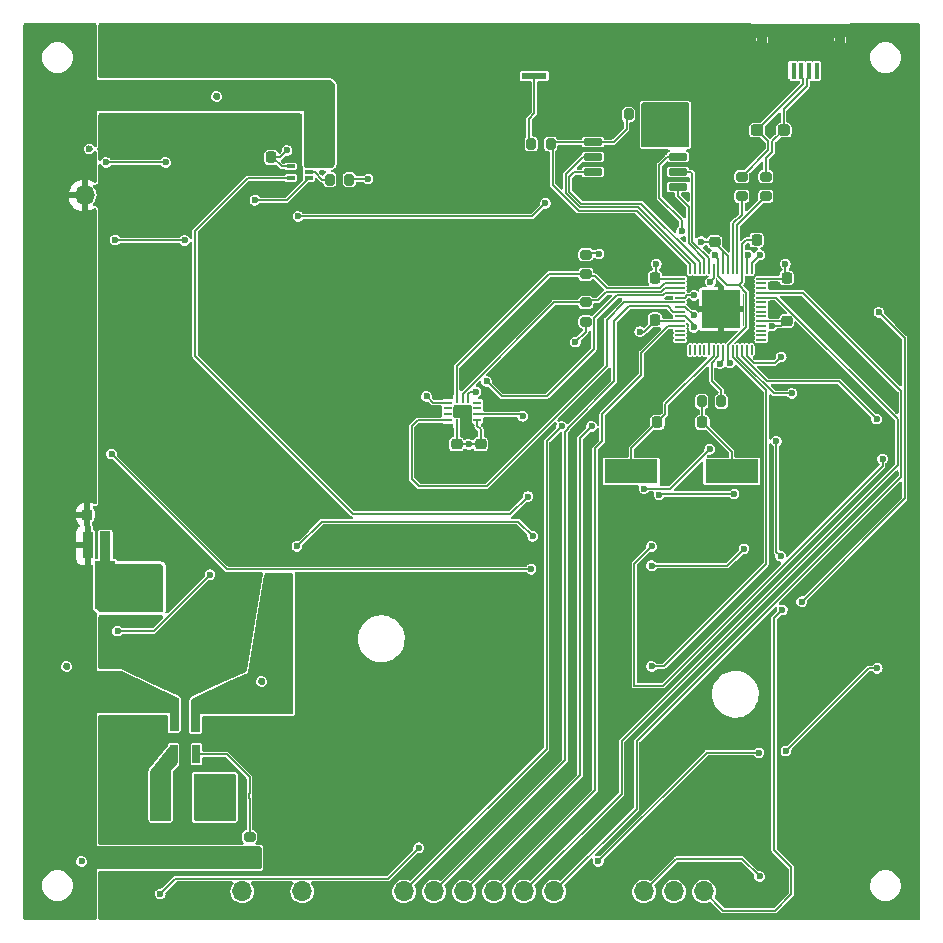
<source format=gtl>
G04 #@! TF.GenerationSoftware,KiCad,Pcbnew,(6.0.5)*
G04 #@! TF.CreationDate,2023-05-13T13:21:23-04:00*
G04 #@! TF.ProjectId,control_board,636f6e74-726f-46c5-9f62-6f6172642e6b,rev?*
G04 #@! TF.SameCoordinates,Original*
G04 #@! TF.FileFunction,Copper,L1,Top*
G04 #@! TF.FilePolarity,Positive*
%FSLAX46Y46*%
G04 Gerber Fmt 4.6, Leading zero omitted, Abs format (unit mm)*
G04 Created by KiCad (PCBNEW (6.0.5)) date 2023-05-13 13:21:23*
%MOMM*%
%LPD*%
G01*
G04 APERTURE LIST*
G04 Aperture macros list*
%AMRoundRect*
0 Rectangle with rounded corners*
0 $1 Rounding radius*
0 $2 $3 $4 $5 $6 $7 $8 $9 X,Y pos of 4 corners*
0 Add a 4 corners polygon primitive as box body*
4,1,4,$2,$3,$4,$5,$6,$7,$8,$9,$2,$3,0*
0 Add four circle primitives for the rounded corners*
1,1,$1+$1,$2,$3*
1,1,$1+$1,$4,$5*
1,1,$1+$1,$6,$7*
1,1,$1+$1,$8,$9*
0 Add four rect primitives between the rounded corners*
20,1,$1+$1,$2,$3,$4,$5,0*
20,1,$1+$1,$4,$5,$6,$7,0*
20,1,$1+$1,$6,$7,$8,$9,0*
20,1,$1+$1,$8,$9,$2,$3,0*%
%AMFreePoly0*
4,1,9,5.362500,-0.866500,1.237500,-0.866500,1.237500,-0.450000,-1.237500,-0.450000,-1.237500,0.450000,1.237500,0.450000,1.237500,0.866500,5.362500,0.866500,5.362500,-0.866500,5.362500,-0.866500,$1*%
G04 Aperture macros list end*
G04 #@! TA.AperFunction,SMDPad,CuDef*
%ADD10RoundRect,0.200000X-0.275000X0.200000X-0.275000X-0.200000X0.275000X-0.200000X0.275000X0.200000X0*%
G04 #@! TD*
G04 #@! TA.AperFunction,SMDPad,CuDef*
%ADD11RoundRect,0.200000X0.200000X0.275000X-0.200000X0.275000X-0.200000X-0.275000X0.200000X-0.275000X0*%
G04 #@! TD*
G04 #@! TA.AperFunction,SMDPad,CuDef*
%ADD12RoundRect,0.200000X-0.200000X-0.275000X0.200000X-0.275000X0.200000X0.275000X-0.200000X0.275000X0*%
G04 #@! TD*
G04 #@! TA.AperFunction,SMDPad,CuDef*
%ADD13RoundRect,0.200000X0.275000X-0.200000X0.275000X0.200000X-0.275000X0.200000X-0.275000X-0.200000X0*%
G04 #@! TD*
G04 #@! TA.AperFunction,SMDPad,CuDef*
%ADD14RoundRect,0.225000X0.250000X-0.225000X0.250000X0.225000X-0.250000X0.225000X-0.250000X-0.225000X0*%
G04 #@! TD*
G04 #@! TA.AperFunction,SMDPad,CuDef*
%ADD15RoundRect,0.225000X-0.225000X-0.250000X0.225000X-0.250000X0.225000X0.250000X-0.225000X0.250000X0*%
G04 #@! TD*
G04 #@! TA.AperFunction,SMDPad,CuDef*
%ADD16RoundRect,0.225000X-0.250000X0.225000X-0.250000X-0.225000X0.250000X-0.225000X0.250000X0.225000X0*%
G04 #@! TD*
G04 #@! TA.AperFunction,SMDPad,CuDef*
%ADD17RoundRect,0.225000X0.225000X0.250000X-0.225000X0.250000X-0.225000X-0.250000X0.225000X-0.250000X0*%
G04 #@! TD*
G04 #@! TA.AperFunction,SMDPad,CuDef*
%ADD18R,4.500000X2.000000*%
G04 #@! TD*
G04 #@! TA.AperFunction,ComponentPad*
%ADD19R,1.700000X1.700000*%
G04 #@! TD*
G04 #@! TA.AperFunction,ComponentPad*
%ADD20O,1.700000X1.700000*%
G04 #@! TD*
G04 #@! TA.AperFunction,SMDPad,CuDef*
%ADD21R,0.400000X1.350000*%
G04 #@! TD*
G04 #@! TA.AperFunction,SMDPad,CuDef*
%ADD22R,1.900000X1.900000*%
G04 #@! TD*
G04 #@! TA.AperFunction,ComponentPad*
%ADD23O,0.900000X1.800000*%
G04 #@! TD*
G04 #@! TA.AperFunction,SMDPad,CuDef*
%ADD24R,1.600000X1.400000*%
G04 #@! TD*
G04 #@! TA.AperFunction,SMDPad,CuDef*
%ADD25R,0.650000X1.560000*%
G04 #@! TD*
G04 #@! TA.AperFunction,ComponentPad*
%ADD26R,2.000000X2.000000*%
G04 #@! TD*
G04 #@! TA.AperFunction,ComponentPad*
%ADD27C,2.000000*%
G04 #@! TD*
G04 #@! TA.AperFunction,SMDPad,CuDef*
%ADD28R,0.900000X2.300000*%
G04 #@! TD*
G04 #@! TA.AperFunction,SMDPad,CuDef*
%ADD29FreePoly0,270.000000*%
G04 #@! TD*
G04 #@! TA.AperFunction,SMDPad,CuDef*
%ADD30RoundRect,0.150000X-0.650000X-0.150000X0.650000X-0.150000X0.650000X0.150000X-0.650000X0.150000X0*%
G04 #@! TD*
G04 #@! TA.AperFunction,SMDPad,CuDef*
%ADD31RoundRect,0.237500X0.287500X0.237500X-0.287500X0.237500X-0.287500X-0.237500X0.287500X-0.237500X0*%
G04 #@! TD*
G04 #@! TA.AperFunction,SMDPad,CuDef*
%ADD32R,0.675000X0.250000*%
G04 #@! TD*
G04 #@! TA.AperFunction,SMDPad,CuDef*
%ADD33R,0.250000X0.675000*%
G04 #@! TD*
G04 #@! TA.AperFunction,SMDPad,CuDef*
%ADD34O,0.875000X0.200000*%
G04 #@! TD*
G04 #@! TA.AperFunction,SMDPad,CuDef*
%ADD35O,0.200000X0.875000*%
G04 #@! TD*
G04 #@! TA.AperFunction,SMDPad,CuDef*
%ADD36R,3.200000X3.200000*%
G04 #@! TD*
G04 #@! TA.AperFunction,SMDPad,CuDef*
%ADD37RoundRect,0.237500X-0.287500X-0.237500X0.287500X-0.237500X0.287500X0.237500X-0.287500X0.237500X0*%
G04 #@! TD*
G04 #@! TA.AperFunction,SMDPad,CuDef*
%ADD38R,1.500000X4.000000*%
G04 #@! TD*
G04 #@! TA.AperFunction,SMDPad,CuDef*
%ADD39R,0.700000X0.340000*%
G04 #@! TD*
G04 #@! TA.AperFunction,SMDPad,CuDef*
%ADD40R,2.108200X0.558800*%
G04 #@! TD*
G04 #@! TA.AperFunction,ViaPad*
%ADD41C,0.600000*%
G04 #@! TD*
G04 #@! TA.AperFunction,Conductor*
%ADD42C,0.150000*%
G04 #@! TD*
G04 #@! TA.AperFunction,Conductor*
%ADD43C,0.175000*%
G04 #@! TD*
G04 #@! TA.AperFunction,Conductor*
%ADD44C,0.200000*%
G04 #@! TD*
G04 APERTURE END LIST*
D10*
X120904000Y-119825000D03*
X120904000Y-121475000D03*
D11*
X146400500Y-61177500D03*
X144750500Y-61177500D03*
D12*
X153000500Y-58677500D03*
X154650500Y-58677500D03*
X129356450Y-64206000D03*
X127706450Y-64206000D03*
D10*
X149376000Y-74592500D03*
X149376000Y-76242500D03*
D13*
X149376000Y-72194500D03*
X149376000Y-70544500D03*
D12*
X159195000Y-82961000D03*
X160845000Y-82961000D03*
D13*
X164616000Y-65595000D03*
X164616000Y-63945000D03*
X162584000Y-65595000D03*
X162584000Y-63945000D03*
D14*
X118999000Y-110402500D03*
X118999000Y-108852500D03*
X112141000Y-110249000D03*
X112141000Y-108699000D03*
X112200000Y-97587500D03*
X112200000Y-96037500D03*
D15*
X107175000Y-92562500D03*
X108725000Y-92562500D03*
X157550500Y-58927500D03*
X159100500Y-58927500D03*
X129103250Y-62301000D03*
X127553250Y-62301000D03*
D16*
X138430000Y-86601000D03*
X138430000Y-88151000D03*
D14*
X140462000Y-88151000D03*
X140462000Y-86601000D03*
D15*
X122753250Y-62301000D03*
X121203250Y-62301000D03*
X159245000Y-84739000D03*
X160795000Y-84739000D03*
X155435000Y-84739000D03*
X156985000Y-84739000D03*
X163841000Y-69310000D03*
X165391000Y-69310000D03*
D17*
X155239000Y-76067500D03*
X153689000Y-76067500D03*
D14*
X160298000Y-69476500D03*
X160298000Y-67926500D03*
D16*
X166394000Y-76182500D03*
X166394000Y-77732500D03*
D15*
X166373000Y-72513500D03*
X167923000Y-72513500D03*
D17*
X155231000Y-72511500D03*
X153681000Y-72511500D03*
D18*
X161730000Y-88900000D03*
X153230000Y-88900000D03*
D19*
X161925000Y-124460000D03*
D20*
X159385000Y-124460000D03*
X156845000Y-124460000D03*
X154305000Y-124460000D03*
D21*
X168918250Y-54999000D03*
X168268250Y-54999000D03*
X167618250Y-54999000D03*
X166968250Y-54999000D03*
X166318250Y-54999000D03*
D22*
X166418250Y-52324000D03*
D23*
X164318250Y-52324000D03*
D24*
X164418250Y-54774000D03*
D23*
X170918250Y-52324000D03*
D22*
X168818250Y-52324000D03*
D24*
X170818250Y-54774000D03*
D25*
X114493000Y-112856000D03*
X115443000Y-112856000D03*
X116393000Y-112856000D03*
X116393000Y-110156000D03*
X114493000Y-110156000D03*
D26*
X123420000Y-99060000D03*
D27*
X123420000Y-111760000D03*
D28*
X110200000Y-95162500D03*
D29*
X108700000Y-95250000D03*
D28*
X107200000Y-95162500D03*
D20*
X125365000Y-124460000D03*
D19*
X122825000Y-124460000D03*
D20*
X120285000Y-124460000D03*
D30*
X157175500Y-61022500D03*
X157175500Y-62292500D03*
X157175500Y-63562500D03*
X157175500Y-64832500D03*
X149975500Y-64832500D03*
X149975500Y-63562500D03*
X149975500Y-62292500D03*
X149975500Y-61022500D03*
D20*
X146685000Y-124460000D03*
X144145000Y-124460000D03*
X141605000Y-124460000D03*
X139065000Y-124460000D03*
X136525000Y-124460000D03*
X133985000Y-124460000D03*
D31*
X163875000Y-60000000D03*
X162125000Y-60000000D03*
D32*
X137675500Y-83070000D03*
X137675500Y-83570000D03*
X137675500Y-84070000D03*
X137675500Y-84570000D03*
D33*
X138438000Y-84832500D03*
X138938000Y-84832500D03*
X139438000Y-84832500D03*
D32*
X140200500Y-84570000D03*
X140200500Y-84070000D03*
X140200500Y-83570000D03*
X140200500Y-83070000D03*
D33*
X139438000Y-82807500D03*
X138938000Y-82807500D03*
X138438000Y-82807500D03*
D19*
X109479000Y-65532000D03*
D20*
X106939000Y-65532000D03*
D34*
X157368500Y-72579500D03*
X157368500Y-72979500D03*
X157368500Y-73379500D03*
X157368500Y-73779500D03*
X157368500Y-74179500D03*
X157368500Y-74579500D03*
X157368500Y-74979500D03*
X157368500Y-75379500D03*
X157368500Y-75779500D03*
X157368500Y-76179500D03*
X157368500Y-76579500D03*
X157368500Y-76979500D03*
X157368500Y-77379500D03*
X157368500Y-77779500D03*
D35*
X158206000Y-78617000D03*
X158606000Y-78617000D03*
X159006000Y-78617000D03*
X159406000Y-78617000D03*
X159806000Y-78617000D03*
X160206000Y-78617000D03*
X160606000Y-78617000D03*
X161006000Y-78617000D03*
X161406000Y-78617000D03*
X161806000Y-78617000D03*
X162206000Y-78617000D03*
X162606000Y-78617000D03*
X163006000Y-78617000D03*
X163406000Y-78617000D03*
D34*
X164243500Y-77779500D03*
X164243500Y-77379500D03*
X164243500Y-76979500D03*
X164243500Y-76579500D03*
X164243500Y-76179500D03*
X164243500Y-75779500D03*
X164243500Y-75379500D03*
X164243500Y-74979500D03*
X164243500Y-74579500D03*
X164243500Y-74179500D03*
X164243500Y-73779500D03*
X164243500Y-73379500D03*
X164243500Y-72979500D03*
X164243500Y-72579500D03*
D35*
X163406000Y-71742000D03*
X163006000Y-71742000D03*
X162606000Y-71742000D03*
X162206000Y-71742000D03*
X161806000Y-71742000D03*
X161406000Y-71742000D03*
X161006000Y-71742000D03*
X160606000Y-71742000D03*
X160206000Y-71742000D03*
X159806000Y-71742000D03*
X159406000Y-71742000D03*
X159006000Y-71742000D03*
X158606000Y-71742000D03*
X158206000Y-71742000D03*
D36*
X160806000Y-75179500D03*
D37*
X166125000Y-60000000D03*
X167875000Y-60000000D03*
D38*
X116963600Y-116484400D03*
X113363600Y-116484400D03*
D39*
X125903250Y-63071000D03*
X125903250Y-63571000D03*
X125903250Y-64071000D03*
X124403250Y-64071000D03*
X124403250Y-63571000D03*
X124403250Y-63071000D03*
D40*
X145024800Y-55427500D03*
X151626200Y-55427500D03*
D41*
X176530000Y-58420000D03*
X152400000Y-61595000D03*
X163195000Y-57150000D03*
X147955000Y-56515000D03*
X135255000Y-60325000D03*
X133350000Y-56515000D03*
X120650000Y-60325000D03*
X118110000Y-57150000D03*
X107315000Y-61595000D03*
X118110000Y-72390000D03*
X108585000Y-74930000D03*
X108585000Y-90170000D03*
X118110000Y-86995000D03*
X121920000Y-89535000D03*
X132715000Y-86995000D03*
X146685000Y-88265000D03*
X138430000Y-90805000D03*
X168910000Y-83820000D03*
X158750000Y-81915000D03*
X153405255Y-90982193D03*
X168910000Y-90170000D03*
X168910000Y-100965000D03*
X167005000Y-106680000D03*
X160020000Y-98425000D03*
X152400000Y-106680000D03*
X145415000Y-100965000D03*
X137160000Y-106680000D03*
X121920000Y-106680000D03*
X130175000Y-99695000D03*
X117475000Y-102235000D03*
X105410000Y-105410000D03*
X106680000Y-121920000D03*
X117475000Y-119380000D03*
X132715000Y-116840000D03*
X123825000Y-120650000D03*
X135890000Y-120015000D03*
X147320000Y-117475000D03*
X162560000Y-117475000D03*
X153670000Y-120650000D03*
X168910000Y-120650000D03*
X176530000Y-118745000D03*
X144780000Y-95885000D03*
X105410000Y-79375000D03*
X106680000Y-79375000D03*
X106680000Y-78105000D03*
X105410000Y-78105000D03*
X173990000Y-84455000D03*
X161925000Y-90805000D03*
X155575000Y-90874002D03*
X174040800Y-105562400D03*
X164033200Y-112725200D03*
X150418800Y-121920000D03*
X166319200Y-112572800D03*
X113334800Y-124663200D03*
X135229600Y-120751600D03*
X174498000Y-87833200D03*
X154940000Y-95250000D03*
X144881600Y-94386400D03*
X124917200Y-95250000D03*
X109728000Y-102412800D03*
X117551200Y-97637600D03*
X167640000Y-99923600D03*
X174193200Y-75438000D03*
X162763200Y-95453200D03*
X144729200Y-97180400D03*
X109220000Y-87426800D03*
X154940000Y-96875600D03*
X145948400Y-66192400D03*
X125018800Y-67310000D03*
X115417600Y-69342000D03*
X109524800Y-69291200D03*
X166014400Y-100634800D03*
X165506400Y-86360000D03*
X165862000Y-96062800D03*
X166827200Y-82296000D03*
X164084000Y-123190000D03*
X108762800Y-62738000D03*
X121361200Y-65938400D03*
X113792000Y-62738000D03*
X144475200Y-91024500D03*
X154305000Y-90349502D03*
X159867600Y-87020400D03*
X165912800Y-79197200D03*
X154940000Y-105410000D03*
X149860000Y-85090000D03*
X147320000Y-85090000D03*
X140970000Y-81280000D03*
X135890000Y-82550000D03*
X165608000Y-56350498D03*
X160298000Y-70607500D03*
X161568000Y-79724000D03*
X153529980Y-83723000D03*
X138938000Y-83820000D03*
X130429000Y-62357000D03*
X168000000Y-62000000D03*
X153567000Y-71342000D03*
X160529261Y-59411654D03*
X161441000Y-67024000D03*
X169315000Y-72612000D03*
X152948500Y-77057000D03*
X167156000Y-79216000D03*
X165174000Y-84739000D03*
X112141000Y-94742000D03*
X139446000Y-87630000D03*
X166648000Y-69310000D03*
X159155000Y-67786000D03*
X112141000Y-111633000D03*
X149503000Y-65627000D03*
X123063000Y-63500000D03*
X119761000Y-62230000D03*
X110236000Y-91948000D03*
X153948000Y-77057000D03*
X155000000Y-61000000D03*
X148487000Y-77946000D03*
X111760000Y-100330000D03*
X163130500Y-70607500D03*
X164108000Y-70580000D03*
X139446000Y-86614000D03*
X130937000Y-64135000D03*
X165130149Y-76559841D03*
X113030000Y-100330000D03*
X113030000Y-99060000D03*
X155345000Y-71342000D03*
X111760000Y-99060000D03*
X124079000Y-61722000D03*
X159155000Y-69437000D03*
X166267000Y-71342000D03*
X150495000Y-70485000D03*
X140081000Y-82169000D03*
X160719678Y-79764678D03*
X158520000Y-76703500D03*
X158520000Y-75687500D03*
X144018000Y-84226400D03*
X158547243Y-73988938D03*
X157480000Y-68580000D03*
X159925500Y-72833500D03*
X119380000Y-115000000D03*
X117475000Y-108712000D03*
X118250000Y-117650980D03*
X116459000Y-108712000D03*
X119380000Y-117650980D03*
X118250000Y-115000000D03*
D42*
X147619520Y-113365480D02*
X136525000Y-124460000D01*
X147619520Y-85532252D02*
X147619520Y-113365480D01*
X151765000Y-81280000D02*
X147844511Y-85200489D01*
X147844511Y-85200489D02*
X147844511Y-85307261D01*
X151765000Y-76200000D02*
X151765000Y-81280000D01*
X153039500Y-74925500D02*
X151765000Y-76200000D01*
X147844511Y-85307261D02*
X147619520Y-85532252D01*
X156327000Y-74925500D02*
X153039500Y-74925500D01*
X156781000Y-75379500D02*
X156327000Y-74925500D01*
X157368500Y-75379500D02*
X156781000Y-75379500D01*
X162606000Y-79157327D02*
X162606000Y-78617000D01*
X173990000Y-84455000D02*
X170815000Y-81280000D01*
X164728673Y-81280000D02*
X162606000Y-79157327D01*
X170815000Y-81280000D02*
X164728673Y-81280000D01*
X152948500Y-76808000D02*
X153689000Y-76067500D01*
X152948500Y-77057000D02*
X152948500Y-76808000D01*
X155644002Y-90805000D02*
X161925000Y-90805000D01*
X155575000Y-90874002D02*
X155644002Y-90805000D01*
X150495000Y-70485000D02*
X150379500Y-70369500D01*
X150379500Y-70369500D02*
X149376000Y-70369500D01*
X174498000Y-88429355D02*
X174498000Y-87833200D01*
X155891755Y-107035600D02*
X174498000Y-88429355D01*
X153466800Y-96723200D02*
X153466800Y-107035600D01*
X153466800Y-107035600D02*
X155891755Y-107035600D01*
X154940000Y-95250000D02*
X153466800Y-96723200D01*
X143662400Y-93167200D02*
X144881600Y-94386400D01*
X127000000Y-93167200D02*
X143662400Y-93167200D01*
X124917200Y-95250000D02*
X127000000Y-93167200D01*
X156538498Y-90349502D02*
X159867600Y-87020400D01*
X154305000Y-90349502D02*
X156538498Y-90349502D01*
X120739400Y-64071000D02*
X124403250Y-64071000D01*
X116281200Y-68529200D02*
X120739400Y-64071000D01*
X129692400Y-92506800D02*
X116281200Y-79095600D01*
X144475200Y-91024500D02*
X142992900Y-92506800D01*
X142992900Y-92506800D02*
X129692400Y-92506800D01*
X116281200Y-79095600D02*
X116281200Y-68529200D01*
X144018000Y-84226400D02*
X143861600Y-84070000D01*
X143861600Y-84070000D02*
X140200500Y-84070000D01*
X173329600Y-105562400D02*
X174040800Y-105562400D01*
X166319200Y-112572800D02*
X173329600Y-105562400D01*
X150418800Y-121920000D02*
X159613600Y-112725200D01*
X114612511Y-123385489D02*
X132595711Y-123385489D01*
X159613600Y-112725200D02*
X164033200Y-112725200D01*
X132595711Y-123385489D02*
X135229600Y-120751600D01*
X113334800Y-124663200D02*
X114612511Y-123385489D01*
X165404800Y-126085600D02*
X161010600Y-126085600D01*
X166776400Y-124714000D02*
X165404800Y-126085600D01*
X166776400Y-122428000D02*
X166776400Y-124714000D01*
X165303200Y-120954800D02*
X166776400Y-122428000D01*
X166014400Y-100634800D02*
X165303200Y-101346000D01*
X165303200Y-101346000D02*
X165303200Y-120954800D01*
X161010600Y-126085600D02*
X159385000Y-124460000D01*
X152400000Y-116205000D02*
X144145000Y-124460000D01*
X175778560Y-88381440D02*
X152400000Y-111760000D01*
X175778560Y-84456343D02*
X175778560Y-88381440D01*
X165501717Y-74179500D02*
X175778560Y-84456343D01*
X164243500Y-74179500D02*
X165501717Y-74179500D01*
X152400000Y-111760000D02*
X152400000Y-116205000D01*
X153670000Y-111760000D02*
X153670000Y-117475000D01*
X176078080Y-89351920D02*
X153670000Y-111760000D01*
X167759500Y-73779500D02*
X176078080Y-82098080D01*
X164243500Y-73779500D02*
X167759500Y-73779500D01*
X176078080Y-82098080D02*
X176078080Y-89351920D01*
X153670000Y-117475000D02*
X146685000Y-124460000D01*
X176377600Y-91186000D02*
X176377600Y-77622400D01*
X176377600Y-77622400D02*
X174193200Y-75438000D01*
X167640000Y-99923600D02*
X176377600Y-91186000D01*
X112776000Y-102412800D02*
X117551200Y-97637600D01*
X109728000Y-102412800D02*
X112776000Y-102412800D01*
X161340800Y-96875600D02*
X162763200Y-95453200D01*
X154940000Y-96875600D02*
X161340800Y-96875600D01*
X118973600Y-97180400D02*
X144729200Y-97180400D01*
X109220000Y-87426800D02*
X118973600Y-97180400D01*
X144830800Y-67310000D02*
X145948400Y-66192400D01*
X125018800Y-67310000D02*
X144830800Y-67310000D01*
X109575600Y-69342000D02*
X115417600Y-69342000D01*
X109524800Y-69291200D02*
X109575600Y-69342000D01*
X165321087Y-82296000D02*
X166827200Y-82296000D01*
X165506400Y-95707200D02*
X165862000Y-96062800D01*
X162797543Y-79772457D02*
X165321087Y-82296000D01*
X165506400Y-86360000D02*
X165506400Y-95707200D01*
X157048200Y-121716800D02*
X154305000Y-124460000D01*
X162610800Y-121716800D02*
X157048200Y-121716800D01*
X164084000Y-123190000D02*
X162610800Y-121716800D01*
X113792000Y-62738000D02*
X108762800Y-62738000D01*
X124035850Y-65938400D02*
X121361200Y-65938400D01*
X125903250Y-64071000D02*
X124035850Y-65938400D01*
X165402390Y-79707610D02*
X165912800Y-79197200D01*
X163951195Y-79707610D02*
X165402390Y-79707610D01*
X157764940Y-74179500D02*
X157368500Y-74179500D01*
X158547243Y-73988938D02*
X157955502Y-73988938D01*
X157955502Y-73988938D02*
X157764940Y-74179500D01*
X155607500Y-65721500D02*
X155607500Y-62927500D01*
X157480000Y-67594000D02*
X155607500Y-65721500D01*
X157480000Y-68580000D02*
X157480000Y-67594000D01*
X155607500Y-62927500D02*
X156242500Y-62292500D01*
X156242500Y-62292500D02*
X157175500Y-62292500D01*
X163579868Y-79707610D02*
X163951195Y-79707610D01*
X163006000Y-79133742D02*
X163579868Y-79707610D01*
X163006000Y-78617000D02*
X163006000Y-79133742D01*
X162206000Y-79180914D02*
X162797543Y-79772457D01*
X162206000Y-78617000D02*
X162206000Y-79180914D01*
X164649489Y-82047989D02*
X161806000Y-79204500D01*
X164649489Y-96711009D02*
X164649489Y-82047989D01*
X161806000Y-79204500D02*
X161806000Y-78617000D01*
X155950498Y-105410000D02*
X164649489Y-96711009D01*
X154940000Y-105410000D02*
X155950498Y-105410000D01*
X160845000Y-82031221D02*
X160845000Y-82961000D01*
X160020000Y-81206221D02*
X160845000Y-82031221D01*
X160020000Y-79721113D02*
X160020000Y-81206221D01*
X160606000Y-79135113D02*
X160020000Y-79721113D01*
X160606000Y-78617000D02*
X160606000Y-79135113D01*
X156330500Y-76579500D02*
X157368500Y-76579500D01*
X154075000Y-78835000D02*
X156330500Y-76579500D01*
X154075000Y-80740000D02*
X154075000Y-78835000D01*
X150159520Y-86955969D02*
X150159520Y-115905480D01*
X150159520Y-115905480D02*
X141605000Y-124460000D01*
X150755489Y-86360000D02*
X150159520Y-86955969D01*
X154075000Y-80740000D02*
X150755489Y-84059511D01*
X150755489Y-84059511D02*
X150755489Y-86360000D01*
X156088564Y-73779500D02*
X157368500Y-73779500D01*
X155867524Y-74000540D02*
X156088564Y-73779500D01*
X151984417Y-74000540D02*
X155867524Y-74000540D01*
X150075520Y-75909437D02*
X151984417Y-74000540D01*
X146050000Y-82550000D02*
X150075520Y-78524480D01*
X142240000Y-82550000D02*
X146050000Y-82550000D01*
X140970000Y-81280000D02*
X142240000Y-82550000D01*
X150075520Y-78524480D02*
X150075520Y-75909437D01*
X146050000Y-86360000D02*
X146050000Y-112395000D01*
X147320000Y-85090000D02*
X146050000Y-86360000D01*
X146050000Y-112395000D02*
X133985000Y-124460000D01*
X148889520Y-114635480D02*
X139065000Y-124460000D01*
X148889520Y-86060480D02*
X148889520Y-114635480D01*
X149860000Y-85090000D02*
X148889520Y-86060480D01*
X135140000Y-84570000D02*
X137675500Y-84570000D01*
X134620000Y-85090000D02*
X135140000Y-84570000D01*
X135255000Y-90170000D02*
X134620000Y-89535000D01*
X151130000Y-80010000D02*
X140970000Y-90170000D01*
X140970000Y-90170000D02*
X135255000Y-90170000D01*
X134620000Y-89535000D02*
X134620000Y-85090000D01*
X151130000Y-76049914D02*
X151130000Y-80010000D01*
X152600414Y-74579500D02*
X151130000Y-76049914D01*
X157368500Y-74579500D02*
X152600414Y-74579500D01*
X136410000Y-83070000D02*
X135890000Y-82550000D01*
X137675500Y-83070000D02*
X136410000Y-83070000D01*
X146245500Y-72194500D02*
X149376000Y-72194500D01*
X138438000Y-82807500D02*
X138438000Y-80002000D01*
X138438000Y-80002000D02*
X146245500Y-72194500D01*
X146665500Y-74592500D02*
X149376000Y-74592500D01*
X138938000Y-82320000D02*
X146665500Y-74592500D01*
X138938000Y-82807500D02*
X138938000Y-82320000D01*
X161730000Y-87224000D02*
X159245000Y-84739000D01*
X161730000Y-88900000D02*
X161730000Y-87224000D01*
X159245000Y-84739000D02*
X159245000Y-83011000D01*
X159245000Y-83011000D02*
X159195000Y-82961000D01*
X153230000Y-86944000D02*
X155435000Y-84739000D01*
X153230000Y-88900000D02*
X153230000Y-86944000D01*
X160206000Y-79111527D02*
X156119038Y-83198489D01*
X156119038Y-84054962D02*
X155435000Y-84739000D01*
X160206000Y-78617000D02*
X160206000Y-79111527D01*
X156119038Y-83198489D02*
X156119038Y-84054962D01*
D43*
X162168500Y-68042500D02*
X164616000Y-65595000D01*
X162168500Y-71267000D02*
X162168500Y-68042500D01*
X162206000Y-71304500D02*
X162168500Y-71267000D01*
X162206000Y-71742000D02*
X162206000Y-71304500D01*
X162584000Y-67167380D02*
X162584000Y-65595000D01*
X161843500Y-67907880D02*
X162584000Y-67167380D01*
X161843500Y-71267000D02*
X161843500Y-67907880D01*
X161806000Y-71304500D02*
X161843500Y-71267000D01*
X161806000Y-71742000D02*
X161806000Y-71304500D01*
X164837500Y-61691500D02*
X162584000Y-63945000D01*
X164837500Y-60962500D02*
X164837500Y-61691500D01*
X165162500Y-61826120D02*
X164616000Y-62372620D01*
X163875000Y-60000000D02*
X164837500Y-60962500D01*
X165162500Y-60962500D02*
X165162500Y-61826120D01*
X166125000Y-60000000D02*
X165162500Y-60962500D01*
X164616000Y-62372620D02*
X164616000Y-63945000D01*
D42*
X165929159Y-76559841D02*
X166394000Y-76095000D01*
X165130149Y-76559841D02*
X165929159Y-76559841D01*
X155743459Y-73701020D02*
X151108480Y-73701020D01*
X157368500Y-73379500D02*
X156064980Y-73379500D01*
X151108480Y-73701020D02*
X150392000Y-74417500D01*
X156064980Y-73379500D02*
X155743459Y-73701020D01*
X150392000Y-74417500D02*
X149376000Y-74417500D01*
D43*
X167780750Y-56094250D02*
X163875000Y-60000000D01*
X167780750Y-55636500D02*
X167780750Y-56094250D01*
X167618250Y-55474000D02*
X167780750Y-55636500D01*
X167618250Y-54999000D02*
X167618250Y-55474000D01*
X166125000Y-58209620D02*
X166125000Y-60000000D01*
X168105750Y-56228870D02*
X166125000Y-58209620D01*
X168105750Y-55636500D02*
X168105750Y-56228870D01*
X168268250Y-55474000D02*
X168105750Y-55636500D01*
X168268250Y-54999000D02*
X168268250Y-55474000D01*
D42*
X161406000Y-78220560D02*
X162965000Y-76661560D01*
X161406000Y-79562000D02*
X161406000Y-78617000D01*
X162330000Y-73120000D02*
X162606000Y-72844000D01*
X162965000Y-76661560D02*
X162965000Y-73755000D01*
X162606000Y-72844000D02*
X162606000Y-71742000D01*
X161341480Y-73120000D02*
X162330000Y-73120000D01*
X160606000Y-71742000D02*
X160606000Y-70915500D01*
X160606000Y-70915500D02*
X160298000Y-70607500D01*
X162606000Y-71742000D02*
X162606000Y-69669000D01*
X162965000Y-69310000D02*
X163753500Y-69310000D01*
X160606000Y-72384520D02*
X161341480Y-73120000D01*
X162606000Y-69669000D02*
X162965000Y-69310000D01*
X160606000Y-71742000D02*
X160606000Y-72384520D01*
X161406000Y-78617000D02*
X161406000Y-78220560D01*
X161568000Y-79724000D02*
X161406000Y-79562000D01*
X162965000Y-73755000D02*
X162330000Y-73120000D01*
X129602450Y-64135000D02*
X129531450Y-64206000D01*
X163006000Y-71742000D02*
X163006000Y-70732000D01*
X166309500Y-76179500D02*
X166394000Y-76095000D01*
X160298000Y-69564000D02*
X161006000Y-70272000D01*
X153948000Y-77057000D02*
X154337000Y-77057000D01*
X139438000Y-82807500D02*
X139438000Y-82304000D01*
X157368500Y-72579500D02*
X155386500Y-72579500D01*
X163406000Y-71282000D02*
X163406000Y-71742000D01*
X164243500Y-76179500D02*
X166309500Y-76179500D01*
X155318500Y-72511500D02*
X155318500Y-71368500D01*
X154337000Y-77057000D02*
X155326500Y-76067500D01*
X122840750Y-62301000D02*
X123500000Y-62301000D01*
X161406000Y-71742000D02*
X161406000Y-70672000D01*
D44*
X140200500Y-85082500D02*
X140462000Y-85344000D01*
D42*
X139438000Y-82304000D02*
X139573000Y-82169000D01*
D44*
X140462000Y-86513500D02*
X140462000Y-85344000D01*
D42*
X155318500Y-71368500D02*
X155345000Y-71342000D01*
X139573000Y-82169000D02*
X140081000Y-82169000D01*
X166267000Y-71342000D02*
X166267000Y-72495000D01*
X157368500Y-76179500D02*
X155438500Y-76179500D01*
X166219500Y-72579500D02*
X166285500Y-72513500D01*
X149376000Y-76417500D02*
X149376000Y-77057000D01*
X164243500Y-72579500D02*
X166219500Y-72579500D01*
X149376000Y-77057000D02*
X148487000Y-77946000D01*
X161406000Y-70672000D02*
X161006000Y-70272000D01*
X159155000Y-69437000D02*
X160171000Y-69437000D01*
X123500000Y-62301000D02*
X124079000Y-61722000D01*
D44*
X138430000Y-86513500D02*
X138430000Y-84840500D01*
D42*
X123610750Y-63071000D02*
X122840750Y-62301000D01*
X161006000Y-79478356D02*
X161006000Y-78617000D01*
D44*
X139446000Y-86614000D02*
X140361500Y-86614000D01*
D42*
X124403250Y-63071000D02*
X123610750Y-63071000D01*
D44*
X140200500Y-84570000D02*
X140200500Y-85082500D01*
X140361500Y-86614000D02*
X140462000Y-86513500D01*
D42*
X161006000Y-70272000D02*
X161006000Y-71742000D01*
X160719678Y-79764678D02*
X161006000Y-79478356D01*
X160171000Y-69437000D02*
X160298000Y-69564000D01*
X163006000Y-70732000D02*
X163130500Y-70607500D01*
X166267000Y-72495000D02*
X166285500Y-72513500D01*
D44*
X138430000Y-84840500D02*
X138438000Y-84832500D01*
D42*
X164108000Y-70580000D02*
X163406000Y-71282000D01*
X155386500Y-72579500D02*
X155318500Y-72511500D01*
D44*
X139446000Y-86614000D02*
X138530500Y-86614000D01*
X138530500Y-86614000D02*
X138430000Y-86513500D01*
D42*
X155438500Y-76179500D02*
X155326500Y-76067500D01*
X130937000Y-64135000D02*
X129602450Y-64135000D01*
X125903250Y-63071000D02*
X126695750Y-63071000D01*
X126695750Y-63071000D02*
X127465750Y-62301000D01*
X158520000Y-76534560D02*
X157764940Y-75779500D01*
X157764940Y-75779500D02*
X157368500Y-75779500D01*
X158520000Y-76703500D02*
X158520000Y-76534560D01*
X158520000Y-75687500D02*
X157812000Y-74979500D01*
X157812000Y-74979500D02*
X157368500Y-74979500D01*
X156041394Y-72979500D02*
X155619394Y-73401500D01*
X155619394Y-73401500D02*
X151154000Y-73401500D01*
X150122000Y-72369500D02*
X149376000Y-72369500D01*
X157368500Y-72979500D02*
X156041394Y-72979500D01*
X151154000Y-73401500D02*
X150122000Y-72369500D01*
X127058250Y-64206000D02*
X126423250Y-63571000D01*
X126423250Y-63571000D02*
X125903250Y-63571000D01*
X127531450Y-64206000D02*
X127058250Y-64206000D01*
X152825500Y-59931500D02*
X152825500Y-58677500D01*
X149975500Y-61022500D02*
X146730500Y-61022500D01*
X146730500Y-61022500D02*
X146575500Y-61177500D01*
X153665394Y-66828540D02*
X148755369Y-66828540D01*
X158206000Y-71742000D02*
X158206000Y-71369146D01*
X158206000Y-71369146D02*
X153665394Y-66828540D01*
X149975500Y-61022500D02*
X151734500Y-61022500D01*
X151734500Y-61022500D02*
X152825500Y-59931500D01*
X148755369Y-66828540D02*
X146575500Y-64648671D01*
X146575500Y-64648671D02*
X146575500Y-61177500D01*
X144575500Y-59037500D02*
X144575500Y-61177500D01*
X145024800Y-55427500D02*
X145024800Y-58588200D01*
X145024800Y-58588200D02*
X144575500Y-59037500D01*
X160206000Y-71742000D02*
X160206000Y-72553000D01*
X160206000Y-72553000D02*
X159925500Y-72833500D01*
X159806000Y-71742000D02*
X159806000Y-70857272D01*
X158274500Y-63562500D02*
X157175500Y-63562500D01*
X158393000Y-69444272D02*
X158393000Y-63681000D01*
X158393000Y-63681000D02*
X158274500Y-63562500D01*
X159806000Y-70857272D02*
X158393000Y-69444272D01*
X157175500Y-65552500D02*
X157175500Y-64832500D01*
X158093480Y-66470480D02*
X157175500Y-65552500D01*
X158093480Y-69568337D02*
X158093480Y-66470480D01*
X159406000Y-70880858D02*
X158093480Y-69568337D01*
X159406000Y-71742000D02*
X159406000Y-70880858D01*
X159006000Y-71742000D02*
X159006000Y-71153250D01*
X147987500Y-65213500D02*
X147987500Y-63943500D01*
X147987500Y-63943500D02*
X148368500Y-63562500D01*
X159006000Y-71153250D02*
X154082250Y-66229500D01*
X148368500Y-63562500D02*
X149975500Y-63562500D01*
X149003500Y-66229500D02*
X147987500Y-65213500D01*
X154082250Y-66229500D02*
X149003500Y-66229500D01*
X153789460Y-66529020D02*
X148879435Y-66529020D01*
X148879435Y-66529020D02*
X147687980Y-65337565D01*
X147687980Y-63735020D02*
X149130500Y-62292500D01*
X158606000Y-71345560D02*
X153789460Y-66529020D01*
X149130500Y-62292500D02*
X149975500Y-62292500D01*
X158606000Y-71742000D02*
X158606000Y-71345560D01*
X147687980Y-65337565D02*
X147687980Y-63735020D01*
X118952000Y-112856000D02*
X116393000Y-112856000D01*
X120887489Y-116549261D02*
X120887489Y-116114739D01*
X120887489Y-116114739D02*
X120904000Y-116098228D01*
X120904000Y-116098228D02*
X120904000Y-114808000D01*
X120904000Y-114808000D02*
X118952000Y-112856000D01*
X120904000Y-119650000D02*
X120904000Y-116565772D01*
X120904000Y-116565772D02*
X120887489Y-116549261D01*
G04 #@! TA.AperFunction,Conductor*
G36*
X171704000Y-55707010D02*
G01*
X169672000Y-55707010D01*
X169672000Y-53421010D01*
X166624000Y-53421010D01*
X166624000Y-54119110D01*
X166604234Y-54132318D01*
X166587649Y-54143399D01*
X166532284Y-54226260D01*
X166517750Y-54299326D01*
X166517750Y-55698674D01*
X166519408Y-55707010D01*
X163322000Y-55707010D01*
X163322000Y-52392624D01*
X163817281Y-52392624D01*
X163856678Y-52530471D01*
X163933180Y-52651720D01*
X164040638Y-52746623D01*
X164170413Y-52807553D01*
X164279259Y-52824500D01*
X164354190Y-52824500D01*
X164395589Y-52818571D01*
X164451282Y-52810596D01*
X164451285Y-52810595D01*
X164460168Y-52809323D01*
X164590678Y-52749984D01*
X164612016Y-52731598D01*
X164692487Y-52662260D01*
X164692490Y-52662257D01*
X164699287Y-52656400D01*
X164777265Y-52536095D01*
X164818343Y-52398739D01*
X164818380Y-52392624D01*
X170417281Y-52392624D01*
X170456678Y-52530471D01*
X170533180Y-52651720D01*
X170640638Y-52746623D01*
X170770413Y-52807553D01*
X170879259Y-52824500D01*
X170954190Y-52824500D01*
X170995589Y-52818571D01*
X171051282Y-52810596D01*
X171051285Y-52810595D01*
X171060168Y-52809323D01*
X171190678Y-52749984D01*
X171212016Y-52731598D01*
X171292487Y-52662260D01*
X171292490Y-52662257D01*
X171299287Y-52656400D01*
X171377265Y-52536095D01*
X171418343Y-52398739D01*
X171419219Y-52255376D01*
X171379822Y-52117529D01*
X171303320Y-51996280D01*
X171195862Y-51901377D01*
X171066087Y-51840447D01*
X170957241Y-51823500D01*
X170882310Y-51823500D01*
X170840911Y-51829429D01*
X170785218Y-51837404D01*
X170785215Y-51837405D01*
X170776332Y-51838677D01*
X170645822Y-51898016D01*
X170639018Y-51903878D01*
X170639019Y-51903878D01*
X170544013Y-51985740D01*
X170544010Y-51985743D01*
X170537213Y-51991600D01*
X170459235Y-52111905D01*
X170418157Y-52249261D01*
X170417281Y-52392624D01*
X164818380Y-52392624D01*
X164819219Y-52255376D01*
X164779822Y-52117529D01*
X164703320Y-51996280D01*
X164595862Y-51901377D01*
X164466087Y-51840447D01*
X164357241Y-51823500D01*
X164282310Y-51823500D01*
X164240911Y-51829429D01*
X164185218Y-51837404D01*
X164185215Y-51837405D01*
X164176332Y-51838677D01*
X164045822Y-51898016D01*
X164039018Y-51903878D01*
X164039019Y-51903878D01*
X163944013Y-51985740D01*
X163944010Y-51985743D01*
X163937213Y-51991600D01*
X163859235Y-52111905D01*
X163818157Y-52249261D01*
X163817281Y-52392624D01*
X163322000Y-52392624D01*
X163322000Y-51050500D01*
X171704000Y-51050500D01*
X171704000Y-55707010D01*
G37*
G04 #@! TD.AperFunction*
G04 #@! TA.AperFunction,Conductor*
G36*
X113480121Y-96794002D02*
G01*
X113526614Y-96847658D01*
X113538000Y-96900000D01*
X113538000Y-100712000D01*
X113517998Y-100780121D01*
X113464342Y-100826614D01*
X113412000Y-100838000D01*
X108293923Y-100838000D01*
X108225802Y-100817998D01*
X108178848Y-100763321D01*
X108154270Y-100708210D01*
X108154269Y-100708208D01*
X108151750Y-100702560D01*
X108110738Y-100644607D01*
X108081220Y-100609923D01*
X107997837Y-100555282D01*
X107998505Y-100554262D01*
X107952064Y-100509455D01*
X107935552Y-100447098D01*
X107935552Y-96946499D01*
X107932001Y-96913468D01*
X107944607Y-96843600D01*
X107992985Y-96791638D01*
X108057279Y-96774000D01*
X113412000Y-96774000D01*
X113480121Y-96794002D01*
G37*
G04 #@! TD.AperFunction*
G04 #@! TA.AperFunction,Conductor*
G36*
X127651188Y-55754078D02*
G01*
X127755963Y-55767872D01*
X127787735Y-55776385D01*
X127877674Y-55813639D01*
X127906160Y-55830086D01*
X127983393Y-55889349D01*
X128006651Y-55912607D01*
X128065914Y-55989840D01*
X128082361Y-56018326D01*
X128119615Y-56108265D01*
X128128128Y-56140037D01*
X128141922Y-56244812D01*
X128143000Y-56261258D01*
X128143000Y-62737742D01*
X128141922Y-62754188D01*
X128128128Y-62858963D01*
X128119615Y-62890735D01*
X128082361Y-62980674D01*
X128065914Y-63009160D01*
X128006651Y-63086393D01*
X127983393Y-63109651D01*
X127906160Y-63168914D01*
X127877674Y-63185361D01*
X127787735Y-63222615D01*
X127755963Y-63231128D01*
X127651188Y-63244922D01*
X127634742Y-63246000D01*
X125984258Y-63246000D01*
X125967812Y-63244922D01*
X125863037Y-63231128D01*
X125831265Y-63222615D01*
X125741326Y-63185361D01*
X125712840Y-63168914D01*
X125635607Y-63109651D01*
X125612349Y-63086393D01*
X125553086Y-63009160D01*
X125536639Y-62980674D01*
X125499385Y-62890735D01*
X125490872Y-62858963D01*
X125477078Y-62754188D01*
X125476000Y-62737742D01*
X125476000Y-58420000D01*
X107950000Y-58420000D01*
X107950000Y-57144440D01*
X117654901Y-57144440D01*
X117656065Y-57153342D01*
X117656065Y-57153345D01*
X117670468Y-57263489D01*
X117670469Y-57263493D01*
X117671633Y-57272394D01*
X117723605Y-57390510D01*
X117806639Y-57489291D01*
X117914060Y-57560796D01*
X118037233Y-57599278D01*
X118046203Y-57599442D01*
X118046207Y-57599443D01*
X118104942Y-57600519D01*
X118166255Y-57601643D01*
X118228505Y-57584672D01*
X118282092Y-57570062D01*
X118282093Y-57570062D01*
X118290755Y-57567700D01*
X118298405Y-57563003D01*
X118298407Y-57563002D01*
X118393072Y-57504878D01*
X118393075Y-57504875D01*
X118400724Y-57500179D01*
X118406750Y-57493522D01*
X118481300Y-57411161D01*
X118481303Y-57411157D01*
X118487322Y-57404507D01*
X118543588Y-57288375D01*
X118564997Y-57161120D01*
X118565133Y-57150000D01*
X118546839Y-57022259D01*
X118493428Y-56904788D01*
X118409193Y-56807028D01*
X118300906Y-56736841D01*
X118292311Y-56734271D01*
X118292310Y-56734270D01*
X118185874Y-56702438D01*
X118185872Y-56702438D01*
X118177273Y-56699866D01*
X118168298Y-56699811D01*
X118168297Y-56699811D01*
X118113641Y-56699477D01*
X118048231Y-56699078D01*
X118036475Y-56702438D01*
X117932786Y-56732072D01*
X117932784Y-56732073D01*
X117924155Y-56734539D01*
X117815019Y-56803399D01*
X117729596Y-56900122D01*
X117725782Y-56908245D01*
X117725781Y-56908247D01*
X117699794Y-56963598D01*
X117674754Y-57016932D01*
X117673374Y-57025798D01*
X117656282Y-57135567D01*
X117656282Y-57135571D01*
X117654901Y-57144440D01*
X107950000Y-57144440D01*
X107950000Y-55753000D01*
X127634742Y-55753000D01*
X127651188Y-55754078D01*
G37*
G04 #@! TD.AperFunction*
G04 #@! TA.AperFunction,Conductor*
G36*
X158085621Y-57681502D02*
G01*
X158132114Y-57735158D01*
X158143500Y-57787500D01*
X158143500Y-61345500D01*
X158123498Y-61413621D01*
X158069842Y-61460114D01*
X158017500Y-61471500D01*
X154205500Y-61471500D01*
X154137379Y-61451498D01*
X154090886Y-61397842D01*
X154079500Y-61345500D01*
X154079500Y-57787500D01*
X154099502Y-57719379D01*
X154153158Y-57672886D01*
X154205500Y-57661500D01*
X158017500Y-57661500D01*
X158085621Y-57681502D01*
G37*
G04 #@! TD.AperFunction*
G04 #@! TA.AperFunction,Conductor*
G36*
X124529121Y-97556002D02*
G01*
X124575614Y-97609658D01*
X124587000Y-97662000D01*
X124587000Y-109348000D01*
X124566998Y-109416121D01*
X124513342Y-109462614D01*
X124461000Y-109474000D01*
X116713000Y-109474000D01*
X116713000Y-110872000D01*
X116692998Y-110940121D01*
X116639342Y-110986614D01*
X116587000Y-110998000D01*
X116077000Y-110998000D01*
X116008879Y-110977998D01*
X115962386Y-110924342D01*
X115951000Y-110872000D01*
X115951000Y-108283737D01*
X115971002Y-108215616D01*
X116023061Y-108169866D01*
X119180072Y-106674440D01*
X121464901Y-106674440D01*
X121466065Y-106683342D01*
X121466065Y-106683345D01*
X121480468Y-106793489D01*
X121480469Y-106793493D01*
X121481633Y-106802394D01*
X121533605Y-106920510D01*
X121616639Y-107019291D01*
X121724060Y-107090796D01*
X121847233Y-107129278D01*
X121856203Y-107129442D01*
X121856207Y-107129443D01*
X121914942Y-107130519D01*
X121976255Y-107131643D01*
X122038505Y-107114672D01*
X122092092Y-107100062D01*
X122092093Y-107100062D01*
X122100755Y-107097700D01*
X122108405Y-107093003D01*
X122108407Y-107093002D01*
X122203072Y-107034878D01*
X122203075Y-107034875D01*
X122210724Y-107030179D01*
X122216750Y-107023522D01*
X122291300Y-106941161D01*
X122291303Y-106941157D01*
X122297322Y-106934507D01*
X122353588Y-106818375D01*
X122374997Y-106691120D01*
X122375133Y-106680000D01*
X122356839Y-106552259D01*
X122303428Y-106434788D01*
X122219193Y-106337028D01*
X122110906Y-106266841D01*
X122102311Y-106264271D01*
X122102310Y-106264270D01*
X121995874Y-106232438D01*
X121995872Y-106232438D01*
X121987273Y-106229866D01*
X121978298Y-106229811D01*
X121978297Y-106229811D01*
X121923641Y-106229477D01*
X121858231Y-106229078D01*
X121846475Y-106232438D01*
X121742786Y-106262072D01*
X121742784Y-106262073D01*
X121734155Y-106264539D01*
X121625019Y-106333399D01*
X121539596Y-106430122D01*
X121535782Y-106438245D01*
X121535781Y-106438247D01*
X121509794Y-106493598D01*
X121484754Y-106546932D01*
X121483374Y-106555798D01*
X121466282Y-106665567D01*
X121466282Y-106665571D01*
X121464901Y-106674440D01*
X119180072Y-106674440D01*
X120760629Y-105925755D01*
X120760630Y-105925754D01*
X120777000Y-105918000D01*
X122156453Y-97641285D01*
X122187381Y-97577380D01*
X122247950Y-97540341D01*
X122280738Y-97536000D01*
X124461000Y-97536000D01*
X124529121Y-97556002D01*
G37*
G04 #@! TD.AperFunction*
G04 #@! TA.AperFunction,Conductor*
G36*
X119692121Y-114520002D02*
G01*
X119738614Y-114573658D01*
X119750000Y-114626000D01*
X119750000Y-118374000D01*
X119729998Y-118442121D01*
X119676342Y-118488614D01*
X119624000Y-118500000D01*
X116376000Y-118500000D01*
X116307879Y-118479998D01*
X116261386Y-118426342D01*
X116250000Y-118374000D01*
X116250000Y-114626000D01*
X116270002Y-114557879D01*
X116323658Y-114511386D01*
X116376000Y-114500000D01*
X119624000Y-114500000D01*
X119692121Y-114520002D01*
G37*
G04 #@! TD.AperFunction*
G04 #@! TA.AperFunction,Conductor*
G36*
X110110470Y-105811749D02*
G01*
X114838803Y-108051486D01*
X114891804Y-108098724D01*
X114910864Y-108165357D01*
X114910864Y-110753620D01*
X114890862Y-110821741D01*
X114837206Y-110868234D01*
X114784864Y-110879620D01*
X114274864Y-110879620D01*
X114206743Y-110859618D01*
X114160250Y-110805962D01*
X114148864Y-110753620D01*
X114148864Y-109355620D01*
X107950000Y-109355620D01*
X107950000Y-105799620D01*
X110056531Y-105799620D01*
X110110470Y-105811749D01*
G37*
G04 #@! TD.AperFunction*
G04 #@! TA.AperFunction,Conductor*
G36*
X114745497Y-112161002D02*
G01*
X114791990Y-112214658D01*
X114803294Y-112271539D01*
X114751785Y-113700482D01*
X114729342Y-113767838D01*
X114714962Y-113785038D01*
X114250000Y-114250000D01*
X114250000Y-118374000D01*
X114229998Y-118442121D01*
X114176342Y-118488614D01*
X114124000Y-118500000D01*
X112626000Y-118500000D01*
X112557879Y-118479998D01*
X112511386Y-118426342D01*
X112500000Y-118374000D01*
X112500000Y-114293908D01*
X112520002Y-114225787D01*
X112527287Y-114215602D01*
X114135166Y-112188694D01*
X114193172Y-112147757D01*
X114233879Y-112141000D01*
X114677376Y-112141000D01*
X114745497Y-112161002D01*
G37*
G04 #@! TD.AperFunction*
G04 #@! TA.AperFunction,Conductor*
G36*
X163322000Y-55707010D02*
G01*
X166621368Y-55707010D01*
X166626483Y-55732722D01*
X166633377Y-55743040D01*
X166633378Y-55743042D01*
X166643250Y-55757816D01*
X166659746Y-55782504D01*
X166670065Y-55789399D01*
X166699208Y-55808872D01*
X166699210Y-55808873D01*
X166709528Y-55815767D01*
X166753430Y-55824500D01*
X167183070Y-55824500D01*
X167226972Y-55815767D01*
X167237293Y-55808871D01*
X167245030Y-55805666D01*
X167315619Y-55798076D01*
X167341470Y-55805666D01*
X167349207Y-55808871D01*
X167359528Y-55815767D01*
X167403430Y-55824500D01*
X167409727Y-55824500D01*
X167409783Y-55824516D01*
X167415780Y-55825107D01*
X167415668Y-55826244D01*
X167477848Y-55844502D01*
X167524341Y-55898158D01*
X167534445Y-55968432D01*
X167504951Y-56033012D01*
X167498822Y-56039595D01*
X164200822Y-59337595D01*
X164138510Y-59371621D01*
X164111727Y-59374500D01*
X163609596Y-59374501D01*
X163556968Y-59374501D01*
X163552074Y-59375276D01*
X163552075Y-59375276D01*
X163475905Y-59387339D01*
X163475903Y-59387339D01*
X163466107Y-59388891D01*
X163356597Y-59444689D01*
X163269689Y-59531597D01*
X163213891Y-59641107D01*
X163212340Y-59650897D01*
X163212340Y-59650898D01*
X163209192Y-59670775D01*
X163199500Y-59731967D01*
X163199501Y-60268032D01*
X163200276Y-60272923D01*
X163200276Y-60272925D01*
X163206488Y-60312146D01*
X163213891Y-60358893D01*
X163269689Y-60468403D01*
X163356597Y-60555311D01*
X163466107Y-60611109D01*
X163475897Y-60612660D01*
X163475898Y-60612660D01*
X163495958Y-60615837D01*
X163556967Y-60625500D01*
X163609576Y-60625500D01*
X164111726Y-60625499D01*
X164179847Y-60645501D01*
X164200821Y-60662404D01*
X164562595Y-61024178D01*
X164596621Y-61086490D01*
X164599500Y-61113273D01*
X164599500Y-61540728D01*
X164579498Y-61608849D01*
X164562595Y-61629823D01*
X162834822Y-63357595D01*
X162772510Y-63391621D01*
X162745727Y-63394500D01*
X162275782Y-63394500D01*
X162271232Y-63395170D01*
X162271229Y-63395170D01*
X162216574Y-63403216D01*
X162216573Y-63403216D01*
X162206888Y-63404642D01*
X162174919Y-63420338D01*
X162111493Y-63451478D01*
X162111491Y-63451479D01*
X162102145Y-63456068D01*
X162019707Y-63538650D01*
X161968464Y-63643482D01*
X161967052Y-63653162D01*
X161960171Y-63700330D01*
X161958500Y-63711782D01*
X161958500Y-64178218D01*
X161959170Y-64182768D01*
X161959170Y-64182771D01*
X161967216Y-64237426D01*
X161968642Y-64247112D01*
X161989453Y-64289500D01*
X162011010Y-64333405D01*
X162020068Y-64351855D01*
X162031956Y-64363722D01*
X162082335Y-64414013D01*
X162102650Y-64434293D01*
X162207482Y-64485536D01*
X162237245Y-64489878D01*
X162271256Y-64494840D01*
X162271260Y-64494840D01*
X162275782Y-64495500D01*
X162892218Y-64495500D01*
X162896768Y-64494830D01*
X162896771Y-64494830D01*
X162951426Y-64486784D01*
X162951427Y-64486784D01*
X162961112Y-64485358D01*
X163055804Y-64438867D01*
X163056507Y-64438522D01*
X163056509Y-64438521D01*
X163065855Y-64433932D01*
X163117696Y-64382000D01*
X163140935Y-64358721D01*
X163140935Y-64358720D01*
X163148293Y-64351350D01*
X163154240Y-64339185D01*
X163178526Y-64289500D01*
X163199536Y-64246518D01*
X163209500Y-64178218D01*
X163209500Y-63711782D01*
X163210873Y-63711782D01*
X163224579Y-63648299D01*
X163246166Y-63619417D01*
X164162905Y-62702678D01*
X164225217Y-62668652D01*
X164296032Y-62673717D01*
X164352868Y-62716264D01*
X164377679Y-62782784D01*
X164378000Y-62791773D01*
X164378000Y-63275353D01*
X164357998Y-63343474D01*
X164304342Y-63389967D01*
X164270352Y-63400009D01*
X164248580Y-63403214D01*
X164248573Y-63403216D01*
X164238888Y-63404642D01*
X164206919Y-63420338D01*
X164143493Y-63451478D01*
X164143491Y-63451479D01*
X164134145Y-63456068D01*
X164051707Y-63538650D01*
X164000464Y-63643482D01*
X163999052Y-63653162D01*
X163992171Y-63700330D01*
X163990500Y-63711782D01*
X163990500Y-64178218D01*
X163991170Y-64182768D01*
X163991170Y-64182771D01*
X163999216Y-64237426D01*
X164000642Y-64247112D01*
X164021453Y-64289500D01*
X164043010Y-64333405D01*
X164052068Y-64351855D01*
X164063956Y-64363722D01*
X164114335Y-64414013D01*
X164134650Y-64434293D01*
X164239482Y-64485536D01*
X164269245Y-64489878D01*
X164303256Y-64494840D01*
X164303260Y-64494840D01*
X164307782Y-64495500D01*
X164924218Y-64495500D01*
X164928768Y-64494830D01*
X164928771Y-64494830D01*
X164983426Y-64486784D01*
X164983427Y-64486784D01*
X164993112Y-64485358D01*
X165087804Y-64438867D01*
X165088507Y-64438522D01*
X165088509Y-64438521D01*
X165097855Y-64433932D01*
X165149696Y-64382000D01*
X165172935Y-64358721D01*
X165172935Y-64358720D01*
X165180293Y-64351350D01*
X165186240Y-64339185D01*
X165210526Y-64289500D01*
X165231536Y-64246518D01*
X165241500Y-64178218D01*
X165241500Y-63711782D01*
X165235412Y-63670423D01*
X165232784Y-63652574D01*
X165232784Y-63652573D01*
X165231358Y-63642888D01*
X165205619Y-63590464D01*
X165184522Y-63547493D01*
X165184521Y-63547491D01*
X165179932Y-63538145D01*
X165130524Y-63488823D01*
X165104721Y-63463065D01*
X165104720Y-63463065D01*
X165097350Y-63455707D01*
X164992518Y-63404464D01*
X164972201Y-63401500D01*
X164961810Y-63399984D01*
X164897290Y-63370357D01*
X164859031Y-63310552D01*
X164854000Y-63275304D01*
X164854000Y-62523393D01*
X164874002Y-62455272D01*
X164890905Y-62434298D01*
X165324051Y-62001152D01*
X165328836Y-61996611D01*
X165359348Y-61969138D01*
X165368274Y-61949091D01*
X165377707Y-61931717D01*
X165382443Y-61924425D01*
X165382444Y-61924423D01*
X165389656Y-61913317D01*
X165391728Y-61900236D01*
X165393872Y-61894649D01*
X165395115Y-61888803D01*
X165400500Y-61876708D01*
X165400500Y-61854772D01*
X165402051Y-61835061D01*
X165403413Y-61826465D01*
X165403413Y-61826462D01*
X165405484Y-61813386D01*
X165402056Y-61800595D01*
X165401363Y-61787370D01*
X165401705Y-61787352D01*
X165400500Y-61778199D01*
X165400500Y-61113273D01*
X165420502Y-61045152D01*
X165437405Y-61024178D01*
X165799178Y-60662405D01*
X165861490Y-60628379D01*
X165888273Y-60625500D01*
X166390404Y-60625499D01*
X166443032Y-60625499D01*
X166474186Y-60620565D01*
X166524095Y-60612661D01*
X166524097Y-60612661D01*
X166533893Y-60611109D01*
X166643403Y-60555311D01*
X166730311Y-60468403D01*
X166786109Y-60358893D01*
X166788317Y-60344956D01*
X166799725Y-60272923D01*
X166800500Y-60268033D01*
X166800499Y-59731968D01*
X166786109Y-59641107D01*
X166730311Y-59531597D01*
X166643403Y-59444689D01*
X166533893Y-59388891D01*
X166524095Y-59387339D01*
X166510719Y-59385221D01*
X166469289Y-59378659D01*
X166405137Y-59348247D01*
X166367609Y-59287979D01*
X166363000Y-59254210D01*
X166363000Y-58360393D01*
X166383002Y-58292272D01*
X166399905Y-58271298D01*
X168267301Y-56403902D01*
X168272086Y-56399361D01*
X168302598Y-56371888D01*
X168311524Y-56351841D01*
X168320957Y-56334467D01*
X168325694Y-56327172D01*
X168332906Y-56316067D01*
X168334977Y-56302989D01*
X168337120Y-56297407D01*
X168338364Y-56291556D01*
X168343750Y-56279458D01*
X168343750Y-56257521D01*
X168345301Y-56237810D01*
X168346663Y-56229214D01*
X168346663Y-56229211D01*
X168348734Y-56216135D01*
X168345306Y-56203344D01*
X168344613Y-56190119D01*
X168344955Y-56190101D01*
X168343750Y-56180948D01*
X168343750Y-55950500D01*
X168363752Y-55882379D01*
X168417408Y-55835886D01*
X168469750Y-55824500D01*
X168483070Y-55824500D01*
X168526972Y-55815767D01*
X168537293Y-55808871D01*
X168545030Y-55805666D01*
X168615619Y-55798076D01*
X168641470Y-55805666D01*
X168649207Y-55808871D01*
X168659528Y-55815767D01*
X168703430Y-55824500D01*
X169133070Y-55824500D01*
X169176972Y-55815767D01*
X169187290Y-55808873D01*
X169187292Y-55808872D01*
X169216435Y-55789399D01*
X169226754Y-55782504D01*
X169243250Y-55757816D01*
X169253122Y-55743042D01*
X169253123Y-55743040D01*
X169260017Y-55732722D01*
X169268750Y-55688820D01*
X169268750Y-54309180D01*
X169260017Y-54265278D01*
X169253123Y-54254960D01*
X169253122Y-54254958D01*
X169233649Y-54225815D01*
X169226754Y-54215496D01*
X169203449Y-54199924D01*
X169187292Y-54189128D01*
X169187290Y-54189127D01*
X169176972Y-54182233D01*
X169133070Y-54173500D01*
X168703430Y-54173500D01*
X168659528Y-54182233D01*
X168649207Y-54189129D01*
X168641470Y-54192334D01*
X168570881Y-54199924D01*
X168545030Y-54192334D01*
X168537293Y-54189129D01*
X168526972Y-54182233D01*
X168483070Y-54173500D01*
X168053430Y-54173500D01*
X168009528Y-54182233D01*
X167999207Y-54189129D01*
X167991470Y-54192334D01*
X167920881Y-54199924D01*
X167895030Y-54192334D01*
X167887293Y-54189129D01*
X167876972Y-54182233D01*
X167833070Y-54173500D01*
X167403430Y-54173500D01*
X167359528Y-54182233D01*
X167349207Y-54189129D01*
X167341470Y-54192334D01*
X167270881Y-54199924D01*
X167245030Y-54192334D01*
X167237293Y-54189129D01*
X167226972Y-54182233D01*
X167183070Y-54173500D01*
X166753430Y-54173500D01*
X166709528Y-54182233D01*
X166699210Y-54189127D01*
X166699208Y-54189128D01*
X166683051Y-54199924D01*
X166659746Y-54215496D01*
X166652851Y-54225815D01*
X166633378Y-54254958D01*
X166633377Y-54254960D01*
X166626483Y-54265278D01*
X166624000Y-54277760D01*
X166624000Y-53421010D01*
X169672000Y-53421010D01*
X169672000Y-55707010D01*
X171704000Y-55707010D01*
X171704000Y-53848000D01*
X173446532Y-53848000D01*
X173466365Y-54074692D01*
X173467789Y-54080005D01*
X173467789Y-54080007D01*
X173502246Y-54208601D01*
X173525261Y-54294496D01*
X173621432Y-54500734D01*
X173751953Y-54687139D01*
X173912861Y-54848047D01*
X174099266Y-54978568D01*
X174104244Y-54980889D01*
X174104247Y-54980891D01*
X174230140Y-55039596D01*
X174305504Y-55074739D01*
X174310812Y-55076161D01*
X174310814Y-55076162D01*
X174519993Y-55132211D01*
X174519995Y-55132211D01*
X174525308Y-55133635D01*
X174624302Y-55142296D01*
X174692492Y-55148262D01*
X174692499Y-55148262D01*
X174695216Y-55148500D01*
X174808784Y-55148500D01*
X174811501Y-55148262D01*
X174811508Y-55148262D01*
X174879698Y-55142296D01*
X174978692Y-55133635D01*
X174984005Y-55132211D01*
X174984007Y-55132211D01*
X175193186Y-55076162D01*
X175193188Y-55076161D01*
X175198496Y-55074739D01*
X175273860Y-55039596D01*
X175399753Y-54980891D01*
X175399756Y-54980889D01*
X175404734Y-54978568D01*
X175591139Y-54848047D01*
X175752047Y-54687139D01*
X175882568Y-54500734D01*
X175978739Y-54294496D01*
X176001755Y-54208601D01*
X176036211Y-54080007D01*
X176036211Y-54080005D01*
X176037635Y-54074692D01*
X176057468Y-53848000D01*
X176037635Y-53621308D01*
X175978739Y-53401504D01*
X175882568Y-53195266D01*
X175752047Y-53008861D01*
X175591139Y-52847953D01*
X175404734Y-52717432D01*
X175399756Y-52715111D01*
X175399753Y-52715109D01*
X175203478Y-52623584D01*
X175203476Y-52623583D01*
X175198496Y-52621261D01*
X175193188Y-52619839D01*
X175193186Y-52619838D01*
X174984007Y-52563789D01*
X174984005Y-52563789D01*
X174978692Y-52562365D01*
X174879698Y-52553704D01*
X174811508Y-52547738D01*
X174811501Y-52547738D01*
X174808784Y-52547500D01*
X174695216Y-52547500D01*
X174692499Y-52547738D01*
X174692492Y-52547738D01*
X174624302Y-52553704D01*
X174525308Y-52562365D01*
X174519995Y-52563789D01*
X174519993Y-52563789D01*
X174310814Y-52619838D01*
X174310812Y-52619839D01*
X174305504Y-52621261D01*
X174300524Y-52623583D01*
X174300522Y-52623584D01*
X174104247Y-52715109D01*
X174104244Y-52715111D01*
X174099266Y-52717432D01*
X173912861Y-52847953D01*
X173751953Y-53008861D01*
X173621432Y-53195266D01*
X173525261Y-53401504D01*
X173466365Y-53621308D01*
X173446532Y-53848000D01*
X171704000Y-53848000D01*
X171704000Y-50950500D01*
X177523500Y-50950500D01*
X177591621Y-50970502D01*
X177638114Y-51024158D01*
X177649500Y-51076500D01*
X177649500Y-126723500D01*
X177629498Y-126791621D01*
X177575842Y-126838114D01*
X177523500Y-126849500D01*
X108231500Y-126849500D01*
X108163379Y-126829498D01*
X108116886Y-126775842D01*
X108105500Y-126723500D01*
X108105500Y-124657640D01*
X112879701Y-124657640D01*
X112880865Y-124666542D01*
X112880865Y-124666545D01*
X112895268Y-124776689D01*
X112895269Y-124776693D01*
X112896433Y-124785594D01*
X112948405Y-124903710D01*
X113031439Y-125002491D01*
X113138860Y-125073996D01*
X113262033Y-125112478D01*
X113271003Y-125112642D01*
X113271007Y-125112643D01*
X113329742Y-125113719D01*
X113391055Y-125114843D01*
X113453305Y-125097871D01*
X113506892Y-125083262D01*
X113506893Y-125083262D01*
X113515555Y-125080900D01*
X113523205Y-125076203D01*
X113523207Y-125076202D01*
X113617872Y-125018078D01*
X113617875Y-125018075D01*
X113625524Y-125013379D01*
X113631550Y-125006722D01*
X113706100Y-124924361D01*
X113706103Y-124924357D01*
X113712122Y-124917707D01*
X113768388Y-124801575D01*
X113775058Y-124761932D01*
X113788990Y-124679117D01*
X113789797Y-124674320D01*
X113789933Y-124663200D01*
X113781802Y-124606426D01*
X113791946Y-124536161D01*
X113817434Y-124499472D01*
X114669011Y-123647894D01*
X114731324Y-123613869D01*
X114758107Y-123610989D01*
X119421081Y-123610989D01*
X119489202Y-123630991D01*
X119535695Y-123684647D01*
X119545799Y-123754921D01*
X119517603Y-123817980D01*
X119455480Y-123892016D01*
X119452516Y-123897408D01*
X119452513Y-123897412D01*
X119390229Y-124010707D01*
X119360956Y-124063954D01*
X119359095Y-124069821D01*
X119359094Y-124069823D01*
X119331292Y-124157466D01*
X119301628Y-124250978D01*
X119279757Y-124445963D01*
X119296175Y-124641483D01*
X119350258Y-124830091D01*
X119364790Y-124858367D01*
X119437123Y-124999113D01*
X119437126Y-124999117D01*
X119439944Y-125004601D01*
X119561818Y-125158369D01*
X119566511Y-125162363D01*
X119566512Y-125162364D01*
X119654956Y-125237635D01*
X119711238Y-125285535D01*
X119716616Y-125288541D01*
X119716618Y-125288542D01*
X119752932Y-125308837D01*
X119882513Y-125381257D01*
X120069118Y-125441889D01*
X120263946Y-125465121D01*
X120270081Y-125464649D01*
X120270083Y-125464649D01*
X120453434Y-125450541D01*
X120453438Y-125450540D01*
X120459576Y-125450068D01*
X120648556Y-125397303D01*
X120823689Y-125308837D01*
X120853515Y-125285535D01*
X120973453Y-125191829D01*
X120978303Y-125188040D01*
X120986332Y-125178739D01*
X121102485Y-125044173D01*
X121102485Y-125044172D01*
X121106509Y-125039511D01*
X121127540Y-125002491D01*
X121171924Y-124924361D01*
X121203425Y-124868909D01*
X121265358Y-124682732D01*
X121289949Y-124488071D01*
X121290341Y-124460000D01*
X121271194Y-124264728D01*
X121269413Y-124258829D01*
X121269412Y-124258824D01*
X121216265Y-124082793D01*
X121214484Y-124076894D01*
X121122370Y-123903653D01*
X121051390Y-123816622D01*
X121023837Y-123751193D01*
X121036033Y-123681252D01*
X121084105Y-123629006D01*
X121149034Y-123610989D01*
X124501081Y-123610989D01*
X124569202Y-123630991D01*
X124615695Y-123684647D01*
X124625799Y-123754921D01*
X124597603Y-123817980D01*
X124535480Y-123892016D01*
X124532516Y-123897408D01*
X124532513Y-123897412D01*
X124470229Y-124010707D01*
X124440956Y-124063954D01*
X124439095Y-124069821D01*
X124439094Y-124069823D01*
X124411292Y-124157466D01*
X124381628Y-124250978D01*
X124359757Y-124445963D01*
X124376175Y-124641483D01*
X124430258Y-124830091D01*
X124444790Y-124858367D01*
X124517123Y-124999113D01*
X124517126Y-124999117D01*
X124519944Y-125004601D01*
X124641818Y-125158369D01*
X124646511Y-125162363D01*
X124646512Y-125162364D01*
X124734956Y-125237635D01*
X124791238Y-125285535D01*
X124796616Y-125288541D01*
X124796618Y-125288542D01*
X124832932Y-125308837D01*
X124962513Y-125381257D01*
X125149118Y-125441889D01*
X125343946Y-125465121D01*
X125350081Y-125464649D01*
X125350083Y-125464649D01*
X125533434Y-125450541D01*
X125533438Y-125450540D01*
X125539576Y-125450068D01*
X125728556Y-125397303D01*
X125903689Y-125308837D01*
X125933515Y-125285535D01*
X126053453Y-125191829D01*
X126058303Y-125188040D01*
X126066332Y-125178739D01*
X126182485Y-125044173D01*
X126182485Y-125044172D01*
X126186509Y-125039511D01*
X126207540Y-125002491D01*
X126251924Y-124924361D01*
X126283425Y-124868909D01*
X126345358Y-124682732D01*
X126369949Y-124488071D01*
X126370341Y-124460000D01*
X126368965Y-124445963D01*
X132979757Y-124445963D01*
X132996175Y-124641483D01*
X133050258Y-124830091D01*
X133064790Y-124858367D01*
X133137123Y-124999113D01*
X133137126Y-124999117D01*
X133139944Y-125004601D01*
X133261818Y-125158369D01*
X133266511Y-125162363D01*
X133266512Y-125162364D01*
X133354956Y-125237635D01*
X133411238Y-125285535D01*
X133416616Y-125288541D01*
X133416618Y-125288542D01*
X133452932Y-125308837D01*
X133582513Y-125381257D01*
X133769118Y-125441889D01*
X133963946Y-125465121D01*
X133970081Y-125464649D01*
X133970083Y-125464649D01*
X134153434Y-125450541D01*
X134153438Y-125450540D01*
X134159576Y-125450068D01*
X134348556Y-125397303D01*
X134523689Y-125308837D01*
X134553515Y-125285535D01*
X134673453Y-125191829D01*
X134678303Y-125188040D01*
X134686332Y-125178739D01*
X134802485Y-125044173D01*
X134802485Y-125044172D01*
X134806509Y-125039511D01*
X134827540Y-125002491D01*
X134871924Y-124924361D01*
X134903425Y-124868909D01*
X134965358Y-124682732D01*
X134989949Y-124488071D01*
X134990341Y-124460000D01*
X134971194Y-124264728D01*
X134969413Y-124258829D01*
X134969412Y-124258824D01*
X134916265Y-124082794D01*
X134916265Y-124082793D01*
X134914484Y-124076894D01*
X134879291Y-124010705D01*
X134864971Y-123941170D01*
X134890518Y-123874929D01*
X134901447Y-123862458D01*
X146202928Y-112560977D01*
X146207712Y-112556436D01*
X146226669Y-112539367D01*
X146236509Y-112530507D01*
X146244754Y-112511989D01*
X146254187Y-112494616D01*
X146258013Y-112488725D01*
X146258014Y-112488723D01*
X146265226Y-112477617D01*
X146267298Y-112464535D01*
X146269078Y-112459898D01*
X146270112Y-112455034D01*
X146275500Y-112442932D01*
X146275500Y-112422665D01*
X146277051Y-112402954D01*
X146278151Y-112396010D01*
X146280222Y-112382934D01*
X146276795Y-112370145D01*
X146276102Y-112356917D01*
X146276576Y-112356892D01*
X146275500Y-112348722D01*
X146275500Y-86505597D01*
X146295502Y-86437476D01*
X146312404Y-86416502D01*
X146728406Y-86000500D01*
X147153173Y-85575732D01*
X147215486Y-85541707D01*
X147247202Y-85540856D01*
X147247231Y-85539278D01*
X147249620Y-85539322D01*
X147270328Y-85539701D01*
X147338070Y-85560947D01*
X147383573Y-85615445D01*
X147394020Y-85665680D01*
X147394020Y-113219885D01*
X147374018Y-113288006D01*
X147357115Y-113308980D01*
X137122682Y-123543413D01*
X137060370Y-123577439D01*
X136989555Y-123572374D01*
X136973658Y-123565153D01*
X136920011Y-123536146D01*
X136920004Y-123536143D01*
X136914585Y-123533213D01*
X136808977Y-123500522D01*
X136733039Y-123477015D01*
X136733036Y-123477014D01*
X136727152Y-123475193D01*
X136721027Y-123474549D01*
X136721026Y-123474549D01*
X136538147Y-123455327D01*
X136538146Y-123455327D01*
X136532019Y-123454683D01*
X136409383Y-123465844D01*
X136342759Y-123471907D01*
X136342758Y-123471907D01*
X136336618Y-123472466D01*
X136330704Y-123474207D01*
X136330702Y-123474207D01*
X136224365Y-123505504D01*
X136148393Y-123527864D01*
X136142928Y-123530721D01*
X135979972Y-123615912D01*
X135979968Y-123615915D01*
X135974512Y-123618767D01*
X135969712Y-123622627D01*
X135969711Y-123622627D01*
X135959308Y-123630991D01*
X135821600Y-123741711D01*
X135695480Y-123892016D01*
X135692516Y-123897408D01*
X135692513Y-123897412D01*
X135630229Y-124010707D01*
X135600956Y-124063954D01*
X135599095Y-124069821D01*
X135599094Y-124069823D01*
X135571292Y-124157466D01*
X135541628Y-124250978D01*
X135519757Y-124445963D01*
X135536175Y-124641483D01*
X135590258Y-124830091D01*
X135604790Y-124858367D01*
X135677123Y-124999113D01*
X135677126Y-124999117D01*
X135679944Y-125004601D01*
X135801818Y-125158369D01*
X135806511Y-125162363D01*
X135806512Y-125162364D01*
X135894956Y-125237635D01*
X135951238Y-125285535D01*
X135956616Y-125288541D01*
X135956618Y-125288542D01*
X135992932Y-125308837D01*
X136122513Y-125381257D01*
X136309118Y-125441889D01*
X136503946Y-125465121D01*
X136510081Y-125464649D01*
X136510083Y-125464649D01*
X136693434Y-125450541D01*
X136693438Y-125450540D01*
X136699576Y-125450068D01*
X136888556Y-125397303D01*
X137063689Y-125308837D01*
X137093515Y-125285535D01*
X137213453Y-125191829D01*
X137218303Y-125188040D01*
X137226332Y-125178739D01*
X137342485Y-125044173D01*
X137342485Y-125044172D01*
X137346509Y-125039511D01*
X137367540Y-125002491D01*
X137411924Y-124924361D01*
X137443425Y-124868909D01*
X137505358Y-124682732D01*
X137529949Y-124488071D01*
X137530341Y-124460000D01*
X137511194Y-124264728D01*
X137509413Y-124258829D01*
X137509412Y-124258824D01*
X137456265Y-124082794D01*
X137456265Y-124082793D01*
X137454484Y-124076894D01*
X137419291Y-124010705D01*
X137404971Y-123941170D01*
X137430518Y-123874929D01*
X137441447Y-123862458D01*
X147772448Y-113531457D01*
X147777232Y-113526916D01*
X147796189Y-113509847D01*
X147806029Y-113500987D01*
X147814274Y-113482469D01*
X147823707Y-113465096D01*
X147827533Y-113459205D01*
X147827534Y-113459203D01*
X147834746Y-113448097D01*
X147836818Y-113435015D01*
X147838598Y-113430378D01*
X147839632Y-113425514D01*
X147845020Y-113413412D01*
X147845020Y-113393145D01*
X147846571Y-113373434D01*
X147847671Y-113366490D01*
X147849742Y-113353414D01*
X147846315Y-113340625D01*
X147845622Y-113327397D01*
X147846096Y-113327372D01*
X147845020Y-113319202D01*
X147845020Y-85677849D01*
X147865022Y-85609728D01*
X147881924Y-85588754D01*
X147997458Y-85473219D01*
X148002244Y-85468678D01*
X148021178Y-85451630D01*
X148021178Y-85451629D01*
X148031020Y-85442768D01*
X148039268Y-85424244D01*
X148048699Y-85406875D01*
X148052523Y-85400986D01*
X148059736Y-85389879D01*
X148061808Y-85376797D01*
X148063590Y-85372155D01*
X148064623Y-85367294D01*
X148070011Y-85355193D01*
X148070011Y-85341947D01*
X148072764Y-85328996D01*
X148074896Y-85329449D01*
X148090013Y-85277964D01*
X148106916Y-85256990D01*
X151917938Y-81445968D01*
X151922722Y-81441427D01*
X151951509Y-81415507D01*
X151959129Y-81398393D01*
X151959751Y-81396995D01*
X151969185Y-81379619D01*
X151973015Y-81373722D01*
X151973016Y-81373720D01*
X151980226Y-81362617D01*
X151982297Y-81349540D01*
X151984078Y-81344901D01*
X151985113Y-81340032D01*
X151990500Y-81327932D01*
X151990500Y-81307665D01*
X151992051Y-81287954D01*
X151993151Y-81281010D01*
X151995222Y-81267934D01*
X151991795Y-81255145D01*
X151991102Y-81241917D01*
X151991576Y-81241892D01*
X151990500Y-81233722D01*
X151990500Y-76345596D01*
X152010502Y-76277475D01*
X152027405Y-76256501D01*
X153096000Y-75187905D01*
X153158312Y-75153880D01*
X153185095Y-75151000D01*
X156181403Y-75151000D01*
X156249524Y-75171002D01*
X156270498Y-75187904D01*
X156615032Y-75532437D01*
X156619573Y-75537222D01*
X156645493Y-75566009D01*
X156664015Y-75574255D01*
X156681378Y-75583683D01*
X156698382Y-75594726D01*
X156707826Y-75596222D01*
X156762094Y-75637660D01*
X156786269Y-75704413D01*
X156784090Y-75736778D01*
X156775592Y-75779500D01*
X156780350Y-75803419D01*
X156774023Y-75874131D01*
X156730469Y-75930199D01*
X156656771Y-75954000D01*
X155965500Y-75954000D01*
X155897379Y-75933998D01*
X155850886Y-75880342D01*
X155839500Y-75828000D01*
X155839500Y-75781910D01*
X155838326Y-75773930D01*
X155830061Y-75717790D01*
X155830061Y-75717789D01*
X155828635Y-75708104D01*
X155799862Y-75649500D01*
X155778131Y-75605238D01*
X155778130Y-75605236D01*
X155773541Y-75595890D01*
X155685069Y-75507573D01*
X155572759Y-75452674D01*
X155563084Y-75451263D01*
X155563082Y-75451262D01*
X155504117Y-75442660D01*
X155504111Y-75442660D01*
X155499590Y-75442000D01*
X154978410Y-75442000D01*
X154973860Y-75442670D01*
X154973857Y-75442670D01*
X154914290Y-75451439D01*
X154914289Y-75451439D01*
X154904604Y-75452865D01*
X154854958Y-75477240D01*
X154801738Y-75503369D01*
X154801736Y-75503370D01*
X154792390Y-75507959D01*
X154704073Y-75596431D01*
X154649174Y-75708741D01*
X154647763Y-75718416D01*
X154647762Y-75718418D01*
X154639174Y-75777291D01*
X154638500Y-75781910D01*
X154638500Y-76353090D01*
X154639170Y-76357643D01*
X154639171Y-76357654D01*
X154639991Y-76363225D01*
X154630121Y-76433532D01*
X154604429Y-76470666D01*
X154388368Y-76686727D01*
X154326056Y-76720753D01*
X154255241Y-76715688D01*
X154230744Y-76703367D01*
X154158764Y-76656712D01*
X154146434Y-76648720D01*
X154146432Y-76648719D01*
X154138906Y-76643841D01*
X154130311Y-76641271D01*
X154130310Y-76641270D01*
X154023874Y-76609438D01*
X154023872Y-76609438D01*
X154015273Y-76606866D01*
X154006298Y-76606811D01*
X154006297Y-76606811D01*
X153951641Y-76606477D01*
X153886231Y-76606078D01*
X153840262Y-76619216D01*
X153770786Y-76639072D01*
X153770784Y-76639073D01*
X153762155Y-76641539D01*
X153749546Y-76649495D01*
X153680595Y-76693000D01*
X153653019Y-76710399D01*
X153647076Y-76717128D01*
X153647075Y-76717129D01*
X153593975Y-76777253D01*
X153567596Y-76807122D01*
X153563782Y-76815245D01*
X153563781Y-76815247D01*
X153551265Y-76841905D01*
X153512754Y-76923932D01*
X153505997Y-76967329D01*
X153494293Y-77042501D01*
X153492901Y-77051440D01*
X153494065Y-77060342D01*
X153494065Y-77060345D01*
X153508468Y-77170489D01*
X153508469Y-77170493D01*
X153509633Y-77179394D01*
X153513250Y-77187614D01*
X153550134Y-77271439D01*
X153561605Y-77297510D01*
X153644639Y-77396291D01*
X153652116Y-77401268D01*
X153740939Y-77460393D01*
X153752060Y-77467796D01*
X153875233Y-77506278D01*
X153884203Y-77506442D01*
X153884207Y-77506443D01*
X153942942Y-77507519D01*
X154004255Y-77508643D01*
X154100116Y-77482508D01*
X154120092Y-77477062D01*
X154120093Y-77477062D01*
X154128755Y-77474700D01*
X154136405Y-77470003D01*
X154136407Y-77470002D01*
X154231072Y-77411878D01*
X154231075Y-77411875D01*
X154238724Y-77407179D01*
X154248580Y-77396291D01*
X154318785Y-77318729D01*
X154373308Y-77285334D01*
X154373064Y-77284700D01*
X154391984Y-77277437D01*
X154410942Y-77271821D01*
X154412740Y-77271439D01*
X154430768Y-77267607D01*
X154441481Y-77259824D01*
X154446029Y-77257799D01*
X154450198Y-77255092D01*
X154462560Y-77250346D01*
X154476892Y-77236014D01*
X154491927Y-77223173D01*
X154497609Y-77219045D01*
X154497611Y-77219043D01*
X154508323Y-77211260D01*
X154514944Y-77199793D01*
X154523806Y-77189950D01*
X154524160Y-77190269D01*
X154529173Y-77183733D01*
X154983001Y-76729905D01*
X155045313Y-76695879D01*
X155072096Y-76693000D01*
X155499590Y-76693000D01*
X155504140Y-76692330D01*
X155504143Y-76692330D01*
X155563712Y-76683561D01*
X155563715Y-76683560D01*
X155573396Y-76682135D01*
X155577847Y-76679949D01*
X155646187Y-76678877D01*
X155706508Y-76716318D01*
X155737011Y-76780429D01*
X155728011Y-76850852D01*
X155701685Y-76889410D01*
X153922072Y-78669023D01*
X153917288Y-78673564D01*
X153888491Y-78699493D01*
X153880245Y-78718015D01*
X153870817Y-78735378D01*
X153859774Y-78752382D01*
X153857702Y-78765463D01*
X153855920Y-78770106D01*
X153854886Y-78774972D01*
X153849500Y-78787068D01*
X153849500Y-78807334D01*
X153847949Y-78827043D01*
X153844778Y-78847065D01*
X153848205Y-78859854D01*
X153848898Y-78873082D01*
X153848424Y-78873107D01*
X153849500Y-78881277D01*
X153849500Y-80594405D01*
X153829498Y-80662526D01*
X153812595Y-80683500D01*
X150602561Y-83893534D01*
X150597777Y-83898075D01*
X150568980Y-83924004D01*
X150560734Y-83942526D01*
X150551306Y-83959889D01*
X150540263Y-83976893D01*
X150538191Y-83989974D01*
X150536409Y-83994617D01*
X150535375Y-83999483D01*
X150529989Y-84011579D01*
X150529989Y-84031845D01*
X150528438Y-84051554D01*
X150525267Y-84071576D01*
X150528694Y-84084365D01*
X150529387Y-84097593D01*
X150528913Y-84097618D01*
X150529989Y-84105788D01*
X150529989Y-84893500D01*
X150509987Y-84961621D01*
X150456331Y-85008114D01*
X150386057Y-85018218D01*
X150321477Y-84988724D01*
X150289288Y-84945652D01*
X150279458Y-84924032D01*
X150243428Y-84844788D01*
X150198964Y-84793185D01*
X150165051Y-84753826D01*
X150165049Y-84753824D01*
X150159193Y-84747028D01*
X150050906Y-84676841D01*
X150042311Y-84674271D01*
X150042310Y-84674270D01*
X149935874Y-84642438D01*
X149935872Y-84642438D01*
X149927273Y-84639866D01*
X149918298Y-84639811D01*
X149918297Y-84639811D01*
X149863641Y-84639477D01*
X149798231Y-84639078D01*
X149772395Y-84646462D01*
X149682786Y-84672072D01*
X149682784Y-84672073D01*
X149674155Y-84674539D01*
X149666565Y-84679328D01*
X149630024Y-84702384D01*
X149565019Y-84743399D01*
X149559076Y-84750128D01*
X149559075Y-84750129D01*
X149500251Y-84816735D01*
X149479596Y-84840122D01*
X149475782Y-84848245D01*
X149475781Y-84848247D01*
X149464301Y-84872700D01*
X149424754Y-84956932D01*
X149420841Y-84982066D01*
X149406282Y-85075567D01*
X149406282Y-85075571D01*
X149404901Y-85084440D01*
X149406065Y-85093342D01*
X149406065Y-85093345D01*
X149413246Y-85148255D01*
X149402246Y-85218394D01*
X149377406Y-85253688D01*
X148736583Y-85894512D01*
X148731798Y-85899053D01*
X148703011Y-85924973D01*
X148694765Y-85943495D01*
X148685337Y-85960858D01*
X148674294Y-85977862D01*
X148672222Y-85990943D01*
X148670440Y-85995586D01*
X148669406Y-86000452D01*
X148664020Y-86012548D01*
X148664020Y-86032814D01*
X148662469Y-86052523D01*
X148659298Y-86072545D01*
X148662725Y-86085334D01*
X148663418Y-86098562D01*
X148662944Y-86098587D01*
X148664020Y-86106757D01*
X148664020Y-114489885D01*
X148644018Y-114558006D01*
X148627115Y-114578980D01*
X139662682Y-123543413D01*
X139600370Y-123577439D01*
X139529555Y-123572374D01*
X139513658Y-123565153D01*
X139460011Y-123536146D01*
X139460004Y-123536143D01*
X139454585Y-123533213D01*
X139348977Y-123500522D01*
X139273039Y-123477015D01*
X139273036Y-123477014D01*
X139267152Y-123475193D01*
X139261027Y-123474549D01*
X139261026Y-123474549D01*
X139078147Y-123455327D01*
X139078146Y-123455327D01*
X139072019Y-123454683D01*
X138949383Y-123465844D01*
X138882759Y-123471907D01*
X138882758Y-123471907D01*
X138876618Y-123472466D01*
X138870704Y-123474207D01*
X138870702Y-123474207D01*
X138764365Y-123505504D01*
X138688393Y-123527864D01*
X138682928Y-123530721D01*
X138519972Y-123615912D01*
X138519968Y-123615915D01*
X138514512Y-123618767D01*
X138509712Y-123622627D01*
X138509711Y-123622627D01*
X138499308Y-123630991D01*
X138361600Y-123741711D01*
X138235480Y-123892016D01*
X138232516Y-123897408D01*
X138232513Y-123897412D01*
X138170229Y-124010707D01*
X138140956Y-124063954D01*
X138139095Y-124069821D01*
X138139094Y-124069823D01*
X138111292Y-124157466D01*
X138081628Y-124250978D01*
X138059757Y-124445963D01*
X138076175Y-124641483D01*
X138130258Y-124830091D01*
X138144790Y-124858367D01*
X138217123Y-124999113D01*
X138217126Y-124999117D01*
X138219944Y-125004601D01*
X138341818Y-125158369D01*
X138346511Y-125162363D01*
X138346512Y-125162364D01*
X138434956Y-125237635D01*
X138491238Y-125285535D01*
X138496616Y-125288541D01*
X138496618Y-125288542D01*
X138532932Y-125308837D01*
X138662513Y-125381257D01*
X138849118Y-125441889D01*
X139043946Y-125465121D01*
X139050081Y-125464649D01*
X139050083Y-125464649D01*
X139233434Y-125450541D01*
X139233438Y-125450540D01*
X139239576Y-125450068D01*
X139428556Y-125397303D01*
X139603689Y-125308837D01*
X139633515Y-125285535D01*
X139753453Y-125191829D01*
X139758303Y-125188040D01*
X139766332Y-125178739D01*
X139882485Y-125044173D01*
X139882485Y-125044172D01*
X139886509Y-125039511D01*
X139907540Y-125002491D01*
X139951924Y-124924361D01*
X139983425Y-124868909D01*
X140045358Y-124682732D01*
X140069949Y-124488071D01*
X140070341Y-124460000D01*
X140051194Y-124264728D01*
X140049413Y-124258829D01*
X140049412Y-124258824D01*
X139996265Y-124082794D01*
X139996265Y-124082793D01*
X139994484Y-124076894D01*
X139959291Y-124010705D01*
X139944971Y-123941170D01*
X139970518Y-123874929D01*
X139981447Y-123862458D01*
X149042448Y-114801457D01*
X149047232Y-114796916D01*
X149066189Y-114779847D01*
X149076029Y-114770987D01*
X149084277Y-114752463D01*
X149093708Y-114735094D01*
X149097532Y-114729205D01*
X149104745Y-114718098D01*
X149106817Y-114705016D01*
X149108599Y-114700374D01*
X149109632Y-114695513D01*
X149115020Y-114683412D01*
X149115020Y-114663147D01*
X149116571Y-114643435D01*
X149117671Y-114636492D01*
X149117671Y-114636491D01*
X149119742Y-114623415D01*
X149116315Y-114610626D01*
X149115622Y-114597398D01*
X149116096Y-114597373D01*
X149115020Y-114589203D01*
X149115020Y-86206077D01*
X149135022Y-86137956D01*
X149151924Y-86116982D01*
X149693173Y-85575732D01*
X149755486Y-85541707D01*
X149787204Y-85540856D01*
X149787233Y-85539278D01*
X149916255Y-85541643D01*
X149978505Y-85524672D01*
X150032092Y-85510062D01*
X150032093Y-85510062D01*
X150040755Y-85507700D01*
X150048405Y-85503003D01*
X150048407Y-85503002D01*
X150143072Y-85444878D01*
X150143075Y-85444875D01*
X150150724Y-85440179D01*
X150156750Y-85433522D01*
X150231300Y-85351161D01*
X150231303Y-85351157D01*
X150237322Y-85344507D01*
X150241234Y-85336434D01*
X150241236Y-85336430D01*
X150290597Y-85234549D01*
X150338299Y-85181965D01*
X150406858Y-85163520D01*
X150474506Y-85185068D01*
X150519765Y-85239768D01*
X150529989Y-85289487D01*
X150529989Y-86214405D01*
X150509987Y-86282526D01*
X150493084Y-86303500D01*
X150006592Y-86789992D01*
X150001808Y-86794533D01*
X149973011Y-86820462D01*
X149964765Y-86838984D01*
X149955337Y-86856347D01*
X149944294Y-86873351D01*
X149942222Y-86886432D01*
X149940440Y-86891075D01*
X149939406Y-86895941D01*
X149934020Y-86908037D01*
X149934020Y-86928303D01*
X149932469Y-86948012D01*
X149929298Y-86968034D01*
X149932725Y-86980823D01*
X149933418Y-86994051D01*
X149932944Y-86994076D01*
X149934020Y-87002246D01*
X149934020Y-115759885D01*
X149914018Y-115828006D01*
X149897115Y-115848980D01*
X142202682Y-123543413D01*
X142140370Y-123577439D01*
X142069555Y-123572374D01*
X142053658Y-123565153D01*
X142000011Y-123536146D01*
X142000004Y-123536143D01*
X141994585Y-123533213D01*
X141888977Y-123500522D01*
X141813039Y-123477015D01*
X141813036Y-123477014D01*
X141807152Y-123475193D01*
X141801027Y-123474549D01*
X141801026Y-123474549D01*
X141618147Y-123455327D01*
X141618146Y-123455327D01*
X141612019Y-123454683D01*
X141489383Y-123465844D01*
X141422759Y-123471907D01*
X141422758Y-123471907D01*
X141416618Y-123472466D01*
X141410704Y-123474207D01*
X141410702Y-123474207D01*
X141304365Y-123505504D01*
X141228393Y-123527864D01*
X141222928Y-123530721D01*
X141059972Y-123615912D01*
X141059968Y-123615915D01*
X141054512Y-123618767D01*
X141049712Y-123622627D01*
X141049711Y-123622627D01*
X141039308Y-123630991D01*
X140901600Y-123741711D01*
X140775480Y-123892016D01*
X140772516Y-123897408D01*
X140772513Y-123897412D01*
X140710229Y-124010707D01*
X140680956Y-124063954D01*
X140679095Y-124069821D01*
X140679094Y-124069823D01*
X140651292Y-124157466D01*
X140621628Y-124250978D01*
X140599757Y-124445963D01*
X140616175Y-124641483D01*
X140670258Y-124830091D01*
X140684790Y-124858367D01*
X140757123Y-124999113D01*
X140757126Y-124999117D01*
X140759944Y-125004601D01*
X140881818Y-125158369D01*
X140886511Y-125162363D01*
X140886512Y-125162364D01*
X140974956Y-125237635D01*
X141031238Y-125285535D01*
X141036616Y-125288541D01*
X141036618Y-125288542D01*
X141072932Y-125308837D01*
X141202513Y-125381257D01*
X141389118Y-125441889D01*
X141583946Y-125465121D01*
X141590081Y-125464649D01*
X141590083Y-125464649D01*
X141773434Y-125450541D01*
X141773438Y-125450540D01*
X141779576Y-125450068D01*
X141968556Y-125397303D01*
X142143689Y-125308837D01*
X142173515Y-125285535D01*
X142293453Y-125191829D01*
X142298303Y-125188040D01*
X142306332Y-125178739D01*
X142422485Y-125044173D01*
X142422485Y-125044172D01*
X142426509Y-125039511D01*
X142447540Y-125002491D01*
X142491924Y-124924361D01*
X142523425Y-124868909D01*
X142585358Y-124682732D01*
X142609949Y-124488071D01*
X142610341Y-124460000D01*
X142591194Y-124264728D01*
X142589413Y-124258829D01*
X142589412Y-124258824D01*
X142536265Y-124082794D01*
X142536265Y-124082793D01*
X142534484Y-124076894D01*
X142499291Y-124010705D01*
X142484971Y-123941170D01*
X142510518Y-123874929D01*
X142521447Y-123862458D01*
X150312448Y-116071457D01*
X150317232Y-116066916D01*
X150336189Y-116049847D01*
X150346029Y-116040987D01*
X150354277Y-116022463D01*
X150363708Y-116005094D01*
X150367532Y-115999205D01*
X150374745Y-115988098D01*
X150376817Y-115975016D01*
X150378599Y-115970374D01*
X150379632Y-115965513D01*
X150385020Y-115953412D01*
X150385020Y-115933147D01*
X150386571Y-115913435D01*
X150387671Y-115906492D01*
X150387671Y-115906491D01*
X150389742Y-115893415D01*
X150386315Y-115880626D01*
X150385622Y-115867398D01*
X150386096Y-115867373D01*
X150385020Y-115859203D01*
X150385020Y-87101566D01*
X150405022Y-87033445D01*
X150421924Y-87012471D01*
X150908426Y-86525968D01*
X150913211Y-86521427D01*
X150932158Y-86504367D01*
X150941998Y-86495507D01*
X150950246Y-86476983D01*
X150959677Y-86459614D01*
X150963501Y-86453725D01*
X150970714Y-86442618D01*
X150972786Y-86429536D01*
X150974568Y-86424894D01*
X150975601Y-86420033D01*
X150980989Y-86407932D01*
X150980989Y-86387667D01*
X150982540Y-86367955D01*
X150983640Y-86361012D01*
X150983640Y-86361011D01*
X150985711Y-86347935D01*
X150982284Y-86335146D01*
X150981591Y-86321918D01*
X150982065Y-86321893D01*
X150980989Y-86313723D01*
X150980989Y-84205107D01*
X151000991Y-84136986D01*
X151017894Y-84116012D01*
X154227928Y-80905977D01*
X154232712Y-80901436D01*
X154251669Y-80884367D01*
X154261509Y-80875507D01*
X154269757Y-80856983D01*
X154279188Y-80839614D01*
X154283012Y-80833725D01*
X154290225Y-80822618D01*
X154292297Y-80809536D01*
X154294079Y-80804894D01*
X154295112Y-80800033D01*
X154300500Y-80787932D01*
X154300500Y-80767667D01*
X154302051Y-80747955D01*
X154303151Y-80741012D01*
X154303151Y-80741011D01*
X154305222Y-80727935D01*
X154301795Y-80715146D01*
X154301102Y-80701918D01*
X154301576Y-80701893D01*
X154300500Y-80693723D01*
X154300500Y-78980596D01*
X154320502Y-78912475D01*
X154337405Y-78891501D01*
X156387001Y-76841905D01*
X156449313Y-76807879D01*
X156476096Y-76805000D01*
X156656771Y-76805000D01*
X156724892Y-76825002D01*
X156771385Y-76878658D01*
X156780350Y-76955581D01*
X156775592Y-76979500D01*
X156795034Y-77077240D01*
X156801927Y-77087556D01*
X156801929Y-77087561D01*
X156816588Y-77109500D01*
X156837802Y-77177253D01*
X156816588Y-77249500D01*
X156801929Y-77271439D01*
X156801927Y-77271444D01*
X156795034Y-77281760D01*
X156775592Y-77379500D01*
X156795034Y-77477240D01*
X156801927Y-77487556D01*
X156801929Y-77487561D01*
X156816588Y-77509500D01*
X156837802Y-77577253D01*
X156816588Y-77649500D01*
X156801929Y-77671439D01*
X156801927Y-77671444D01*
X156795034Y-77681760D01*
X156775592Y-77779500D01*
X156795034Y-77877240D01*
X156850399Y-77960101D01*
X156860714Y-77966993D01*
X156919858Y-78006511D01*
X156933260Y-78015466D01*
X157006326Y-78030000D01*
X157480000Y-78030000D01*
X157480000Y-78740000D01*
X157955500Y-78740000D01*
X157955500Y-78979174D01*
X157970034Y-79052240D01*
X157976928Y-79062557D01*
X157976928Y-79062558D01*
X157997259Y-79092986D01*
X158025399Y-79135101D01*
X158108260Y-79190466D01*
X158206000Y-79209908D01*
X158303740Y-79190466D01*
X158314056Y-79183573D01*
X158314061Y-79183571D01*
X158336000Y-79168912D01*
X158403753Y-79147698D01*
X158476000Y-79168912D01*
X158497939Y-79183571D01*
X158497944Y-79183573D01*
X158508260Y-79190466D01*
X158606000Y-79209908D01*
X158703740Y-79190466D01*
X158714056Y-79183573D01*
X158714061Y-79183571D01*
X158736000Y-79168912D01*
X158803753Y-79147698D01*
X158876000Y-79168912D01*
X158897939Y-79183571D01*
X158897944Y-79183573D01*
X158908260Y-79190466D01*
X159006000Y-79209908D01*
X159103740Y-79190466D01*
X159114056Y-79183573D01*
X159114061Y-79183571D01*
X159136000Y-79168912D01*
X159203753Y-79147698D01*
X159276000Y-79168912D01*
X159297939Y-79183571D01*
X159297944Y-79183573D01*
X159308260Y-79190466D01*
X159406000Y-79209908D01*
X159418171Y-79207487D01*
X159476357Y-79195913D01*
X159547071Y-79202241D01*
X159603139Y-79245795D01*
X159626758Y-79312748D01*
X159610431Y-79381841D01*
X159590034Y-79408587D01*
X155966110Y-83032512D01*
X155961326Y-83037053D01*
X155932529Y-83062982D01*
X155924283Y-83081504D01*
X155914855Y-83098867D01*
X155903812Y-83115871D01*
X155901740Y-83128952D01*
X155899958Y-83133595D01*
X155898924Y-83138461D01*
X155893538Y-83150557D01*
X155893538Y-83170823D01*
X155891987Y-83190532D01*
X155888816Y-83210554D01*
X155892243Y-83223343D01*
X155892936Y-83236571D01*
X155892462Y-83236596D01*
X155893538Y-83244766D01*
X155893538Y-83909367D01*
X155873536Y-83977488D01*
X155856633Y-83998462D01*
X155778500Y-84076595D01*
X155716188Y-84110621D01*
X155689405Y-84113500D01*
X155174410Y-84113500D01*
X155169860Y-84114170D01*
X155169857Y-84114170D01*
X155110290Y-84122939D01*
X155110289Y-84122939D01*
X155100604Y-84124365D01*
X155074898Y-84136986D01*
X154997738Y-84174869D01*
X154997736Y-84174870D01*
X154988390Y-84179459D01*
X154900073Y-84267931D01*
X154845174Y-84380241D01*
X154843763Y-84389916D01*
X154843762Y-84389918D01*
X154835224Y-84448449D01*
X154834500Y-84453410D01*
X154834500Y-84968405D01*
X154814498Y-85036526D01*
X154797595Y-85057500D01*
X153077072Y-86778023D01*
X153072288Y-86782564D01*
X153043491Y-86808493D01*
X153035245Y-86827015D01*
X153025817Y-86844378D01*
X153014774Y-86861382D01*
X153012702Y-86874463D01*
X153010920Y-86879106D01*
X153009886Y-86883972D01*
X153004500Y-86896068D01*
X153004500Y-86916334D01*
X153002949Y-86936043D01*
X152999778Y-86956065D01*
X153003205Y-86968854D01*
X153003898Y-86982082D01*
X153003424Y-86982107D01*
X153004500Y-86990277D01*
X153004500Y-87623500D01*
X152984498Y-87691621D01*
X152930842Y-87738114D01*
X152878500Y-87749500D01*
X150965180Y-87749500D01*
X150921278Y-87758233D01*
X150910960Y-87765127D01*
X150910958Y-87765128D01*
X150881815Y-87784601D01*
X150871496Y-87791496D01*
X150864601Y-87801815D01*
X150845128Y-87830958D01*
X150845127Y-87830960D01*
X150838233Y-87841278D01*
X150829500Y-87885180D01*
X150829500Y-89914820D01*
X150838233Y-89958722D01*
X150845127Y-89969040D01*
X150845128Y-89969042D01*
X150852497Y-89980070D01*
X150871496Y-90008504D01*
X150881815Y-90015399D01*
X150910958Y-90034872D01*
X150910960Y-90034873D01*
X150921278Y-90041767D01*
X150965180Y-90050500D01*
X153751536Y-90050500D01*
X153819657Y-90070502D01*
X153866150Y-90124158D01*
X153876254Y-90194432D01*
X153872778Y-90209994D01*
X153869754Y-90216434D01*
X153868374Y-90225300D01*
X153851282Y-90335069D01*
X153851282Y-90335073D01*
X153849901Y-90343942D01*
X153851065Y-90352844D01*
X153851065Y-90352847D01*
X153865468Y-90462991D01*
X153865469Y-90462995D01*
X153866633Y-90471896D01*
X153918605Y-90590012D01*
X154001639Y-90688793D01*
X154009116Y-90693770D01*
X154093294Y-90749803D01*
X154109060Y-90760298D01*
X154232233Y-90798780D01*
X154241203Y-90798944D01*
X154241207Y-90798945D01*
X154299942Y-90800021D01*
X154361255Y-90801145D01*
X154458539Y-90774622D01*
X154477092Y-90769564D01*
X154477093Y-90769564D01*
X154485755Y-90767202D01*
X154493405Y-90762505D01*
X154493407Y-90762504D01*
X154588072Y-90704380D01*
X154588075Y-90704377D01*
X154595724Y-90699681D01*
X154605580Y-90688793D01*
X154671064Y-90616447D01*
X154731607Y-90579365D01*
X154764479Y-90575002D01*
X155021536Y-90575002D01*
X155089657Y-90595004D01*
X155136150Y-90648660D01*
X155146254Y-90718934D01*
X155142778Y-90734492D01*
X155139754Y-90740934D01*
X155138373Y-90749802D01*
X155138373Y-90749803D01*
X155121282Y-90859569D01*
X155121282Y-90859573D01*
X155119901Y-90868442D01*
X155121065Y-90877344D01*
X155121065Y-90877347D01*
X155135468Y-90987491D01*
X155135469Y-90987495D01*
X155136633Y-90996396D01*
X155188605Y-91114512D01*
X155194382Y-91121385D01*
X155194383Y-91121386D01*
X155250538Y-91188190D01*
X155271639Y-91213293D01*
X155379060Y-91284798D01*
X155502233Y-91323280D01*
X155511203Y-91323444D01*
X155511207Y-91323445D01*
X155569942Y-91324521D01*
X155631255Y-91325645D01*
X155714366Y-91302986D01*
X155747092Y-91294064D01*
X155747093Y-91294064D01*
X155755755Y-91291702D01*
X155763405Y-91287005D01*
X155763407Y-91287004D01*
X155858072Y-91228880D01*
X155858075Y-91228877D01*
X155865724Y-91224181D01*
X155875580Y-91213293D01*
X155946294Y-91135169D01*
X155946295Y-91135168D01*
X155952322Y-91128509D01*
X155965378Y-91101561D01*
X156013081Y-91048978D01*
X156078770Y-91030500D01*
X161467300Y-91030500D01*
X161535421Y-91050502D01*
X161563748Y-91075422D01*
X161621639Y-91144291D01*
X161729060Y-91215796D01*
X161787110Y-91233932D01*
X161841402Y-91250894D01*
X161852233Y-91254278D01*
X161861203Y-91254442D01*
X161861207Y-91254443D01*
X161919942Y-91255519D01*
X161981255Y-91256643D01*
X162064557Y-91233932D01*
X162097092Y-91225062D01*
X162097093Y-91225062D01*
X162105755Y-91222700D01*
X162113405Y-91218003D01*
X162113407Y-91218002D01*
X162208072Y-91159878D01*
X162208075Y-91159875D01*
X162215724Y-91155179D01*
X162221750Y-91148522D01*
X162296300Y-91066161D01*
X162296303Y-91066157D01*
X162302322Y-91059507D01*
X162358588Y-90943375D01*
X162369697Y-90877347D01*
X162379190Y-90820917D01*
X162379997Y-90816120D01*
X162380133Y-90805000D01*
X162370515Y-90737842D01*
X162363112Y-90686145D01*
X162363111Y-90686142D01*
X162361839Y-90677259D01*
X162337680Y-90624124D01*
X162312145Y-90567962D01*
X162312143Y-90567959D01*
X162308428Y-90559788D01*
X162275439Y-90521502D01*
X162230051Y-90468826D01*
X162230049Y-90468824D01*
X162224193Y-90462028D01*
X162115906Y-90391841D01*
X162107311Y-90389271D01*
X162107310Y-90389270D01*
X162000874Y-90357438D01*
X162000872Y-90357438D01*
X161992273Y-90354866D01*
X161983298Y-90354811D01*
X161983297Y-90354811D01*
X161928641Y-90354477D01*
X161863231Y-90354078D01*
X161811769Y-90368786D01*
X161747786Y-90387072D01*
X161747784Y-90387073D01*
X161739155Y-90389539D01*
X161630019Y-90458399D01*
X161624076Y-90465128D01*
X161624075Y-90465129D01*
X161560682Y-90536908D01*
X161500596Y-90574726D01*
X161466241Y-90579500D01*
X156931596Y-90579500D01*
X156863475Y-90559498D01*
X156816982Y-90505842D01*
X156806878Y-90435568D01*
X156836372Y-90370988D01*
X156842501Y-90364405D01*
X159114405Y-88092501D01*
X159176717Y-88058475D01*
X159247532Y-88063540D01*
X159304368Y-88106087D01*
X159329179Y-88172607D01*
X159329500Y-88181596D01*
X159329500Y-89914820D01*
X159338233Y-89958722D01*
X159345127Y-89969040D01*
X159345128Y-89969042D01*
X159352497Y-89980070D01*
X159371496Y-90008504D01*
X159381815Y-90015399D01*
X159410958Y-90034872D01*
X159410960Y-90034873D01*
X159421278Y-90041767D01*
X159465180Y-90050500D01*
X163994820Y-90050500D01*
X164038722Y-90041767D01*
X164049040Y-90034873D01*
X164049042Y-90034872D01*
X164078185Y-90015399D01*
X164088504Y-90008504D01*
X164107503Y-89980070D01*
X164114872Y-89969042D01*
X164114873Y-89969040D01*
X164121767Y-89958722D01*
X164130500Y-89914820D01*
X164130500Y-87885180D01*
X164121767Y-87841278D01*
X164114873Y-87830960D01*
X164114872Y-87830958D01*
X164095399Y-87801815D01*
X164088504Y-87791496D01*
X164078185Y-87784601D01*
X164049042Y-87765128D01*
X164049040Y-87765127D01*
X164038722Y-87758233D01*
X163994820Y-87749500D01*
X162081500Y-87749500D01*
X162013379Y-87729498D01*
X161966886Y-87675842D01*
X161955500Y-87623500D01*
X161955500Y-87233208D01*
X161955673Y-87226614D01*
X161957007Y-87201163D01*
X161957007Y-87201162D01*
X161957700Y-87187936D01*
X161952954Y-87175574D01*
X161952954Y-87175571D01*
X161950436Y-87169012D01*
X161944820Y-87150053D01*
X161943361Y-87143187D01*
X161943360Y-87143185D01*
X161940607Y-87130232D01*
X161932822Y-87119517D01*
X161930797Y-87114969D01*
X161928091Y-87110802D01*
X161923346Y-87098441D01*
X161909017Y-87084112D01*
X161896176Y-87069078D01*
X161892043Y-87063389D01*
X161892042Y-87063388D01*
X161884260Y-87052677D01*
X161872794Y-87046057D01*
X161862949Y-87037193D01*
X161863267Y-87036840D01*
X161856728Y-87031823D01*
X159882405Y-85057500D01*
X159848379Y-84995188D01*
X159845500Y-84968405D01*
X159845500Y-84453410D01*
X159842429Y-84432544D01*
X159836061Y-84389290D01*
X159836061Y-84389289D01*
X159834635Y-84379604D01*
X159793342Y-84295500D01*
X159784131Y-84276738D01*
X159784130Y-84276736D01*
X159779541Y-84267390D01*
X159730026Y-84217962D01*
X159698438Y-84186429D01*
X159691069Y-84179073D01*
X159578759Y-84124174D01*
X159569082Y-84122762D01*
X159559743Y-84119876D01*
X159560909Y-84116104D01*
X159513865Y-84094547D01*
X159475558Y-84034772D01*
X159470500Y-83999429D01*
X159470500Y-83667928D01*
X159490502Y-83599807D01*
X159540968Y-83554826D01*
X159601855Y-83524932D01*
X159684293Y-83442350D01*
X159693208Y-83424113D01*
X159720070Y-83369158D01*
X159735536Y-83337518D01*
X159741630Y-83295749D01*
X159744840Y-83273744D01*
X159744840Y-83273740D01*
X159745500Y-83269218D01*
X159745500Y-82652782D01*
X159741914Y-82628418D01*
X159736784Y-82593574D01*
X159736784Y-82593573D01*
X159735358Y-82583888D01*
X159705489Y-82523051D01*
X159688522Y-82488493D01*
X159688521Y-82488491D01*
X159683932Y-82479145D01*
X159618763Y-82414090D01*
X159608721Y-82404065D01*
X159608720Y-82404065D01*
X159601350Y-82396707D01*
X159496518Y-82345464D01*
X159466027Y-82341016D01*
X159432744Y-82336160D01*
X159432740Y-82336160D01*
X159428218Y-82335500D01*
X158961782Y-82335500D01*
X158957232Y-82336170D01*
X158957229Y-82336170D01*
X158902574Y-82344216D01*
X158902573Y-82344216D01*
X158892888Y-82345642D01*
X158860597Y-82361496D01*
X158797493Y-82392478D01*
X158797491Y-82392479D01*
X158788145Y-82397068D01*
X158773960Y-82411278D01*
X158734036Y-82451272D01*
X158705707Y-82479650D01*
X158701134Y-82489006D01*
X158701133Y-82489007D01*
X158691707Y-82508291D01*
X158654464Y-82584482D01*
X158653052Y-82594162D01*
X158646326Y-82640268D01*
X158644500Y-82652782D01*
X158644500Y-83269218D01*
X158645170Y-83273768D01*
X158645170Y-83273771D01*
X158653216Y-83328426D01*
X158654642Y-83338112D01*
X158658958Y-83346902D01*
X158701180Y-83432899D01*
X158706068Y-83442855D01*
X158788650Y-83525293D01*
X158893482Y-83576536D01*
X158911536Y-83579170D01*
X158911688Y-83579192D01*
X158976208Y-83608817D01*
X159014469Y-83668622D01*
X159019500Y-83703872D01*
X159019500Y-83999524D01*
X158999498Y-84067645D01*
X158945842Y-84114138D01*
X158929330Y-84119019D01*
X158929645Y-84120032D01*
X158920291Y-84122939D01*
X158910604Y-84124365D01*
X158884898Y-84136986D01*
X158807738Y-84174869D01*
X158807736Y-84174870D01*
X158798390Y-84179459D01*
X158710073Y-84267931D01*
X158655174Y-84380241D01*
X158653763Y-84389916D01*
X158653762Y-84389918D01*
X158645224Y-84448449D01*
X158644500Y-84453410D01*
X158644500Y-85024590D01*
X158645170Y-85029140D01*
X158645170Y-85029143D01*
X158653847Y-85088082D01*
X158655365Y-85098396D01*
X158659681Y-85107186D01*
X158700776Y-85190887D01*
X158710459Y-85210610D01*
X158798931Y-85298927D01*
X158911241Y-85353826D01*
X158920916Y-85355237D01*
X158920918Y-85355238D01*
X158979883Y-85363840D01*
X158979889Y-85363840D01*
X158984410Y-85364500D01*
X159499404Y-85364500D01*
X159567525Y-85384502D01*
X159588499Y-85401405D01*
X161467595Y-87280501D01*
X161501621Y-87342813D01*
X161504500Y-87369596D01*
X161504500Y-87623500D01*
X161484498Y-87691621D01*
X161430842Y-87738114D01*
X161378500Y-87749500D01*
X159761596Y-87749500D01*
X159693475Y-87729498D01*
X159646982Y-87675842D01*
X159636878Y-87605568D01*
X159666372Y-87540988D01*
X159672501Y-87534405D01*
X159700774Y-87506132D01*
X159763086Y-87472106D01*
X159794804Y-87471256D01*
X159794833Y-87469678D01*
X159923855Y-87472043D01*
X159986105Y-87455072D01*
X160039692Y-87440462D01*
X160039693Y-87440462D01*
X160048355Y-87438100D01*
X160056005Y-87433403D01*
X160056007Y-87433402D01*
X160150672Y-87375278D01*
X160150675Y-87375275D01*
X160158324Y-87370579D01*
X160206454Y-87317406D01*
X160238900Y-87281561D01*
X160238903Y-87281557D01*
X160244922Y-87274907D01*
X160301188Y-87158775D01*
X160303811Y-87143187D01*
X160321790Y-87036317D01*
X160322597Y-87031520D01*
X160322733Y-87020400D01*
X160315234Y-86968034D01*
X160305712Y-86901545D01*
X160305711Y-86901542D01*
X160304439Y-86892659D01*
X160274589Y-86827007D01*
X160254745Y-86783362D01*
X160254743Y-86783359D01*
X160251028Y-86775188D01*
X160225225Y-86745242D01*
X160172651Y-86684226D01*
X160172649Y-86684224D01*
X160166793Y-86677428D01*
X160058506Y-86607241D01*
X160049911Y-86604671D01*
X160049910Y-86604670D01*
X159943474Y-86572838D01*
X159943472Y-86572838D01*
X159934873Y-86570266D01*
X159925898Y-86570211D01*
X159925897Y-86570211D01*
X159871241Y-86569877D01*
X159805831Y-86569478D01*
X159743793Y-86587208D01*
X159690386Y-86602472D01*
X159690384Y-86602473D01*
X159681755Y-86604939D01*
X159572619Y-86673799D01*
X159487196Y-86770522D01*
X159483382Y-86778645D01*
X159483381Y-86778647D01*
X159464619Y-86818610D01*
X159432354Y-86887332D01*
X159424769Y-86936045D01*
X159413882Y-87005967D01*
X159413882Y-87005971D01*
X159412501Y-87014840D01*
X159413665Y-87023742D01*
X159413665Y-87023745D01*
X159420846Y-87078658D01*
X159409846Y-87148797D01*
X159385005Y-87184090D01*
X156481998Y-90087097D01*
X156419686Y-90121123D01*
X156392903Y-90124002D01*
X155739258Y-90124002D01*
X155671137Y-90104000D01*
X155624644Y-90050344D01*
X155614540Y-89980070D01*
X155619443Y-89962201D01*
X155621767Y-89958722D01*
X155630500Y-89914820D01*
X155630500Y-87885180D01*
X155621767Y-87841278D01*
X155614873Y-87830960D01*
X155614872Y-87830958D01*
X155595399Y-87801815D01*
X155588504Y-87791496D01*
X155578185Y-87784601D01*
X155549042Y-87765128D01*
X155549040Y-87765127D01*
X155538722Y-87758233D01*
X155494820Y-87749500D01*
X153581500Y-87749500D01*
X153513379Y-87729498D01*
X153466886Y-87675842D01*
X153455500Y-87623500D01*
X153455500Y-87089596D01*
X153475502Y-87021475D01*
X153492405Y-87000501D01*
X154289576Y-86203330D01*
X155091500Y-85401405D01*
X155153812Y-85367380D01*
X155180595Y-85364500D01*
X155695590Y-85364500D01*
X155700140Y-85363830D01*
X155700143Y-85363830D01*
X155759710Y-85355061D01*
X155759711Y-85355061D01*
X155769396Y-85353635D01*
X155871512Y-85303499D01*
X155872262Y-85303131D01*
X155872264Y-85303130D01*
X155881610Y-85298541D01*
X155969927Y-85210069D01*
X155979304Y-85190887D01*
X156009991Y-85128107D01*
X156024826Y-85097759D01*
X156027052Y-85082500D01*
X156034840Y-85029117D01*
X156034840Y-85029111D01*
X156035500Y-85024590D01*
X156035500Y-84509596D01*
X156055502Y-84441475D01*
X156072405Y-84420501D01*
X156271976Y-84220930D01*
X156276760Y-84216389D01*
X156295705Y-84199331D01*
X156295705Y-84199330D01*
X156305547Y-84190469D01*
X156313791Y-84171954D01*
X156323221Y-84154585D01*
X156334264Y-84137580D01*
X156336335Y-84124500D01*
X156338117Y-84119859D01*
X156339152Y-84114991D01*
X156344538Y-84102894D01*
X156344538Y-84082628D01*
X156346089Y-84062917D01*
X156347189Y-84055973D01*
X156349260Y-84042897D01*
X156345833Y-84030108D01*
X156345140Y-84016880D01*
X156345614Y-84016855D01*
X156344538Y-84008685D01*
X156344538Y-83344085D01*
X156364540Y-83275964D01*
X156381443Y-83254990D01*
X157978150Y-81658283D01*
X159579405Y-80057027D01*
X159641717Y-80023001D01*
X159712532Y-80028066D01*
X159769368Y-80070613D01*
X159794179Y-80137133D01*
X159794500Y-80146122D01*
X159794500Y-81197013D01*
X159794327Y-81203607D01*
X159792300Y-81242285D01*
X159797047Y-81254651D01*
X159799563Y-81261206D01*
X159805179Y-81280162D01*
X159809393Y-81299989D01*
X159817176Y-81310702D01*
X159819201Y-81315250D01*
X159821908Y-81319419D01*
X159826654Y-81331781D01*
X159840986Y-81346113D01*
X159853827Y-81361148D01*
X159857955Y-81366830D01*
X159857957Y-81366832D01*
X159865740Y-81377544D01*
X159877207Y-81384165D01*
X159887050Y-81393027D01*
X159886732Y-81393380D01*
X159893266Y-81398393D01*
X160248413Y-81753539D01*
X160582595Y-82087721D01*
X160616620Y-82150034D01*
X160619500Y-82176817D01*
X160619500Y-82230630D01*
X160599498Y-82298751D01*
X160545893Y-82345200D01*
X160542888Y-82345642D01*
X160536191Y-82348930D01*
X160447493Y-82392478D01*
X160447491Y-82392479D01*
X160438145Y-82397068D01*
X160423960Y-82411278D01*
X160384036Y-82451272D01*
X160355707Y-82479650D01*
X160351134Y-82489006D01*
X160351133Y-82489007D01*
X160341707Y-82508291D01*
X160304464Y-82584482D01*
X160303052Y-82594162D01*
X160296326Y-82640268D01*
X160294500Y-82652782D01*
X160294500Y-83269218D01*
X160295170Y-83273768D01*
X160295170Y-83273771D01*
X160303216Y-83328426D01*
X160304642Y-83338112D01*
X160308958Y-83346902D01*
X160351180Y-83432899D01*
X160356068Y-83442855D01*
X160438650Y-83525293D01*
X160543482Y-83576536D01*
X160573973Y-83580984D01*
X160607256Y-83585840D01*
X160607260Y-83585840D01*
X160611782Y-83586500D01*
X161078218Y-83586500D01*
X161082768Y-83585830D01*
X161082771Y-83585830D01*
X161137426Y-83577784D01*
X161137427Y-83577784D01*
X161147112Y-83576358D01*
X161241804Y-83529867D01*
X161242507Y-83529522D01*
X161242510Y-83529520D01*
X161251855Y-83524932D01*
X161334293Y-83442350D01*
X161343208Y-83424113D01*
X161370070Y-83369158D01*
X161385536Y-83337518D01*
X161391630Y-83295749D01*
X161394840Y-83273744D01*
X161394840Y-83273740D01*
X161395500Y-83269218D01*
X161395500Y-82652782D01*
X161391914Y-82628418D01*
X161386784Y-82593574D01*
X161386784Y-82593573D01*
X161385358Y-82583888D01*
X161355489Y-82523051D01*
X161338522Y-82488493D01*
X161338521Y-82488491D01*
X161333932Y-82479145D01*
X161268763Y-82414090D01*
X161258721Y-82404065D01*
X161258720Y-82404065D01*
X161251350Y-82396707D01*
X161229823Y-82386184D01*
X161146518Y-82345464D01*
X161147604Y-82343243D01*
X161100115Y-82311763D01*
X161071541Y-82246771D01*
X161070500Y-82230610D01*
X161070500Y-82040429D01*
X161070673Y-82033835D01*
X161072007Y-82008382D01*
X161072700Y-81995157D01*
X161067033Y-81980394D01*
X161065435Y-81976229D01*
X161059821Y-81957277D01*
X161058361Y-81950408D01*
X161058361Y-81950407D01*
X161055607Y-81937453D01*
X161047822Y-81926738D01*
X161045797Y-81922190D01*
X161043090Y-81918021D01*
X161038345Y-81905661D01*
X161024017Y-81891333D01*
X161011176Y-81876299D01*
X161007043Y-81870610D01*
X161007042Y-81870609D01*
X160999260Y-81859898D01*
X160987794Y-81853278D01*
X160977949Y-81844414D01*
X160978267Y-81844061D01*
X160971728Y-81839044D01*
X160282405Y-81149721D01*
X160248379Y-81087409D01*
X160245500Y-81060626D01*
X160245500Y-80225499D01*
X160265502Y-80157378D01*
X160319158Y-80110885D01*
X160389432Y-80100781D01*
X160441318Y-80120611D01*
X160523738Y-80175474D01*
X160646911Y-80213956D01*
X160655881Y-80214120D01*
X160655885Y-80214121D01*
X160714620Y-80215197D01*
X160775933Y-80216321D01*
X160860908Y-80193154D01*
X160891770Y-80184740D01*
X160891771Y-80184740D01*
X160900433Y-80182378D01*
X160908083Y-80177681D01*
X160908085Y-80177680D01*
X161002750Y-80119556D01*
X161002753Y-80119553D01*
X161010402Y-80114857D01*
X161019981Y-80104275D01*
X161067769Y-80051479D01*
X161128312Y-80014397D01*
X161199292Y-80015935D01*
X161251686Y-80050979D01*
X161252172Y-80050436D01*
X161256024Y-80053880D01*
X161257633Y-80054956D01*
X161264639Y-80063291D01*
X161372060Y-80134796D01*
X161495233Y-80173278D01*
X161504203Y-80173442D01*
X161504207Y-80173443D01*
X161562942Y-80174519D01*
X161624255Y-80175643D01*
X161686505Y-80158671D01*
X161740092Y-80144062D01*
X161740093Y-80144062D01*
X161748755Y-80141700D01*
X161756405Y-80137003D01*
X161756407Y-80137002D01*
X161851072Y-80078878D01*
X161851075Y-80078875D01*
X161858724Y-80074179D01*
X161864750Y-80067522D01*
X161939300Y-79985161D01*
X161939303Y-79985157D01*
X161945322Y-79978507D01*
X161971150Y-79925199D01*
X162018853Y-79872616D01*
X162087412Y-79854171D01*
X162155059Y-79875719D01*
X162173637Y-79891043D01*
X164387084Y-82104490D01*
X164421110Y-82166802D01*
X164423989Y-82193585D01*
X164423989Y-96565413D01*
X164403987Y-96633534D01*
X164387084Y-96654508D01*
X155893998Y-105147595D01*
X155831686Y-105181621D01*
X155804903Y-105184500D01*
X155398167Y-105184500D01*
X155330046Y-105164498D01*
X155302714Y-105140748D01*
X155245051Y-105073826D01*
X155245049Y-105073824D01*
X155239193Y-105067028D01*
X155130906Y-104996841D01*
X155122311Y-104994271D01*
X155122310Y-104994270D01*
X155015874Y-104962438D01*
X155015872Y-104962438D01*
X155007273Y-104959866D01*
X154998298Y-104959811D01*
X154998297Y-104959811D01*
X154943641Y-104959477D01*
X154878231Y-104959078D01*
X154816193Y-104976809D01*
X154762786Y-104992072D01*
X154762784Y-104992073D01*
X154754155Y-104994539D01*
X154645019Y-105063399D01*
X154639076Y-105070128D01*
X154639075Y-105070129D01*
X154599469Y-105114974D01*
X154559596Y-105160122D01*
X154555782Y-105168245D01*
X154555781Y-105168247D01*
X154535705Y-105211008D01*
X154504754Y-105276932D01*
X154497060Y-105326349D01*
X154486282Y-105395567D01*
X154486282Y-105395571D01*
X154484901Y-105404440D01*
X154486065Y-105413342D01*
X154486065Y-105413345D01*
X154500468Y-105523489D01*
X154500469Y-105523493D01*
X154501633Y-105532394D01*
X154523157Y-105581312D01*
X154547664Y-105637007D01*
X154553605Y-105650510D01*
X154559382Y-105657383D01*
X154559383Y-105657384D01*
X154571012Y-105671218D01*
X154636639Y-105749291D01*
X154644116Y-105754268D01*
X154724690Y-105807902D01*
X154744060Y-105820796D01*
X154867233Y-105859278D01*
X154876203Y-105859442D01*
X154876207Y-105859443D01*
X154934942Y-105860519D01*
X154996255Y-105861643D01*
X155058505Y-105844672D01*
X155112092Y-105830062D01*
X155112093Y-105830062D01*
X155120755Y-105827700D01*
X155128405Y-105823003D01*
X155128407Y-105823002D01*
X155223072Y-105764878D01*
X155223075Y-105764875D01*
X155230724Y-105760179D01*
X155240580Y-105749291D01*
X155306064Y-105676945D01*
X155366607Y-105639863D01*
X155399479Y-105635500D01*
X155941290Y-105635500D01*
X155947884Y-105635673D01*
X155973334Y-105637007D01*
X155973335Y-105637007D01*
X155986562Y-105637700D01*
X156005482Y-105630437D01*
X156024440Y-105624821D01*
X156031314Y-105623360D01*
X156044266Y-105620607D01*
X156054979Y-105612824D01*
X156059527Y-105610799D01*
X156063696Y-105608092D01*
X156076058Y-105603346D01*
X156090390Y-105589014D01*
X156105425Y-105576173D01*
X156111107Y-105572045D01*
X156111109Y-105572043D01*
X156121821Y-105564260D01*
X156128442Y-105552793D01*
X156137304Y-105542950D01*
X156137657Y-105543268D01*
X156142673Y-105536731D01*
X164802417Y-96876986D01*
X164807201Y-96872445D01*
X164809872Y-96870040D01*
X164835998Y-96846516D01*
X164844244Y-96827994D01*
X164853672Y-96810631D01*
X164864715Y-96793627D01*
X164866787Y-96780546D01*
X164868569Y-96775903D01*
X164869603Y-96771037D01*
X164874989Y-96758941D01*
X164874989Y-96738675D01*
X164876540Y-96718964D01*
X164877640Y-96712020D01*
X164879711Y-96698944D01*
X164876284Y-96686155D01*
X164875591Y-96672927D01*
X164876065Y-96672902D01*
X164874989Y-96664732D01*
X164874989Y-86642877D01*
X164894991Y-86574756D01*
X164948647Y-86528263D01*
X165018921Y-86518159D01*
X165083501Y-86547653D01*
X165111077Y-86585028D01*
X165111647Y-86584673D01*
X165116131Y-86591877D01*
X165116317Y-86592129D01*
X165120005Y-86600510D01*
X165125782Y-86607383D01*
X165125783Y-86607384D01*
X165129765Y-86612121D01*
X165203039Y-86699291D01*
X165210510Y-86704264D01*
X165224720Y-86713723D01*
X165270342Y-86768121D01*
X165280900Y-86818610D01*
X165280900Y-95697992D01*
X165280727Y-95704586D01*
X165278700Y-95743264D01*
X165283447Y-95755630D01*
X165285963Y-95762185D01*
X165291579Y-95781141D01*
X165295793Y-95800968D01*
X165303576Y-95811681D01*
X165305601Y-95816229D01*
X165308308Y-95820398D01*
X165313054Y-95832760D01*
X165327386Y-95847092D01*
X165340227Y-95862127D01*
X165344355Y-95867809D01*
X165344357Y-95867811D01*
X165352140Y-95878523D01*
X165363607Y-95885144D01*
X165373450Y-95894006D01*
X165370489Y-95897295D01*
X165402142Y-95930513D01*
X165415556Y-96000231D01*
X165414630Y-96007598D01*
X165406901Y-96057240D01*
X165408065Y-96066142D01*
X165408065Y-96066145D01*
X165422468Y-96176289D01*
X165422469Y-96176293D01*
X165423633Y-96185194D01*
X165475605Y-96303310D01*
X165481382Y-96310183D01*
X165481383Y-96310184D01*
X165509230Y-96343312D01*
X165558639Y-96402091D01*
X165666060Y-96473596D01*
X165789233Y-96512078D01*
X165798207Y-96512243D01*
X165807070Y-96513678D01*
X165806690Y-96516023D01*
X165862159Y-96533420D01*
X165907661Y-96587919D01*
X165916475Y-96658366D01*
X165881202Y-96727247D01*
X155835255Y-106773195D01*
X155772943Y-106807221D01*
X155746160Y-106810100D01*
X153818300Y-106810100D01*
X153750179Y-106790098D01*
X153703686Y-106736442D01*
X153692300Y-106684100D01*
X153692300Y-96870040D01*
X154484901Y-96870040D01*
X154486065Y-96878942D01*
X154486065Y-96878945D01*
X154500468Y-96989089D01*
X154500469Y-96989093D01*
X154501633Y-96997994D01*
X154505250Y-97006214D01*
X154547664Y-97102607D01*
X154553605Y-97116110D01*
X154559382Y-97122983D01*
X154559383Y-97122984D01*
X154612970Y-97186733D01*
X154636639Y-97214891D01*
X154744060Y-97286396D01*
X154819375Y-97309926D01*
X154847699Y-97318775D01*
X154867233Y-97324878D01*
X154876203Y-97325042D01*
X154876207Y-97325043D01*
X154934942Y-97326119D01*
X154996255Y-97327243D01*
X155104510Y-97297729D01*
X155112092Y-97295662D01*
X155112093Y-97295662D01*
X155120755Y-97293300D01*
X155128405Y-97288603D01*
X155128407Y-97288602D01*
X155223072Y-97230478D01*
X155223075Y-97230475D01*
X155230724Y-97225779D01*
X155240580Y-97214891D01*
X155306064Y-97142545D01*
X155366607Y-97105463D01*
X155399479Y-97101100D01*
X161331592Y-97101100D01*
X161338186Y-97101273D01*
X161363636Y-97102607D01*
X161363637Y-97102607D01*
X161376864Y-97103300D01*
X161395784Y-97096037D01*
X161414742Y-97090421D01*
X161421616Y-97088960D01*
X161434568Y-97086207D01*
X161445281Y-97078424D01*
X161449829Y-97076399D01*
X161453998Y-97073692D01*
X161466360Y-97068946D01*
X161480692Y-97054614D01*
X161495727Y-97041773D01*
X161501409Y-97037645D01*
X161501411Y-97037643D01*
X161512123Y-97029860D01*
X161518744Y-97018393D01*
X161527606Y-97008550D01*
X161527959Y-97008868D01*
X161532975Y-97002331D01*
X162061710Y-96473596D01*
X162596373Y-95938932D01*
X162658685Y-95904907D01*
X162690404Y-95904055D01*
X162690433Y-95902478D01*
X162819455Y-95904843D01*
X162882539Y-95887644D01*
X162935292Y-95873262D01*
X162935293Y-95873262D01*
X162943955Y-95870900D01*
X162951605Y-95866203D01*
X162951607Y-95866202D01*
X163046272Y-95808078D01*
X163046275Y-95808075D01*
X163053924Y-95803379D01*
X163074052Y-95781142D01*
X163134500Y-95714361D01*
X163134503Y-95714357D01*
X163140522Y-95707707D01*
X163196788Y-95591575D01*
X163212635Y-95497384D01*
X163217390Y-95469117D01*
X163218197Y-95464320D01*
X163218333Y-95453200D01*
X163206389Y-95369801D01*
X163201312Y-95334345D01*
X163201311Y-95334342D01*
X163200039Y-95325459D01*
X163170786Y-95261120D01*
X163150345Y-95216162D01*
X163150343Y-95216159D01*
X163146628Y-95207988D01*
X163120825Y-95178042D01*
X163068251Y-95117026D01*
X163068249Y-95117024D01*
X163062393Y-95110228D01*
X162954106Y-95040041D01*
X162945511Y-95037471D01*
X162945510Y-95037470D01*
X162839074Y-95005638D01*
X162839072Y-95005638D01*
X162830473Y-95003066D01*
X162821498Y-95003011D01*
X162821497Y-95003011D01*
X162766841Y-95002677D01*
X162701431Y-95002278D01*
X162639393Y-95020009D01*
X162585986Y-95035272D01*
X162585984Y-95035273D01*
X162577355Y-95037739D01*
X162468219Y-95106599D01*
X162462276Y-95113328D01*
X162462275Y-95113329D01*
X162394551Y-95190012D01*
X162382796Y-95203322D01*
X162378982Y-95211445D01*
X162378981Y-95211447D01*
X162357943Y-95256258D01*
X162327954Y-95320132D01*
X162326574Y-95328998D01*
X162309482Y-95438767D01*
X162309482Y-95438771D01*
X162308101Y-95447640D01*
X162309265Y-95456542D01*
X162309265Y-95456545D01*
X162316446Y-95511458D01*
X162305446Y-95581597D01*
X162280605Y-95616890D01*
X161284300Y-96613195D01*
X161221988Y-96647221D01*
X161195205Y-96650100D01*
X155398167Y-96650100D01*
X155330046Y-96630098D01*
X155302714Y-96606348D01*
X155245051Y-96539426D01*
X155245049Y-96539424D01*
X155239193Y-96532628D01*
X155130906Y-96462441D01*
X155122311Y-96459871D01*
X155122310Y-96459870D01*
X155015874Y-96428038D01*
X155015872Y-96428038D01*
X155007273Y-96425466D01*
X154998298Y-96425411D01*
X154998297Y-96425411D01*
X154943641Y-96425077D01*
X154878231Y-96424678D01*
X154822101Y-96440720D01*
X154762786Y-96457672D01*
X154762784Y-96457673D01*
X154754155Y-96460139D01*
X154746565Y-96464928D01*
X154665585Y-96516023D01*
X154645019Y-96528999D01*
X154639076Y-96535728D01*
X154639075Y-96535729D01*
X154590364Y-96590884D01*
X154559596Y-96625722D01*
X154555782Y-96633845D01*
X154555781Y-96633847D01*
X154533492Y-96681321D01*
X154504754Y-96742532D01*
X154499558Y-96775903D01*
X154486282Y-96861167D01*
X154486282Y-96861171D01*
X154484901Y-96870040D01*
X153692300Y-96870040D01*
X153692300Y-96868796D01*
X153712302Y-96800675D01*
X153729205Y-96779701D01*
X154773173Y-95735732D01*
X154835485Y-95701707D01*
X154867204Y-95700855D01*
X154867233Y-95699278D01*
X154996255Y-95701643D01*
X155058505Y-95684671D01*
X155112092Y-95670062D01*
X155112093Y-95670062D01*
X155120755Y-95667700D01*
X155128405Y-95663003D01*
X155128407Y-95663002D01*
X155223072Y-95604878D01*
X155223075Y-95604875D01*
X155230724Y-95600179D01*
X155238512Y-95591575D01*
X155311300Y-95511161D01*
X155311303Y-95511157D01*
X155317322Y-95504507D01*
X155373588Y-95388375D01*
X155383578Y-95328998D01*
X155394190Y-95265917D01*
X155394997Y-95261120D01*
X155395133Y-95250000D01*
X155376839Y-95122259D01*
X155369150Y-95105348D01*
X155327145Y-95012962D01*
X155327143Y-95012959D01*
X155323428Y-95004788D01*
X155239193Y-94907028D01*
X155130906Y-94836841D01*
X155122311Y-94834271D01*
X155122310Y-94834270D01*
X155015874Y-94802438D01*
X155015872Y-94802438D01*
X155007273Y-94799866D01*
X154998298Y-94799811D01*
X154998297Y-94799811D01*
X154943641Y-94799477D01*
X154878231Y-94799078D01*
X154816193Y-94816808D01*
X154762786Y-94832072D01*
X154762784Y-94832073D01*
X154754155Y-94834539D01*
X154645019Y-94903399D01*
X154559596Y-95000122D01*
X154555782Y-95008245D01*
X154555781Y-95008247D01*
X154543093Y-95035272D01*
X154504754Y-95116932D01*
X154503374Y-95125798D01*
X154486282Y-95235567D01*
X154486282Y-95235571D01*
X154484901Y-95244440D01*
X154486065Y-95253342D01*
X154486065Y-95253345D01*
X154493246Y-95308258D01*
X154482246Y-95378397D01*
X154457405Y-95413690D01*
X153313872Y-96557223D01*
X153309088Y-96561764D01*
X153280291Y-96587693D01*
X153272045Y-96606215D01*
X153262617Y-96623578D01*
X153251574Y-96640582D01*
X153249502Y-96653663D01*
X153247720Y-96658306D01*
X153246686Y-96663172D01*
X153241300Y-96675268D01*
X153241300Y-96695534D01*
X153239749Y-96715243D01*
X153236578Y-96735265D01*
X153240005Y-96748054D01*
X153240698Y-96761282D01*
X153240224Y-96761307D01*
X153241300Y-96769477D01*
X153241300Y-107017175D01*
X153240610Y-107030345D01*
X153237525Y-107059698D01*
X153246646Y-107087770D01*
X153250058Y-107100504D01*
X153256193Y-107129368D01*
X153262878Y-107138569D01*
X153263634Y-107140053D01*
X153267148Y-107150869D01*
X153276011Y-107160712D01*
X153276012Y-107160714D01*
X153286896Y-107172802D01*
X153295192Y-107183046D01*
X153312540Y-107206923D01*
X153322388Y-107212609D01*
X153323686Y-107213660D01*
X153331293Y-107222109D01*
X153356175Y-107233187D01*
X153358250Y-107234111D01*
X153370001Y-107240099D01*
X153380581Y-107246207D01*
X153395560Y-107254855D01*
X153406873Y-107256044D01*
X153408478Y-107256474D01*
X153418868Y-107261100D01*
X153448375Y-107261100D01*
X153461545Y-107261790D01*
X153477727Y-107263491D01*
X153477728Y-107263491D01*
X153490898Y-107264875D01*
X153501639Y-107261385D01*
X153507078Y-107261100D01*
X155882547Y-107261100D01*
X155889141Y-107261273D01*
X155914591Y-107262607D01*
X155914592Y-107262607D01*
X155927819Y-107263300D01*
X155946739Y-107256037D01*
X155965697Y-107250421D01*
X155972571Y-107248960D01*
X155985523Y-107246207D01*
X155996236Y-107238424D01*
X156000784Y-107236399D01*
X156004953Y-107233692D01*
X156017315Y-107228946D01*
X156031647Y-107214614D01*
X156046682Y-107201773D01*
X156052364Y-107197645D01*
X156052366Y-107197643D01*
X156063078Y-107189860D01*
X156069699Y-107178393D01*
X156078561Y-107168550D01*
X156078914Y-107168868D01*
X156083930Y-107162331D01*
X174650928Y-88595332D01*
X174655712Y-88590791D01*
X174684509Y-88564862D01*
X174692755Y-88546340D01*
X174702183Y-88528977D01*
X174713226Y-88511973D01*
X174715298Y-88498892D01*
X174717080Y-88494249D01*
X174718114Y-88489383D01*
X174723500Y-88477287D01*
X174723500Y-88457021D01*
X174725051Y-88437310D01*
X174726151Y-88430366D01*
X174728222Y-88417290D01*
X174724795Y-88404501D01*
X174724102Y-88391273D01*
X174724576Y-88391248D01*
X174723500Y-88383078D01*
X174723500Y-88293918D01*
X174743502Y-88225797D01*
X174775057Y-88194883D01*
X174774167Y-88193811D01*
X174781076Y-88188075D01*
X174788724Y-88183379D01*
X174794748Y-88176724D01*
X174869300Y-88094361D01*
X174869303Y-88094357D01*
X174875322Y-88087707D01*
X174931588Y-87971575D01*
X174948105Y-87873401D01*
X174952190Y-87849117D01*
X174952997Y-87844320D01*
X174953133Y-87833200D01*
X174943384Y-87765128D01*
X174936112Y-87714345D01*
X174936111Y-87714342D01*
X174934839Y-87705459D01*
X174917494Y-87667310D01*
X174885145Y-87596162D01*
X174885143Y-87596159D01*
X174881428Y-87587988D01*
X174844297Y-87544895D01*
X174803051Y-87497026D01*
X174803049Y-87497024D01*
X174797193Y-87490228D01*
X174688906Y-87420041D01*
X174680311Y-87417471D01*
X174680310Y-87417470D01*
X174573874Y-87385638D01*
X174573872Y-87385638D01*
X174565273Y-87383066D01*
X174556298Y-87383011D01*
X174556297Y-87383011D01*
X174501641Y-87382677D01*
X174436231Y-87382278D01*
X174424475Y-87385638D01*
X174320786Y-87415272D01*
X174320784Y-87415273D01*
X174312155Y-87417739D01*
X174203019Y-87486599D01*
X174197076Y-87493328D01*
X174197075Y-87493329D01*
X174154984Y-87540988D01*
X174117596Y-87583322D01*
X174113782Y-87591445D01*
X174113781Y-87591447D01*
X174087794Y-87646798D01*
X174062754Y-87700132D01*
X174054767Y-87751431D01*
X174044282Y-87818767D01*
X174044282Y-87818771D01*
X174042901Y-87827640D01*
X174044065Y-87836542D01*
X174044065Y-87836545D01*
X174058468Y-87946689D01*
X174058469Y-87946693D01*
X174059633Y-87955594D01*
X174111605Y-88073710D01*
X174194639Y-88172491D01*
X174202110Y-88177464D01*
X174202111Y-88177465D01*
X174211483Y-88183703D01*
X174257107Y-88238099D01*
X174266080Y-88308526D01*
X174230762Y-88377687D01*
X166523872Y-96084577D01*
X166461560Y-96118603D01*
X166390745Y-96113538D01*
X166333909Y-96070991D01*
X166310051Y-96013349D01*
X166298839Y-95935059D01*
X166285026Y-95904678D01*
X166249145Y-95825762D01*
X166249143Y-95825759D01*
X166245428Y-95817588D01*
X166161193Y-95719828D01*
X166052906Y-95649641D01*
X166044311Y-95647071D01*
X166044310Y-95647070D01*
X165937874Y-95615238D01*
X165937872Y-95615238D01*
X165929273Y-95612666D01*
X165920298Y-95612611D01*
X165920297Y-95612611D01*
X165857130Y-95612225D01*
X165789133Y-95591807D01*
X165742969Y-95537868D01*
X165731900Y-95486227D01*
X165731900Y-86820718D01*
X165751902Y-86752597D01*
X165783457Y-86721683D01*
X165782567Y-86720611D01*
X165789476Y-86714875D01*
X165797124Y-86710179D01*
X165803148Y-86703524D01*
X165877700Y-86621161D01*
X165877703Y-86621157D01*
X165883722Y-86614507D01*
X165939988Y-86498375D01*
X165942506Y-86483411D01*
X165960590Y-86375917D01*
X165961397Y-86371120D01*
X165961533Y-86360000D01*
X165952282Y-86295403D01*
X165944512Y-86241145D01*
X165944511Y-86241142D01*
X165943239Y-86232259D01*
X165935679Y-86215632D01*
X165893545Y-86122962D01*
X165893543Y-86122959D01*
X165889828Y-86114788D01*
X165859767Y-86079900D01*
X165811451Y-86023826D01*
X165811449Y-86023824D01*
X165805593Y-86017028D01*
X165697306Y-85946841D01*
X165688711Y-85944271D01*
X165688710Y-85944270D01*
X165582274Y-85912438D01*
X165582272Y-85912438D01*
X165573673Y-85909866D01*
X165564698Y-85909811D01*
X165564697Y-85909811D01*
X165510041Y-85909477D01*
X165444631Y-85909078D01*
X165389015Y-85924973D01*
X165329186Y-85942072D01*
X165329184Y-85942073D01*
X165320555Y-85944539D01*
X165312965Y-85949328D01*
X165223116Y-86006019D01*
X165211419Y-86013399D01*
X165205476Y-86020128D01*
X165205475Y-86020129D01*
X165194272Y-86032814D01*
X165125996Y-86110122D01*
X165122182Y-86118245D01*
X165122181Y-86118247D01*
X165115044Y-86133449D01*
X165067988Y-86186611D01*
X164999660Y-86205893D01*
X164931754Y-86185173D01*
X164885829Y-86131030D01*
X164874989Y-86079900D01*
X164874989Y-82472997D01*
X164894991Y-82404876D01*
X164948647Y-82358383D01*
X165018921Y-82348279D01*
X165083501Y-82377773D01*
X165090084Y-82383902D01*
X165155110Y-82448928D01*
X165159651Y-82453712D01*
X165185580Y-82482509D01*
X165204104Y-82490757D01*
X165221473Y-82500188D01*
X165238469Y-82511225D01*
X165251551Y-82513297D01*
X165256193Y-82515079D01*
X165261054Y-82516112D01*
X165273155Y-82521500D01*
X165293420Y-82521500D01*
X165313132Y-82523051D01*
X165320075Y-82524151D01*
X165320076Y-82524151D01*
X165333152Y-82526222D01*
X165345941Y-82522795D01*
X165359169Y-82522102D01*
X165359194Y-82522576D01*
X165367364Y-82521500D01*
X166369500Y-82521500D01*
X166437621Y-82541502D01*
X166465948Y-82566422D01*
X166523839Y-82635291D01*
X166631260Y-82706796D01*
X166718270Y-82733980D01*
X166743602Y-82741894D01*
X166754433Y-82745278D01*
X166763403Y-82745442D01*
X166763407Y-82745443D01*
X166822142Y-82746519D01*
X166883455Y-82747643D01*
X166960386Y-82726669D01*
X166999292Y-82716062D01*
X166999293Y-82716062D01*
X167007955Y-82713700D01*
X167015605Y-82709003D01*
X167015607Y-82709002D01*
X167110272Y-82650878D01*
X167110275Y-82650875D01*
X167117924Y-82646179D01*
X167123950Y-82639522D01*
X167198500Y-82557161D01*
X167198503Y-82557157D01*
X167204522Y-82550507D01*
X167260788Y-82434375D01*
X167262617Y-82423507D01*
X167281390Y-82311917D01*
X167282197Y-82307120D01*
X167282333Y-82296000D01*
X167269591Y-82207028D01*
X167265312Y-82177145D01*
X167265311Y-82177142D01*
X167264039Y-82168259D01*
X167249754Y-82136841D01*
X167214345Y-82058962D01*
X167214343Y-82058959D01*
X167210628Y-82050788D01*
X167174089Y-82008382D01*
X167132251Y-81959826D01*
X167132249Y-81959824D01*
X167126393Y-81953028D01*
X167018106Y-81882841D01*
X167009511Y-81880271D01*
X167009510Y-81880270D01*
X166903074Y-81848438D01*
X166903072Y-81848438D01*
X166894473Y-81845866D01*
X166885498Y-81845811D01*
X166885497Y-81845811D01*
X166830841Y-81845477D01*
X166765431Y-81845078D01*
X166713577Y-81859898D01*
X166649986Y-81878072D01*
X166649984Y-81878073D01*
X166641355Y-81880539D01*
X166532219Y-81949399D01*
X166526276Y-81956128D01*
X166526275Y-81956129D01*
X166462882Y-82027908D01*
X166402796Y-82065726D01*
X166368441Y-82070500D01*
X165466682Y-82070500D01*
X165398561Y-82050498D01*
X165377587Y-82033595D01*
X165064587Y-81720595D01*
X165030561Y-81658283D01*
X165035626Y-81587468D01*
X165078173Y-81530632D01*
X165144693Y-81505821D01*
X165153682Y-81505500D01*
X170669404Y-81505500D01*
X170737525Y-81525502D01*
X170758499Y-81542405D01*
X173507250Y-84291156D01*
X173541276Y-84353468D01*
X173542655Y-84399634D01*
X173536282Y-84440565D01*
X173536282Y-84440571D01*
X173534901Y-84449440D01*
X173536065Y-84458342D01*
X173536065Y-84458345D01*
X173550468Y-84568489D01*
X173550469Y-84568493D01*
X173551633Y-84577394D01*
X173555250Y-84585614D01*
X173594378Y-84674539D01*
X173603605Y-84695510D01*
X173609382Y-84702383D01*
X173609383Y-84702384D01*
X173661212Y-84764042D01*
X173686639Y-84794291D01*
X173694116Y-84799268D01*
X173761880Y-84844375D01*
X173794060Y-84865796D01*
X173917233Y-84904278D01*
X173926203Y-84904442D01*
X173926207Y-84904443D01*
X173984942Y-84905519D01*
X174046255Y-84906643D01*
X174117523Y-84887213D01*
X174162092Y-84875062D01*
X174162093Y-84875062D01*
X174170755Y-84872700D01*
X174178405Y-84868003D01*
X174178407Y-84868002D01*
X174273072Y-84809878D01*
X174273075Y-84809875D01*
X174280724Y-84805179D01*
X174286750Y-84798522D01*
X174361300Y-84716161D01*
X174361303Y-84716157D01*
X174367322Y-84709507D01*
X174423588Y-84593375D01*
X174428246Y-84565691D01*
X174444190Y-84470917D01*
X174444997Y-84466120D01*
X174445133Y-84455000D01*
X174436800Y-84396815D01*
X174428112Y-84336145D01*
X174428111Y-84336142D01*
X174426839Y-84327259D01*
X174423125Y-84319090D01*
X174377145Y-84217962D01*
X174377143Y-84217959D01*
X174373428Y-84209788D01*
X174303359Y-84128468D01*
X174295051Y-84118826D01*
X174295049Y-84118824D01*
X174289193Y-84112028D01*
X174180906Y-84041841D01*
X174172311Y-84039271D01*
X174172310Y-84039270D01*
X174065874Y-84007438D01*
X174065872Y-84007438D01*
X174057273Y-84004866D01*
X174048298Y-84004811D01*
X174048297Y-84004811D01*
X173995335Y-84004488D01*
X173928231Y-84004078D01*
X173926154Y-84004671D01*
X173859340Y-83994611D01*
X173823349Y-83969443D01*
X170980977Y-81127072D01*
X170976436Y-81122288D01*
X170967907Y-81112816D01*
X170950507Y-81093491D01*
X170931985Y-81085245D01*
X170914622Y-81075817D01*
X170897618Y-81064774D01*
X170884537Y-81062702D01*
X170879894Y-81060920D01*
X170875028Y-81059886D01*
X170862932Y-81054500D01*
X170842666Y-81054500D01*
X170822957Y-81052949D01*
X170802935Y-81049778D01*
X170790146Y-81053205D01*
X170776918Y-81053898D01*
X170776893Y-81053424D01*
X170768723Y-81054500D01*
X164874268Y-81054500D01*
X164806147Y-81034498D01*
X164785173Y-81017595D01*
X163915783Y-80148205D01*
X163881757Y-80085893D01*
X163886822Y-80015078D01*
X163929369Y-79958242D01*
X163995889Y-79933431D01*
X164004878Y-79933110D01*
X165393182Y-79933110D01*
X165399776Y-79933283D01*
X165425226Y-79934617D01*
X165425227Y-79934617D01*
X165438454Y-79935310D01*
X165457374Y-79928047D01*
X165476332Y-79922431D01*
X165483206Y-79920970D01*
X165496158Y-79918217D01*
X165506871Y-79910434D01*
X165511419Y-79908409D01*
X165515588Y-79905702D01*
X165527950Y-79900956D01*
X165542282Y-79886624D01*
X165557317Y-79873783D01*
X165562999Y-79869655D01*
X165563001Y-79869653D01*
X165573713Y-79861870D01*
X165580334Y-79850403D01*
X165589196Y-79840560D01*
X165589549Y-79840878D01*
X165594565Y-79834341D01*
X165745974Y-79682932D01*
X165808286Y-79648906D01*
X165840004Y-79648056D01*
X165840033Y-79646478D01*
X165969055Y-79648843D01*
X166031305Y-79631871D01*
X166084892Y-79617262D01*
X166084893Y-79617262D01*
X166093555Y-79614900D01*
X166101205Y-79610203D01*
X166101207Y-79610202D01*
X166195872Y-79552078D01*
X166195875Y-79552075D01*
X166203524Y-79547379D01*
X166265209Y-79479231D01*
X166284100Y-79458361D01*
X166284103Y-79458357D01*
X166290122Y-79451707D01*
X166346388Y-79335575D01*
X166350229Y-79312748D01*
X166366990Y-79213117D01*
X166367797Y-79208320D01*
X166367865Y-79202730D01*
X166367874Y-79202059D01*
X166367874Y-79202053D01*
X166367933Y-79197200D01*
X166359040Y-79135101D01*
X166350912Y-79078345D01*
X166350911Y-79078342D01*
X166349639Y-79069459D01*
X166345925Y-79061290D01*
X166299945Y-78960162D01*
X166299943Y-78960159D01*
X166296228Y-78951988D01*
X166262182Y-78912475D01*
X166217851Y-78861026D01*
X166217849Y-78861024D01*
X166211993Y-78854228D01*
X166103706Y-78784041D01*
X166095111Y-78781471D01*
X166095110Y-78781470D01*
X165988674Y-78749638D01*
X165988672Y-78749638D01*
X165980073Y-78747066D01*
X165971098Y-78747011D01*
X165971097Y-78747011D01*
X165916441Y-78746677D01*
X165851031Y-78746278D01*
X165788993Y-78764009D01*
X165735586Y-78779272D01*
X165735584Y-78779273D01*
X165726955Y-78781739D01*
X165617819Y-78850599D01*
X165611876Y-78857328D01*
X165611875Y-78857329D01*
X165563172Y-78912475D01*
X165532396Y-78947322D01*
X165528582Y-78955445D01*
X165528581Y-78955447D01*
X165516774Y-78980596D01*
X165477554Y-79064132D01*
X165471025Y-79106068D01*
X165459082Y-79182767D01*
X165459082Y-79182771D01*
X165457701Y-79191640D01*
X165458865Y-79200542D01*
X165458865Y-79200545D01*
X165466046Y-79255458D01*
X165455046Y-79325597D01*
X165430205Y-79360890D01*
X165345890Y-79445205D01*
X165283578Y-79479231D01*
X165256795Y-79482110D01*
X163725463Y-79482110D01*
X163657342Y-79462108D01*
X163636368Y-79445205D01*
X163539103Y-79347940D01*
X163505077Y-79285628D01*
X163510142Y-79214813D01*
X163558199Y-79154078D01*
X163576285Y-79141994D01*
X163576286Y-79141993D01*
X163586601Y-79135101D01*
X163614741Y-79092986D01*
X163635072Y-79062558D01*
X163635072Y-79062557D01*
X163641966Y-79052240D01*
X163656500Y-78979174D01*
X163656500Y-78740000D01*
X163830000Y-78740000D01*
X163830000Y-78019790D01*
X163881326Y-78030000D01*
X164605674Y-78030000D01*
X164678740Y-78015466D01*
X164692143Y-78006511D01*
X164751286Y-77966993D01*
X164761601Y-77960101D01*
X164816966Y-77877240D01*
X164836408Y-77779500D01*
X164816966Y-77681760D01*
X164810073Y-77671444D01*
X164810071Y-77671439D01*
X164795412Y-77649500D01*
X164774198Y-77581747D01*
X164795412Y-77509500D01*
X164810071Y-77487561D01*
X164810073Y-77487556D01*
X164816966Y-77477240D01*
X164836408Y-77379500D01*
X164816966Y-77281760D01*
X164810073Y-77271444D01*
X164810071Y-77271439D01*
X164795412Y-77249500D01*
X164774198Y-77181747D01*
X164795412Y-77109500D01*
X164810071Y-77087561D01*
X164810073Y-77087556D01*
X164816966Y-77077240D01*
X164819387Y-77065069D01*
X164823109Y-77056084D01*
X164867658Y-77000803D01*
X164935021Y-76978382D01*
X164977092Y-76984035D01*
X165030764Y-77000803D01*
X165057382Y-77009119D01*
X165066352Y-77009283D01*
X165066356Y-77009284D01*
X165125091Y-77010360D01*
X165186404Y-77011484D01*
X165287085Y-76984035D01*
X165302241Y-76979903D01*
X165302242Y-76979903D01*
X165310904Y-76977541D01*
X165318554Y-76972844D01*
X165318556Y-76972843D01*
X165413221Y-76914719D01*
X165413224Y-76914716D01*
X165420873Y-76910020D01*
X165430729Y-76899132D01*
X165496213Y-76826786D01*
X165556756Y-76789704D01*
X165589628Y-76785341D01*
X165919951Y-76785341D01*
X165926545Y-76785514D01*
X165951995Y-76786848D01*
X165951996Y-76786848D01*
X165965223Y-76787541D01*
X165982478Y-76780918D01*
X166045818Y-76773869D01*
X166054915Y-76775196D01*
X166103883Y-76782340D01*
X166103889Y-76782340D01*
X166108410Y-76783000D01*
X166679590Y-76783000D01*
X166684140Y-76782330D01*
X166684143Y-76782330D01*
X166743710Y-76773561D01*
X166743711Y-76773561D01*
X166753396Y-76772135D01*
X166810338Y-76744178D01*
X166856262Y-76721631D01*
X166856264Y-76721630D01*
X166865610Y-76717041D01*
X166953927Y-76628569D01*
X166960422Y-76615283D01*
X166983458Y-76568155D01*
X167008826Y-76516259D01*
X167010238Y-76506582D01*
X167018840Y-76447617D01*
X167018840Y-76447611D01*
X167019500Y-76443090D01*
X167019500Y-76320379D01*
X167039502Y-76252258D01*
X167093158Y-76205765D01*
X167163432Y-76195661D01*
X167228012Y-76225155D01*
X167234595Y-76231284D01*
X175516155Y-84512844D01*
X175550181Y-84575156D01*
X175553060Y-84601939D01*
X175553060Y-88235845D01*
X175533058Y-88303966D01*
X175516155Y-88324940D01*
X152247072Y-111594023D01*
X152242288Y-111598564D01*
X152213491Y-111624493D01*
X152205245Y-111643015D01*
X152195817Y-111660378D01*
X152184774Y-111677382D01*
X152182702Y-111690463D01*
X152180920Y-111695106D01*
X152179886Y-111699972D01*
X152174500Y-111712068D01*
X152174500Y-111732334D01*
X152172949Y-111752043D01*
X152169778Y-111772065D01*
X152173205Y-111784854D01*
X152173898Y-111798082D01*
X152173424Y-111798107D01*
X152174500Y-111806277D01*
X152174500Y-116059404D01*
X152154498Y-116127525D01*
X152137595Y-116148499D01*
X144742682Y-123543413D01*
X144680370Y-123577439D01*
X144609555Y-123572374D01*
X144593658Y-123565153D01*
X144540011Y-123536146D01*
X144540004Y-123536143D01*
X144534585Y-123533213D01*
X144428977Y-123500522D01*
X144353039Y-123477015D01*
X144353036Y-123477014D01*
X144347152Y-123475193D01*
X144341027Y-123474549D01*
X144341026Y-123474549D01*
X144158147Y-123455327D01*
X144158146Y-123455327D01*
X144152019Y-123454683D01*
X144029383Y-123465844D01*
X143962759Y-123471907D01*
X143962758Y-123471907D01*
X143956618Y-123472466D01*
X143950704Y-123474207D01*
X143950702Y-123474207D01*
X143844365Y-123505504D01*
X143768393Y-123527864D01*
X143762928Y-123530721D01*
X143599972Y-123615912D01*
X143599968Y-123615915D01*
X143594512Y-123618767D01*
X143589712Y-123622627D01*
X143589711Y-123622627D01*
X143579308Y-123630991D01*
X143441600Y-123741711D01*
X143315480Y-123892016D01*
X143312516Y-123897408D01*
X143312513Y-123897412D01*
X143250229Y-124010707D01*
X143220956Y-124063954D01*
X143219095Y-124069821D01*
X143219094Y-124069823D01*
X143191292Y-124157466D01*
X143161628Y-124250978D01*
X143139757Y-124445963D01*
X143156175Y-124641483D01*
X143210258Y-124830091D01*
X143224790Y-124858367D01*
X143297123Y-124999113D01*
X143297126Y-124999117D01*
X143299944Y-125004601D01*
X143421818Y-125158369D01*
X143426511Y-125162363D01*
X143426512Y-125162364D01*
X143514956Y-125237635D01*
X143571238Y-125285535D01*
X143576616Y-125288541D01*
X143576618Y-125288542D01*
X143612932Y-125308837D01*
X143742513Y-125381257D01*
X143929118Y-125441889D01*
X144123946Y-125465121D01*
X144130081Y-125464649D01*
X144130083Y-125464649D01*
X144313434Y-125450541D01*
X144313438Y-125450540D01*
X144319576Y-125450068D01*
X144508556Y-125397303D01*
X144683689Y-125308837D01*
X144713515Y-125285535D01*
X144833453Y-125191829D01*
X144838303Y-125188040D01*
X144846332Y-125178739D01*
X144962485Y-125044173D01*
X144962485Y-125044172D01*
X144966509Y-125039511D01*
X144987540Y-125002491D01*
X145031924Y-124924361D01*
X145063425Y-124868909D01*
X145125358Y-124682732D01*
X145149949Y-124488071D01*
X145150341Y-124460000D01*
X145131194Y-124264728D01*
X145129413Y-124258829D01*
X145129412Y-124258824D01*
X145076265Y-124082794D01*
X145076265Y-124082793D01*
X145074484Y-124076894D01*
X145039291Y-124010705D01*
X145024971Y-123941170D01*
X145050518Y-123874929D01*
X145061447Y-123862458D01*
X152552928Y-116370977D01*
X152557712Y-116366436D01*
X152586509Y-116340507D01*
X152594755Y-116321985D01*
X152604183Y-116304622D01*
X152615226Y-116287618D01*
X152617298Y-116274537D01*
X152619080Y-116269894D01*
X152620114Y-116265028D01*
X152625500Y-116252932D01*
X152625500Y-116232666D01*
X152627051Y-116212955D01*
X152627082Y-116212763D01*
X152630222Y-116192935D01*
X152626795Y-116180146D01*
X152626102Y-116166918D01*
X152626576Y-116166893D01*
X152625500Y-116158723D01*
X152625500Y-111905596D01*
X152645502Y-111837475D01*
X152662405Y-111816501D01*
X164149485Y-100329421D01*
X175637485Y-88841420D01*
X175699797Y-88807394D01*
X175770612Y-88812459D01*
X175827448Y-88855006D01*
X175852259Y-88921526D01*
X175852580Y-88930515D01*
X175852580Y-89206325D01*
X175832578Y-89274446D01*
X175815675Y-89295420D01*
X153517072Y-111594023D01*
X153512288Y-111598564D01*
X153483491Y-111624493D01*
X153475245Y-111643015D01*
X153465817Y-111660378D01*
X153454774Y-111677382D01*
X153452702Y-111690463D01*
X153450920Y-111695106D01*
X153449886Y-111699972D01*
X153444500Y-111712068D01*
X153444500Y-111732334D01*
X153442949Y-111752043D01*
X153439778Y-111772065D01*
X153443205Y-111784854D01*
X153443898Y-111798082D01*
X153443424Y-111798107D01*
X153444500Y-111806277D01*
X153444500Y-117329405D01*
X153424498Y-117397526D01*
X153407595Y-117418500D01*
X147282682Y-123543413D01*
X147220370Y-123577439D01*
X147149555Y-123572374D01*
X147133658Y-123565153D01*
X147080011Y-123536146D01*
X147080004Y-123536143D01*
X147074585Y-123533213D01*
X146968977Y-123500522D01*
X146893039Y-123477015D01*
X146893036Y-123477014D01*
X146887152Y-123475193D01*
X146881027Y-123474549D01*
X146881026Y-123474549D01*
X146698147Y-123455327D01*
X146698146Y-123455327D01*
X146692019Y-123454683D01*
X146569383Y-123465844D01*
X146502759Y-123471907D01*
X146502758Y-123471907D01*
X146496618Y-123472466D01*
X146490704Y-123474207D01*
X146490702Y-123474207D01*
X146384365Y-123505504D01*
X146308393Y-123527864D01*
X146302928Y-123530721D01*
X146139972Y-123615912D01*
X146139968Y-123615915D01*
X146134512Y-123618767D01*
X146129712Y-123622627D01*
X146129711Y-123622627D01*
X146119308Y-123630991D01*
X145981600Y-123741711D01*
X145855480Y-123892016D01*
X145852516Y-123897408D01*
X145852513Y-123897412D01*
X145790229Y-124010707D01*
X145760956Y-124063954D01*
X145759095Y-124069821D01*
X145759094Y-124069823D01*
X145731292Y-124157466D01*
X145701628Y-124250978D01*
X145679757Y-124445963D01*
X145696175Y-124641483D01*
X145750258Y-124830091D01*
X145764790Y-124858367D01*
X145837123Y-124999113D01*
X145837126Y-124999117D01*
X145839944Y-125004601D01*
X145961818Y-125158369D01*
X145966511Y-125162363D01*
X145966512Y-125162364D01*
X146054956Y-125237635D01*
X146111238Y-125285535D01*
X146116616Y-125288541D01*
X146116618Y-125288542D01*
X146152932Y-125308837D01*
X146282513Y-125381257D01*
X146469118Y-125441889D01*
X146663946Y-125465121D01*
X146670081Y-125464649D01*
X146670083Y-125464649D01*
X146853434Y-125450541D01*
X146853438Y-125450540D01*
X146859576Y-125450068D01*
X147048556Y-125397303D01*
X147223689Y-125308837D01*
X147253515Y-125285535D01*
X147373453Y-125191829D01*
X147378303Y-125188040D01*
X147386332Y-125178739D01*
X147502485Y-125044173D01*
X147502485Y-125044172D01*
X147506509Y-125039511D01*
X147527540Y-125002491D01*
X147571924Y-124924361D01*
X147603425Y-124868909D01*
X147665358Y-124682732D01*
X147689949Y-124488071D01*
X147690341Y-124460000D01*
X147688965Y-124445963D01*
X153299757Y-124445963D01*
X153316175Y-124641483D01*
X153370258Y-124830091D01*
X153384790Y-124858367D01*
X153457123Y-124999113D01*
X153457126Y-124999117D01*
X153459944Y-125004601D01*
X153581818Y-125158369D01*
X153586511Y-125162363D01*
X153586512Y-125162364D01*
X153674956Y-125237635D01*
X153731238Y-125285535D01*
X153736616Y-125288541D01*
X153736618Y-125288542D01*
X153772932Y-125308837D01*
X153902513Y-125381257D01*
X154089118Y-125441889D01*
X154283946Y-125465121D01*
X154290081Y-125464649D01*
X154290083Y-125464649D01*
X154473434Y-125450541D01*
X154473438Y-125450540D01*
X154479576Y-125450068D01*
X154668556Y-125397303D01*
X154843689Y-125308837D01*
X154873515Y-125285535D01*
X154993453Y-125191829D01*
X154998303Y-125188040D01*
X155006332Y-125178739D01*
X155122485Y-125044173D01*
X155122485Y-125044172D01*
X155126509Y-125039511D01*
X155147540Y-125002491D01*
X155191924Y-124924361D01*
X155223425Y-124868909D01*
X155285358Y-124682732D01*
X155309949Y-124488071D01*
X155310341Y-124460000D01*
X155308965Y-124445963D01*
X155839757Y-124445963D01*
X155856175Y-124641483D01*
X155910258Y-124830091D01*
X155924790Y-124858367D01*
X155997123Y-124999113D01*
X155997126Y-124999117D01*
X155999944Y-125004601D01*
X156121818Y-125158369D01*
X156126511Y-125162363D01*
X156126512Y-125162364D01*
X156214956Y-125237635D01*
X156271238Y-125285535D01*
X156276616Y-125288541D01*
X156276618Y-125288542D01*
X156312932Y-125308837D01*
X156442513Y-125381257D01*
X156629118Y-125441889D01*
X156823946Y-125465121D01*
X156830081Y-125464649D01*
X156830083Y-125464649D01*
X157013434Y-125450541D01*
X157013438Y-125450540D01*
X157019576Y-125450068D01*
X157208556Y-125397303D01*
X157383689Y-125308837D01*
X157413515Y-125285535D01*
X157533453Y-125191829D01*
X157538303Y-125188040D01*
X157546332Y-125178739D01*
X157662485Y-125044173D01*
X157662485Y-125044172D01*
X157666509Y-125039511D01*
X157687540Y-125002491D01*
X157731924Y-124924361D01*
X157763425Y-124868909D01*
X157825358Y-124682732D01*
X157849949Y-124488071D01*
X157850341Y-124460000D01*
X157831194Y-124264728D01*
X157829413Y-124258829D01*
X157829412Y-124258824D01*
X157776265Y-124082793D01*
X157774484Y-124076894D01*
X157682370Y-123903653D01*
X157558361Y-123751602D01*
X157407180Y-123626535D01*
X157234585Y-123533213D01*
X157128977Y-123500522D01*
X157053039Y-123477015D01*
X157053036Y-123477014D01*
X157047152Y-123475193D01*
X157041027Y-123474549D01*
X157041026Y-123474549D01*
X156858147Y-123455327D01*
X156858146Y-123455327D01*
X156852019Y-123454683D01*
X156729383Y-123465844D01*
X156662759Y-123471907D01*
X156662758Y-123471907D01*
X156656618Y-123472466D01*
X156650704Y-123474207D01*
X156650702Y-123474207D01*
X156544365Y-123505504D01*
X156468393Y-123527864D01*
X156462928Y-123530721D01*
X156299972Y-123615912D01*
X156299968Y-123615915D01*
X156294512Y-123618767D01*
X156289712Y-123622627D01*
X156289711Y-123622627D01*
X156279308Y-123630991D01*
X156141600Y-123741711D01*
X156015480Y-123892016D01*
X156012516Y-123897408D01*
X156012513Y-123897412D01*
X155950229Y-124010707D01*
X155920956Y-124063954D01*
X155919095Y-124069821D01*
X155919094Y-124069823D01*
X155891292Y-124157466D01*
X155861628Y-124250978D01*
X155839757Y-124445963D01*
X155308965Y-124445963D01*
X155291194Y-124264728D01*
X155289413Y-124258829D01*
X155289412Y-124258824D01*
X155236265Y-124082794D01*
X155236265Y-124082793D01*
X155234484Y-124076894D01*
X155199291Y-124010705D01*
X155184971Y-123941170D01*
X155210518Y-123874929D01*
X155221447Y-123862458D01*
X157104700Y-121979205D01*
X157167012Y-121945179D01*
X157193795Y-121942300D01*
X162465204Y-121942300D01*
X162533325Y-121962302D01*
X162554299Y-121979205D01*
X163601250Y-123026156D01*
X163635276Y-123088468D01*
X163636655Y-123134634D01*
X163630282Y-123175565D01*
X163630282Y-123175571D01*
X163628901Y-123184440D01*
X163630065Y-123193342D01*
X163630065Y-123193345D01*
X163644468Y-123303489D01*
X163644469Y-123303493D01*
X163645633Y-123312394D01*
X163697605Y-123430510D01*
X163703382Y-123437383D01*
X163703383Y-123437384D01*
X163735165Y-123475193D01*
X163780639Y-123529291D01*
X163888060Y-123600796D01*
X164011233Y-123639278D01*
X164020203Y-123639442D01*
X164020207Y-123639443D01*
X164078942Y-123640519D01*
X164140255Y-123641643D01*
X164202505Y-123624672D01*
X164256092Y-123610062D01*
X164256093Y-123610062D01*
X164264755Y-123607700D01*
X164272405Y-123603003D01*
X164272407Y-123603002D01*
X164367072Y-123544878D01*
X164367075Y-123544875D01*
X164374724Y-123540179D01*
X164380750Y-123533522D01*
X164455300Y-123451161D01*
X164455303Y-123451157D01*
X164461322Y-123444507D01*
X164517588Y-123328375D01*
X164531274Y-123247029D01*
X164538190Y-123205917D01*
X164538997Y-123201120D01*
X164539133Y-123190000D01*
X164527528Y-123108966D01*
X164522112Y-123071145D01*
X164522111Y-123071142D01*
X164520839Y-123062259D01*
X164467428Y-122944788D01*
X164383193Y-122847028D01*
X164274906Y-122776841D01*
X164266311Y-122774271D01*
X164266310Y-122774270D01*
X164159874Y-122742438D01*
X164159872Y-122742438D01*
X164151273Y-122739866D01*
X164142298Y-122739811D01*
X164142297Y-122739811D01*
X164090143Y-122739493D01*
X164022231Y-122739078D01*
X164020154Y-122739672D01*
X163953338Y-122729610D01*
X163917348Y-122704443D01*
X162776777Y-121563872D01*
X162772236Y-121559088D01*
X162759368Y-121544797D01*
X162746307Y-121530291D01*
X162727785Y-121522045D01*
X162710422Y-121512617D01*
X162693418Y-121501574D01*
X162680337Y-121499502D01*
X162675694Y-121497720D01*
X162670828Y-121496686D01*
X162658732Y-121491300D01*
X162638466Y-121491300D01*
X162618757Y-121489749D01*
X162598735Y-121486578D01*
X162585946Y-121490005D01*
X162572718Y-121490698D01*
X162572693Y-121490224D01*
X162564523Y-121491300D01*
X157057408Y-121491300D01*
X157050814Y-121491127D01*
X157025363Y-121489793D01*
X157025362Y-121489793D01*
X157012136Y-121489100D01*
X156999774Y-121493846D01*
X156999771Y-121493846D01*
X156993212Y-121496364D01*
X156974253Y-121501980D01*
X156967387Y-121503439D01*
X156967385Y-121503440D01*
X156954432Y-121506193D01*
X156943717Y-121513978D01*
X156939169Y-121516003D01*
X156935002Y-121518709D01*
X156922641Y-121523454D01*
X156908312Y-121537783D01*
X156893279Y-121550623D01*
X156876877Y-121562540D01*
X156870257Y-121574006D01*
X156861393Y-121583851D01*
X156861040Y-121583533D01*
X156856023Y-121590072D01*
X154902682Y-123543413D01*
X154840370Y-123577439D01*
X154769555Y-123572374D01*
X154753658Y-123565153D01*
X154700011Y-123536146D01*
X154700004Y-123536143D01*
X154694585Y-123533213D01*
X154588977Y-123500522D01*
X154513039Y-123477015D01*
X154513036Y-123477014D01*
X154507152Y-123475193D01*
X154501027Y-123474549D01*
X154501026Y-123474549D01*
X154318147Y-123455327D01*
X154318146Y-123455327D01*
X154312019Y-123454683D01*
X154189383Y-123465844D01*
X154122759Y-123471907D01*
X154122758Y-123471907D01*
X154116618Y-123472466D01*
X154110704Y-123474207D01*
X154110702Y-123474207D01*
X154004365Y-123505504D01*
X153928393Y-123527864D01*
X153922928Y-123530721D01*
X153759972Y-123615912D01*
X153759968Y-123615915D01*
X153754512Y-123618767D01*
X153749712Y-123622627D01*
X153749711Y-123622627D01*
X153739308Y-123630991D01*
X153601600Y-123741711D01*
X153475480Y-123892016D01*
X153472516Y-123897408D01*
X153472513Y-123897412D01*
X153410229Y-124010707D01*
X153380956Y-124063954D01*
X153379095Y-124069821D01*
X153379094Y-124069823D01*
X153351292Y-124157466D01*
X153321628Y-124250978D01*
X153299757Y-124445963D01*
X147688965Y-124445963D01*
X147671194Y-124264728D01*
X147669413Y-124258829D01*
X147669412Y-124258824D01*
X147616265Y-124082794D01*
X147616265Y-124082793D01*
X147614484Y-124076894D01*
X147579292Y-124010707D01*
X147564972Y-123941169D01*
X147590519Y-123874929D01*
X147601448Y-123862458D01*
X149767102Y-121696804D01*
X149829414Y-121662778D01*
X149900229Y-121667843D01*
X149957065Y-121710390D01*
X149981876Y-121776910D01*
X149980697Y-121805280D01*
X149963701Y-121914440D01*
X149964865Y-121923342D01*
X149964865Y-121923345D01*
X149979268Y-122033489D01*
X149979269Y-122033493D01*
X149980433Y-122042394D01*
X150032405Y-122160510D01*
X150115439Y-122259291D01*
X150222860Y-122330796D01*
X150346033Y-122369278D01*
X150355003Y-122369442D01*
X150355007Y-122369443D01*
X150413742Y-122370519D01*
X150475055Y-122371643D01*
X150564765Y-122347185D01*
X150590892Y-122340062D01*
X150590893Y-122340062D01*
X150599555Y-122337700D01*
X150607205Y-122333003D01*
X150607207Y-122333002D01*
X150701872Y-122274878D01*
X150701875Y-122274875D01*
X150709524Y-122270179D01*
X150715550Y-122263522D01*
X150790100Y-122181161D01*
X150790103Y-122181157D01*
X150796122Y-122174507D01*
X150852388Y-122058375D01*
X150873797Y-121931120D01*
X150873933Y-121920000D01*
X150865802Y-121863225D01*
X150875946Y-121792959D01*
X150901435Y-121756271D01*
X159670101Y-112987605D01*
X159732413Y-112953579D01*
X159759196Y-112950700D01*
X163575500Y-112950700D01*
X163643621Y-112970702D01*
X163671948Y-112995622D01*
X163729839Y-113064491D01*
X163837260Y-113135996D01*
X163960433Y-113174478D01*
X163969403Y-113174642D01*
X163969407Y-113174643D01*
X164028142Y-113175719D01*
X164089455Y-113176843D01*
X164151705Y-113159872D01*
X164205292Y-113145262D01*
X164205293Y-113145262D01*
X164213955Y-113142900D01*
X164221605Y-113138203D01*
X164221607Y-113138202D01*
X164316272Y-113080078D01*
X164316275Y-113080075D01*
X164323924Y-113075379D01*
X164329950Y-113068722D01*
X164404500Y-112986361D01*
X164404503Y-112986357D01*
X164410522Y-112979707D01*
X164466788Y-112863575D01*
X164475245Y-112813310D01*
X164487390Y-112741117D01*
X164488197Y-112736320D01*
X164488333Y-112725200D01*
X164479584Y-112664106D01*
X164471312Y-112606345D01*
X164471311Y-112606342D01*
X164470039Y-112597459D01*
X164466064Y-112588717D01*
X164420345Y-112488162D01*
X164420343Y-112488159D01*
X164416628Y-112479988D01*
X164358691Y-112412748D01*
X164338251Y-112389026D01*
X164338249Y-112389024D01*
X164332393Y-112382228D01*
X164224106Y-112312041D01*
X164215511Y-112309471D01*
X164215510Y-112309470D01*
X164109074Y-112277638D01*
X164109072Y-112277638D01*
X164100473Y-112275066D01*
X164091498Y-112275011D01*
X164091497Y-112275011D01*
X164036841Y-112274677D01*
X163971431Y-112274278D01*
X163959675Y-112277638D01*
X163855986Y-112307272D01*
X163855984Y-112307273D01*
X163847355Y-112309739D01*
X163738219Y-112378599D01*
X163732276Y-112385328D01*
X163732275Y-112385329D01*
X163668882Y-112457108D01*
X163608796Y-112494926D01*
X163574441Y-112499700D01*
X159622808Y-112499700D01*
X159616214Y-112499527D01*
X159590763Y-112498193D01*
X159590762Y-112498193D01*
X159577536Y-112497500D01*
X159565174Y-112502246D01*
X159565171Y-112502246D01*
X159558612Y-112504764D01*
X159539653Y-112510380D01*
X159532787Y-112511839D01*
X159532785Y-112511840D01*
X159519832Y-112514593D01*
X159509117Y-112522378D01*
X159504569Y-112524403D01*
X159500402Y-112527109D01*
X159488041Y-112531854D01*
X159473712Y-112546183D01*
X159458679Y-112559023D01*
X159442277Y-112570940D01*
X159435657Y-112582406D01*
X159426793Y-112592251D01*
X159426440Y-112591933D01*
X159421423Y-112598472D01*
X150585502Y-121434393D01*
X150523190Y-121468419D01*
X150486074Y-121469640D01*
X150486073Y-121469866D01*
X150477097Y-121469811D01*
X150477096Y-121469811D01*
X150423358Y-121469483D01*
X150357031Y-121469078D01*
X150348401Y-121471544D01*
X150348397Y-121471545D01*
X150317491Y-121480378D01*
X150246496Y-121479865D01*
X150187049Y-121441051D01*
X150158023Y-121376259D01*
X150168635Y-121306060D01*
X150193772Y-121270134D01*
X153822938Y-117640968D01*
X153827722Y-117636427D01*
X153856509Y-117610507D01*
X153864751Y-117591995D01*
X153874185Y-117574619D01*
X153878015Y-117568722D01*
X153878016Y-117568720D01*
X153885226Y-117557617D01*
X153887297Y-117544540D01*
X153889078Y-117539901D01*
X153890113Y-117535032D01*
X153895500Y-117522932D01*
X153895500Y-117502665D01*
X153897051Y-117482954D01*
X153898151Y-117476010D01*
X153900222Y-117462934D01*
X153896795Y-117450145D01*
X153896102Y-117436917D01*
X153896576Y-117436892D01*
X153895500Y-117428722D01*
X153895500Y-111905596D01*
X153915502Y-111837475D01*
X153932405Y-111816501D01*
X158020015Y-107728891D01*
X160049698Y-107728891D01*
X160065071Y-108008228D01*
X160065939Y-108012591D01*
X160065939Y-108012592D01*
X160087820Y-108122592D01*
X160119650Y-108282613D01*
X160212345Y-108546570D01*
X160341307Y-108794832D01*
X160503963Y-109022448D01*
X160697068Y-109224873D01*
X160700564Y-109227629D01*
X160700565Y-109227630D01*
X160908825Y-109391809D01*
X160916768Y-109398071D01*
X160975577Y-109432230D01*
X161154826Y-109536347D01*
X161154832Y-109536350D01*
X161158680Y-109538585D01*
X161162813Y-109540259D01*
X161413846Y-109641938D01*
X161413854Y-109641941D01*
X161417978Y-109643611D01*
X161689487Y-109711054D01*
X161928077Y-109735500D01*
X162101266Y-109735500D01*
X162309061Y-109720787D01*
X162313416Y-109719849D01*
X162313419Y-109719849D01*
X162578208Y-109662842D01*
X162578210Y-109662842D01*
X162582555Y-109661906D01*
X162845023Y-109565076D01*
X162892344Y-109539543D01*
X163087314Y-109434343D01*
X163091230Y-109432230D01*
X163316262Y-109266019D01*
X163358060Y-109224873D01*
X163512448Y-109072890D01*
X163515629Y-109069759D01*
X163518330Y-109066220D01*
X163518336Y-109066213D01*
X163682653Y-108850905D01*
X163685355Y-108847365D01*
X163822052Y-108603275D01*
X163823653Y-108599136D01*
X163823657Y-108599128D01*
X163921389Y-108346503D01*
X163922992Y-108342360D01*
X163946735Y-108239928D01*
X163974909Y-108118373D01*
X163986162Y-108069826D01*
X164010302Y-107791109D01*
X163994929Y-107511772D01*
X163945818Y-107264875D01*
X163941219Y-107241755D01*
X163941218Y-107241753D01*
X163940350Y-107237387D01*
X163847655Y-106973430D01*
X163718693Y-106725168D01*
X163612474Y-106576528D01*
X163558625Y-106501173D01*
X163558622Y-106501169D01*
X163556037Y-106497552D01*
X163362932Y-106295127D01*
X163310739Y-106253981D01*
X163146727Y-106124684D01*
X163146725Y-106124682D01*
X163143232Y-106121929D01*
X163029253Y-106055725D01*
X162905174Y-105983653D01*
X162905168Y-105983650D01*
X162901320Y-105981415D01*
X162881028Y-105973196D01*
X162646154Y-105878062D01*
X162646146Y-105878059D01*
X162642022Y-105876389D01*
X162370513Y-105808946D01*
X162131923Y-105784500D01*
X161958734Y-105784500D01*
X161750939Y-105799213D01*
X161746584Y-105800151D01*
X161746581Y-105800151D01*
X161481792Y-105857158D01*
X161481790Y-105857158D01*
X161477445Y-105858094D01*
X161214977Y-105954924D01*
X161211059Y-105957038D01*
X161109488Y-106011843D01*
X160968770Y-106087770D01*
X160743738Y-106253981D01*
X160740559Y-106257110D01*
X160740556Y-106257113D01*
X160645851Y-106350343D01*
X160544371Y-106450241D01*
X160541670Y-106453780D01*
X160541664Y-106453787D01*
X160479037Y-106535849D01*
X160374645Y-106672635D01*
X160372467Y-106676523D01*
X160372467Y-106676524D01*
X160240492Y-106912183D01*
X160237948Y-106916725D01*
X160236347Y-106920864D01*
X160236343Y-106920872D01*
X160182636Y-107059698D01*
X160137008Y-107177640D01*
X160136005Y-107181965D01*
X160136004Y-107181970D01*
X160118723Y-107256526D01*
X160073838Y-107450174D01*
X160049698Y-107728891D01*
X158020015Y-107728891D01*
X159629211Y-106119695D01*
X165369922Y-100378983D01*
X165432233Y-100344958D01*
X165503048Y-100350023D01*
X165559884Y-100392570D01*
X165584695Y-100459090D01*
X165580099Y-100499719D01*
X165579154Y-100501732D01*
X165577773Y-100510602D01*
X165560682Y-100620367D01*
X165560682Y-100620371D01*
X165559301Y-100629240D01*
X165560465Y-100638142D01*
X165560465Y-100638145D01*
X165567646Y-100693058D01*
X165556646Y-100763197D01*
X165531805Y-100798490D01*
X165150272Y-101180023D01*
X165145488Y-101184564D01*
X165116691Y-101210493D01*
X165108445Y-101229015D01*
X165099017Y-101246378D01*
X165087974Y-101263382D01*
X165085902Y-101276463D01*
X165084120Y-101281106D01*
X165083086Y-101285972D01*
X165077700Y-101298068D01*
X165077700Y-101318334D01*
X165076149Y-101338043D01*
X165072978Y-101358065D01*
X165076405Y-101370854D01*
X165077098Y-101384082D01*
X165076624Y-101384107D01*
X165077700Y-101392277D01*
X165077700Y-120945592D01*
X165077527Y-120952186D01*
X165075500Y-120990864D01*
X165080247Y-121003230D01*
X165082763Y-121009785D01*
X165088379Y-121028741D01*
X165092593Y-121048568D01*
X165100376Y-121059281D01*
X165102401Y-121063829D01*
X165105108Y-121067998D01*
X165109854Y-121080360D01*
X165124186Y-121094692D01*
X165137027Y-121109727D01*
X165141155Y-121115409D01*
X165141157Y-121115411D01*
X165148940Y-121126123D01*
X165160407Y-121132744D01*
X165170250Y-121141606D01*
X165169932Y-121141959D01*
X165176469Y-121146975D01*
X166513995Y-122484500D01*
X166548020Y-122546812D01*
X166550900Y-122573595D01*
X166550900Y-124568405D01*
X166530898Y-124636526D01*
X166513995Y-124657500D01*
X165348300Y-125823195D01*
X165285988Y-125857221D01*
X165259205Y-125860100D01*
X161156195Y-125860100D01*
X161088074Y-125840098D01*
X161067100Y-125823195D01*
X160302244Y-125058339D01*
X160268218Y-124996027D01*
X160273283Y-124925212D01*
X160281782Y-124907009D01*
X160300378Y-124874274D01*
X160300381Y-124874268D01*
X160303425Y-124868909D01*
X160365358Y-124682732D01*
X160389949Y-124488071D01*
X160390341Y-124460000D01*
X160371194Y-124264728D01*
X160369413Y-124258829D01*
X160369412Y-124258824D01*
X160316265Y-124082793D01*
X160314484Y-124076894D01*
X160222370Y-123903653D01*
X160098361Y-123751602D01*
X159947180Y-123626535D01*
X159774585Y-123533213D01*
X159668977Y-123500522D01*
X159593039Y-123477015D01*
X159593036Y-123477014D01*
X159587152Y-123475193D01*
X159581027Y-123474549D01*
X159581026Y-123474549D01*
X159398147Y-123455327D01*
X159398146Y-123455327D01*
X159392019Y-123454683D01*
X159269383Y-123465844D01*
X159202759Y-123471907D01*
X159202758Y-123471907D01*
X159196618Y-123472466D01*
X159190704Y-123474207D01*
X159190702Y-123474207D01*
X159084365Y-123505504D01*
X159008393Y-123527864D01*
X159002928Y-123530721D01*
X158839972Y-123615912D01*
X158839968Y-123615915D01*
X158834512Y-123618767D01*
X158829712Y-123622627D01*
X158829711Y-123622627D01*
X158819308Y-123630991D01*
X158681600Y-123741711D01*
X158555480Y-123892016D01*
X158552516Y-123897408D01*
X158552513Y-123897412D01*
X158490229Y-124010707D01*
X158460956Y-124063954D01*
X158459095Y-124069821D01*
X158459094Y-124069823D01*
X158431292Y-124157466D01*
X158401628Y-124250978D01*
X158379757Y-124445963D01*
X158396175Y-124641483D01*
X158450258Y-124830091D01*
X158464790Y-124858367D01*
X158537123Y-124999113D01*
X158537126Y-124999117D01*
X158539944Y-125004601D01*
X158661818Y-125158369D01*
X158666511Y-125162363D01*
X158666512Y-125162364D01*
X158754956Y-125237635D01*
X158811238Y-125285535D01*
X158816616Y-125288541D01*
X158816618Y-125288542D01*
X158852932Y-125308837D01*
X158982513Y-125381257D01*
X159169118Y-125441889D01*
X159363946Y-125465121D01*
X159370081Y-125464649D01*
X159370083Y-125464649D01*
X159553434Y-125450541D01*
X159553438Y-125450540D01*
X159559576Y-125450068D01*
X159648405Y-125425266D01*
X159742612Y-125398963D01*
X159742615Y-125398962D01*
X159748556Y-125397303D01*
X159836462Y-125352898D01*
X159906281Y-125340039D01*
X159971972Y-125366968D01*
X159982365Y-125376270D01*
X160844623Y-126238528D01*
X160849164Y-126243312D01*
X160875093Y-126272109D01*
X160890449Y-126278946D01*
X160893611Y-126280354D01*
X160910984Y-126289787D01*
X160916875Y-126293613D01*
X160916877Y-126293614D01*
X160927983Y-126300826D01*
X160941065Y-126302898D01*
X160945702Y-126304678D01*
X160950566Y-126305712D01*
X160962668Y-126311100D01*
X160982935Y-126311100D01*
X161002644Y-126312651D01*
X161022666Y-126315822D01*
X161035455Y-126312395D01*
X161048683Y-126311702D01*
X161048708Y-126312176D01*
X161056878Y-126311100D01*
X165395592Y-126311100D01*
X165402186Y-126311273D01*
X165427636Y-126312607D01*
X165427637Y-126312607D01*
X165440864Y-126313300D01*
X165459784Y-126306037D01*
X165478742Y-126300421D01*
X165485616Y-126298960D01*
X165498568Y-126296207D01*
X165509281Y-126288424D01*
X165513829Y-126286399D01*
X165517998Y-126283692D01*
X165530360Y-126278946D01*
X165544692Y-126264614D01*
X165559727Y-126251773D01*
X165565409Y-126247645D01*
X165565411Y-126247643D01*
X165576123Y-126239860D01*
X165582744Y-126228393D01*
X165591606Y-126218550D01*
X165591959Y-126218868D01*
X165596975Y-126212331D01*
X166929328Y-124879977D01*
X166934112Y-124875436D01*
X166953069Y-124858367D01*
X166962909Y-124849507D01*
X166971157Y-124830983D01*
X166980588Y-124813614D01*
X166984412Y-124807725D01*
X166991625Y-124796618D01*
X166993697Y-124783536D01*
X166995479Y-124778894D01*
X166996512Y-124774033D01*
X167001900Y-124761932D01*
X167001900Y-124741667D01*
X167003451Y-124721955D01*
X167004551Y-124715012D01*
X167004551Y-124715011D01*
X167006622Y-124701935D01*
X167003195Y-124689146D01*
X167002502Y-124675918D01*
X167002976Y-124675893D01*
X167001900Y-124667723D01*
X167001900Y-123952000D01*
X173446532Y-123952000D01*
X173466365Y-124178692D01*
X173525261Y-124398496D01*
X173527583Y-124403476D01*
X173527584Y-124403478D01*
X173590779Y-124538998D01*
X173621432Y-124604734D01*
X173751953Y-124791139D01*
X173912861Y-124952047D01*
X174099266Y-125082568D01*
X174104244Y-125084889D01*
X174104247Y-125084891D01*
X174270388Y-125162364D01*
X174305504Y-125178739D01*
X174310812Y-125180161D01*
X174310814Y-125180162D01*
X174519993Y-125236211D01*
X174519995Y-125236211D01*
X174525308Y-125237635D01*
X174624302Y-125246296D01*
X174692492Y-125252262D01*
X174692499Y-125252262D01*
X174695216Y-125252500D01*
X174808784Y-125252500D01*
X174811501Y-125252262D01*
X174811508Y-125252262D01*
X174879698Y-125246296D01*
X174978692Y-125237635D01*
X174984005Y-125236211D01*
X174984007Y-125236211D01*
X175193186Y-125180162D01*
X175193188Y-125180161D01*
X175198496Y-125178739D01*
X175233612Y-125162364D01*
X175399753Y-125084891D01*
X175399756Y-125084889D01*
X175404734Y-125082568D01*
X175591139Y-124952047D01*
X175752047Y-124791139D01*
X175882568Y-124604734D01*
X175913222Y-124538998D01*
X175976416Y-124403478D01*
X175976417Y-124403476D01*
X175978739Y-124398496D01*
X176037635Y-124178692D01*
X176057468Y-123952000D01*
X176037635Y-123725308D01*
X176014584Y-123639281D01*
X175980162Y-123510814D01*
X175980161Y-123510812D01*
X175978739Y-123505504D01*
X175964605Y-123475193D01*
X175884891Y-123304247D01*
X175884889Y-123304244D01*
X175882568Y-123299266D01*
X175752047Y-123112861D01*
X175591139Y-122951953D01*
X175404734Y-122821432D01*
X175399756Y-122819111D01*
X175399753Y-122819109D01*
X175203478Y-122727584D01*
X175203476Y-122727583D01*
X175198496Y-122725261D01*
X175193188Y-122723839D01*
X175193186Y-122723838D01*
X174984007Y-122667789D01*
X174984005Y-122667789D01*
X174978692Y-122666365D01*
X174879698Y-122657704D01*
X174811508Y-122651738D01*
X174811501Y-122651738D01*
X174808784Y-122651500D01*
X174695216Y-122651500D01*
X174692499Y-122651738D01*
X174692492Y-122651738D01*
X174624302Y-122657704D01*
X174525308Y-122666365D01*
X174519995Y-122667789D01*
X174519993Y-122667789D01*
X174310814Y-122723838D01*
X174310812Y-122723839D01*
X174305504Y-122725261D01*
X174300524Y-122727583D01*
X174300522Y-122727584D01*
X174104247Y-122819109D01*
X174104244Y-122819111D01*
X174099266Y-122821432D01*
X173912861Y-122951953D01*
X173751953Y-123112861D01*
X173621432Y-123299266D01*
X173619111Y-123304244D01*
X173619109Y-123304247D01*
X173539395Y-123475193D01*
X173525261Y-123505504D01*
X173523839Y-123510812D01*
X173523838Y-123510814D01*
X173489416Y-123639281D01*
X173466365Y-123725308D01*
X173446532Y-123952000D01*
X167001900Y-123952000D01*
X167001900Y-122437189D01*
X167002073Y-122430595D01*
X167003406Y-122405163D01*
X167003406Y-122405162D01*
X167004099Y-122391936D01*
X166996837Y-122373018D01*
X166991221Y-122354059D01*
X166989760Y-122347185D01*
X166987007Y-122334232D01*
X166979225Y-122323520D01*
X166977203Y-122318979D01*
X166974491Y-122314803D01*
X166969745Y-122302440D01*
X166955417Y-122288112D01*
X166942576Y-122273078D01*
X166938443Y-122267389D01*
X166938442Y-122267388D01*
X166930660Y-122256677D01*
X166919194Y-122250057D01*
X166909349Y-122241193D01*
X166909667Y-122240840D01*
X166903128Y-122235823D01*
X165565605Y-120898300D01*
X165531579Y-120835988D01*
X165528700Y-120809205D01*
X165528700Y-112567240D01*
X165864101Y-112567240D01*
X165865265Y-112576142D01*
X165865265Y-112576145D01*
X165879668Y-112686289D01*
X165879669Y-112686293D01*
X165880833Y-112695194D01*
X165932805Y-112813310D01*
X166015839Y-112912091D01*
X166023316Y-112917068D01*
X166103890Y-112970702D01*
X166123260Y-112983596D01*
X166246433Y-113022078D01*
X166255403Y-113022242D01*
X166255407Y-113022243D01*
X166314142Y-113023319D01*
X166375455Y-113024443D01*
X166481161Y-112995624D01*
X166491292Y-112992862D01*
X166491293Y-112992862D01*
X166499955Y-112990500D01*
X166507605Y-112985803D01*
X166507607Y-112985802D01*
X166602272Y-112927678D01*
X166602275Y-112927675D01*
X166609924Y-112922979D01*
X166615950Y-112916322D01*
X166690500Y-112833961D01*
X166690503Y-112833957D01*
X166696522Y-112827307D01*
X166752788Y-112711175D01*
X166761188Y-112661249D01*
X166773390Y-112588717D01*
X166774197Y-112583920D01*
X166774333Y-112572800D01*
X166766202Y-112516025D01*
X166776346Y-112445759D01*
X166801835Y-112409071D01*
X173386101Y-105824805D01*
X173448413Y-105790779D01*
X173475196Y-105787900D01*
X173583100Y-105787900D01*
X173651221Y-105807902D01*
X173679548Y-105832822D01*
X173737439Y-105901691D01*
X173844860Y-105973196D01*
X173968033Y-106011678D01*
X173977003Y-106011842D01*
X173977007Y-106011843D01*
X174035742Y-106012919D01*
X174097055Y-106014043D01*
X174208523Y-105983653D01*
X174212892Y-105982462D01*
X174212893Y-105982462D01*
X174221555Y-105980100D01*
X174229205Y-105975403D01*
X174229207Y-105975402D01*
X174323872Y-105917278D01*
X174323875Y-105917275D01*
X174331524Y-105912579D01*
X174337550Y-105905922D01*
X174412100Y-105823561D01*
X174412103Y-105823557D01*
X174418122Y-105816907D01*
X174474388Y-105700775D01*
X174476491Y-105688279D01*
X174494990Y-105578317D01*
X174495797Y-105573520D01*
X174495933Y-105562400D01*
X174477639Y-105434659D01*
X174472908Y-105424254D01*
X174427945Y-105325362D01*
X174427943Y-105325359D01*
X174424228Y-105317188D01*
X174379992Y-105265849D01*
X174345851Y-105226226D01*
X174345849Y-105226224D01*
X174339993Y-105219428D01*
X174231706Y-105149241D01*
X174223111Y-105146671D01*
X174223110Y-105146670D01*
X174116674Y-105114838D01*
X174116672Y-105114838D01*
X174108073Y-105112266D01*
X174099098Y-105112211D01*
X174099097Y-105112211D01*
X174044441Y-105111877D01*
X173979031Y-105111478D01*
X173916993Y-105129208D01*
X173863586Y-105144472D01*
X173863584Y-105144473D01*
X173854955Y-105146939D01*
X173843572Y-105154121D01*
X173793994Y-105185403D01*
X173745819Y-105215799D01*
X173739876Y-105222528D01*
X173739875Y-105222529D01*
X173676482Y-105294308D01*
X173616396Y-105332126D01*
X173582041Y-105336900D01*
X173338808Y-105336900D01*
X173332214Y-105336727D01*
X173306763Y-105335393D01*
X173306762Y-105335393D01*
X173293536Y-105334700D01*
X173281174Y-105339446D01*
X173281171Y-105339446D01*
X173274612Y-105341964D01*
X173255653Y-105347580D01*
X173248787Y-105349039D01*
X173248785Y-105349040D01*
X173235832Y-105351793D01*
X173225117Y-105359578D01*
X173220569Y-105361603D01*
X173216402Y-105364309D01*
X173204041Y-105369054D01*
X173189712Y-105383383D01*
X173174679Y-105396223D01*
X173158277Y-105408140D01*
X173151657Y-105419606D01*
X173142793Y-105429451D01*
X173142440Y-105429133D01*
X173137423Y-105435672D01*
X166485902Y-112087193D01*
X166423590Y-112121219D01*
X166386474Y-112122440D01*
X166386473Y-112122666D01*
X166377497Y-112122611D01*
X166377496Y-112122611D01*
X166323758Y-112122283D01*
X166257431Y-112121878D01*
X166195393Y-112139609D01*
X166141986Y-112154872D01*
X166141984Y-112154873D01*
X166133355Y-112157339D01*
X166024219Y-112226199D01*
X166018276Y-112232928D01*
X166018275Y-112232929D01*
X165957631Y-112301595D01*
X165938796Y-112322922D01*
X165934982Y-112331045D01*
X165934981Y-112331047D01*
X165909496Y-112385329D01*
X165883954Y-112439732D01*
X165876326Y-112488725D01*
X165865482Y-112558367D01*
X165865482Y-112558371D01*
X165864101Y-112567240D01*
X165528700Y-112567240D01*
X165528700Y-101491596D01*
X165548702Y-101423475D01*
X165565605Y-101402501D01*
X165847574Y-101120532D01*
X165909886Y-101086506D01*
X165941604Y-101085656D01*
X165941633Y-101084078D01*
X166070655Y-101086443D01*
X166134491Y-101069039D01*
X166186492Y-101054862D01*
X166186493Y-101054862D01*
X166195155Y-101052500D01*
X166202805Y-101047803D01*
X166202807Y-101047802D01*
X166297472Y-100989678D01*
X166297475Y-100989675D01*
X166305124Y-100984979D01*
X166311150Y-100978322D01*
X166385700Y-100895961D01*
X166385703Y-100895957D01*
X166391722Y-100889307D01*
X166447988Y-100773175D01*
X166469397Y-100645920D01*
X166469533Y-100634800D01*
X166451239Y-100507059D01*
X166397828Y-100389588D01*
X166356221Y-100341300D01*
X166319451Y-100298626D01*
X166319449Y-100298624D01*
X166313593Y-100291828D01*
X166205306Y-100221641D01*
X166196711Y-100219071D01*
X166196710Y-100219070D01*
X166090274Y-100187238D01*
X166090272Y-100187238D01*
X166081673Y-100184666D01*
X166072698Y-100184611D01*
X166072697Y-100184611D01*
X166018041Y-100184277D01*
X165952631Y-100183878D01*
X165877526Y-100205343D01*
X165806532Y-100204831D01*
X165747085Y-100166017D01*
X165718058Y-100101225D01*
X165728669Y-100031026D01*
X165753807Y-99995099D01*
X175937005Y-89811900D01*
X175999317Y-89777874D01*
X176070132Y-89782939D01*
X176126968Y-89825486D01*
X176151779Y-89892006D01*
X176152100Y-89900995D01*
X176152100Y-91040405D01*
X176132098Y-91108526D01*
X176115195Y-91129500D01*
X167806702Y-99437993D01*
X167744390Y-99472019D01*
X167707274Y-99473240D01*
X167707273Y-99473466D01*
X167698297Y-99473411D01*
X167698296Y-99473411D01*
X167644558Y-99473083D01*
X167578231Y-99472678D01*
X167516193Y-99490409D01*
X167462786Y-99505672D01*
X167462784Y-99505673D01*
X167454155Y-99508139D01*
X167345019Y-99576999D01*
X167259596Y-99673722D01*
X167204754Y-99790532D01*
X167203374Y-99799398D01*
X167186282Y-99909167D01*
X167186282Y-99909171D01*
X167184901Y-99918040D01*
X167186065Y-99926942D01*
X167186065Y-99926945D01*
X167200468Y-100037089D01*
X167200469Y-100037093D01*
X167201633Y-100045994D01*
X167253605Y-100164110D01*
X167259382Y-100170983D01*
X167259383Y-100170984D01*
X167300030Y-100219339D01*
X167336639Y-100262891D01*
X167444060Y-100334396D01*
X167567233Y-100372878D01*
X167576203Y-100373042D01*
X167576207Y-100373043D01*
X167634942Y-100374119D01*
X167696255Y-100375243D01*
X167807338Y-100344958D01*
X167812092Y-100343662D01*
X167812093Y-100343662D01*
X167820755Y-100341300D01*
X167828405Y-100336603D01*
X167828407Y-100336602D01*
X167923072Y-100278478D01*
X167923075Y-100278475D01*
X167930724Y-100273779D01*
X167936750Y-100267122D01*
X168011300Y-100184761D01*
X168011303Y-100184757D01*
X168017322Y-100178107D01*
X168073588Y-100061975D01*
X168094997Y-99934720D01*
X168095133Y-99923600D01*
X168087002Y-99866825D01*
X168097146Y-99796559D01*
X168122635Y-99759871D01*
X176530528Y-91351977D01*
X176535312Y-91347436D01*
X176554269Y-91330367D01*
X176564109Y-91321507D01*
X176572357Y-91302983D01*
X176581788Y-91285614D01*
X176582318Y-91284798D01*
X176592825Y-91268618D01*
X176594897Y-91255536D01*
X176596679Y-91250894D01*
X176597712Y-91246033D01*
X176603100Y-91233932D01*
X176603100Y-91213667D01*
X176604651Y-91193955D01*
X176605751Y-91187012D01*
X176605751Y-91187011D01*
X176607822Y-91173935D01*
X176604395Y-91161146D01*
X176603702Y-91147918D01*
X176604176Y-91147893D01*
X176603100Y-91139723D01*
X176603100Y-77631608D01*
X176603273Y-77625014D01*
X176604607Y-77599564D01*
X176604607Y-77599563D01*
X176605300Y-77586336D01*
X176598037Y-77567415D01*
X176592421Y-77548458D01*
X176590960Y-77541584D01*
X176588207Y-77528632D01*
X176580424Y-77517919D01*
X176578399Y-77513371D01*
X176575692Y-77509202D01*
X176570946Y-77496840D01*
X176556614Y-77482508D01*
X176543773Y-77467473D01*
X176539645Y-77461791D01*
X176539643Y-77461789D01*
X176531860Y-77451077D01*
X176520393Y-77444456D01*
X176510550Y-77435594D01*
X176510868Y-77435241D01*
X176504331Y-77430225D01*
X175590365Y-76516259D01*
X174676137Y-75602032D01*
X174642112Y-75539720D01*
X174640978Y-75492034D01*
X174647390Y-75453920D01*
X174647391Y-75453913D01*
X174648197Y-75449120D01*
X174648333Y-75438000D01*
X174630039Y-75310259D01*
X174622615Y-75293931D01*
X174580345Y-75200962D01*
X174580343Y-75200959D01*
X174576628Y-75192788D01*
X174533728Y-75143000D01*
X174498251Y-75101826D01*
X174498249Y-75101824D01*
X174492393Y-75095028D01*
X174384106Y-75024841D01*
X174375511Y-75022271D01*
X174375510Y-75022270D01*
X174269074Y-74990438D01*
X174269072Y-74990438D01*
X174260473Y-74987866D01*
X174251498Y-74987811D01*
X174251497Y-74987811D01*
X174196841Y-74987477D01*
X174131431Y-74987078D01*
X174069393Y-75004809D01*
X174015986Y-75020072D01*
X174015984Y-75020073D01*
X174007355Y-75022539D01*
X173999765Y-75027328D01*
X173913444Y-75081793D01*
X173898219Y-75091399D01*
X173892276Y-75098128D01*
X173892275Y-75098129D01*
X173837543Y-75160101D01*
X173812796Y-75188122D01*
X173808982Y-75196245D01*
X173808981Y-75196247D01*
X173783979Y-75249500D01*
X173757954Y-75304932D01*
X173748826Y-75363558D01*
X173739482Y-75423567D01*
X173739482Y-75423571D01*
X173738101Y-75432440D01*
X173739265Y-75441342D01*
X173739265Y-75441345D01*
X173753668Y-75551489D01*
X173753669Y-75551493D01*
X173754833Y-75560394D01*
X173806805Y-75678510D01*
X173812582Y-75685383D01*
X173812583Y-75685384D01*
X173863371Y-75745804D01*
X173889839Y-75777291D01*
X173997260Y-75848796D01*
X174120433Y-75887278D01*
X174129403Y-75887442D01*
X174129407Y-75887443D01*
X174185899Y-75888478D01*
X174249455Y-75889643D01*
X174256196Y-75887805D01*
X174325279Y-75899073D01*
X174359877Y-75923583D01*
X176115195Y-77678900D01*
X176149220Y-77741212D01*
X176152100Y-77767995D01*
X176152100Y-81549005D01*
X176132098Y-81617126D01*
X176078442Y-81663619D01*
X176008168Y-81673723D01*
X175943588Y-81644229D01*
X175937005Y-81638100D01*
X167925477Y-73626572D01*
X167920936Y-73621788D01*
X167919395Y-73620077D01*
X167895007Y-73592991D01*
X167876485Y-73584745D01*
X167859122Y-73575317D01*
X167842118Y-73564274D01*
X167829037Y-73562202D01*
X167824394Y-73560420D01*
X167819528Y-73559386D01*
X167807432Y-73554000D01*
X167787166Y-73554000D01*
X167767457Y-73552449D01*
X167747435Y-73549278D01*
X167734646Y-73552705D01*
X167721418Y-73553398D01*
X167721393Y-73552924D01*
X167713223Y-73554000D01*
X164955229Y-73554000D01*
X164887108Y-73533998D01*
X164840615Y-73480342D01*
X164831650Y-73403419D01*
X164836408Y-73379500D01*
X164816966Y-73281760D01*
X164810073Y-73271444D01*
X164810071Y-73271439D01*
X164795412Y-73249500D01*
X164774198Y-73181747D01*
X164795412Y-73109500D01*
X164810071Y-73087561D01*
X164810073Y-73087556D01*
X164816966Y-73077240D01*
X164836408Y-72979500D01*
X164831650Y-72955581D01*
X164837977Y-72884869D01*
X164881531Y-72828801D01*
X164955229Y-72805000D01*
X165671525Y-72805000D01*
X165739646Y-72825002D01*
X165784628Y-72875469D01*
X165793972Y-72894500D01*
X165838459Y-72985110D01*
X165926931Y-73073427D01*
X165936284Y-73077999D01*
X165942186Y-73080884D01*
X166039241Y-73128326D01*
X166048916Y-73129737D01*
X166048918Y-73129738D01*
X166107883Y-73138340D01*
X166107889Y-73138340D01*
X166112410Y-73139000D01*
X166633590Y-73139000D01*
X166638140Y-73138330D01*
X166638143Y-73138330D01*
X166697710Y-73129561D01*
X166697711Y-73129561D01*
X166707396Y-73128135D01*
X166789128Y-73088007D01*
X166810262Y-73077631D01*
X166810264Y-73077630D01*
X166819610Y-73073041D01*
X166907927Y-72984569D01*
X166962826Y-72872259D01*
X166964238Y-72862582D01*
X166972840Y-72803617D01*
X166972840Y-72803611D01*
X166973500Y-72799090D01*
X166973500Y-72227910D01*
X166972536Y-72221357D01*
X166964061Y-72163790D01*
X166964061Y-72163789D01*
X166962635Y-72154104D01*
X166935083Y-72097987D01*
X166912131Y-72051238D01*
X166912130Y-72051236D01*
X166907541Y-72041890D01*
X166833480Y-71967959D01*
X166826438Y-71960929D01*
X166819069Y-71953573D01*
X166706759Y-71898674D01*
X166697084Y-71897263D01*
X166697082Y-71897262D01*
X166643750Y-71889482D01*
X166579230Y-71859856D01*
X166540970Y-71800051D01*
X166541116Y-71729054D01*
X166568524Y-71680247D01*
X166573800Y-71674419D01*
X166644322Y-71596507D01*
X166700588Y-71480375D01*
X166721997Y-71353120D01*
X166722133Y-71342000D01*
X166703839Y-71214259D01*
X166683049Y-71168534D01*
X166654145Y-71104962D01*
X166654143Y-71104959D01*
X166650428Y-71096788D01*
X166607480Y-71046944D01*
X166572051Y-71005826D01*
X166572049Y-71005824D01*
X166566193Y-70999028D01*
X166457906Y-70928841D01*
X166449311Y-70926271D01*
X166449310Y-70926270D01*
X166342874Y-70894438D01*
X166342872Y-70894438D01*
X166334273Y-70891866D01*
X166325298Y-70891811D01*
X166325297Y-70891811D01*
X166270641Y-70891477D01*
X166205231Y-70891078D01*
X166156302Y-70905062D01*
X166089786Y-70924072D01*
X166089784Y-70924073D01*
X166081155Y-70926539D01*
X166068885Y-70934281D01*
X166007827Y-70972806D01*
X165972019Y-70995399D01*
X165966076Y-71002128D01*
X165966075Y-71002129D01*
X165934071Y-71038367D01*
X165886596Y-71092122D01*
X165882782Y-71100245D01*
X165882781Y-71100247D01*
X165874274Y-71118367D01*
X165831754Y-71208932D01*
X165829541Y-71223145D01*
X165813282Y-71327567D01*
X165813282Y-71327571D01*
X165811901Y-71336440D01*
X165813065Y-71345342D01*
X165813065Y-71345345D01*
X165827468Y-71455489D01*
X165827469Y-71455493D01*
X165828633Y-71464394D01*
X165880605Y-71582510D01*
X165963639Y-71681291D01*
X165971110Y-71686264D01*
X165985320Y-71695723D01*
X166030942Y-71750121D01*
X166041500Y-71800610D01*
X166041500Y-71818938D01*
X166021498Y-71887059D01*
X165971032Y-71932041D01*
X165926390Y-71953959D01*
X165912879Y-71967494D01*
X165848030Y-72032457D01*
X165838073Y-72042431D01*
X165783174Y-72154741D01*
X165781763Y-72164416D01*
X165781762Y-72164418D01*
X165777595Y-72192986D01*
X165772500Y-72227910D01*
X165772500Y-72232481D01*
X165772170Y-72237030D01*
X165769897Y-72236865D01*
X165752498Y-72296121D01*
X165698842Y-72342614D01*
X165646500Y-72354000D01*
X164722744Y-72354000D01*
X164682391Y-72345974D01*
X164678740Y-72343534D01*
X164605674Y-72329000D01*
X163881326Y-72329000D01*
X163830000Y-72339210D01*
X163830000Y-71176905D01*
X163941173Y-71065732D01*
X164003486Y-71031707D01*
X164035204Y-71030856D01*
X164035233Y-71029278D01*
X164164255Y-71031643D01*
X164272510Y-71002129D01*
X164280092Y-71000062D01*
X164280093Y-71000062D01*
X164288755Y-70997700D01*
X164296405Y-70993003D01*
X164296407Y-70993002D01*
X164391072Y-70934878D01*
X164391075Y-70934875D01*
X164398724Y-70930179D01*
X164427423Y-70898473D01*
X164479300Y-70841161D01*
X164479303Y-70841157D01*
X164485322Y-70834507D01*
X164541588Y-70718375D01*
X164558371Y-70618620D01*
X164562190Y-70595917D01*
X164562997Y-70591120D01*
X164563133Y-70580000D01*
X164555270Y-70525098D01*
X164546112Y-70461145D01*
X164546111Y-70461142D01*
X164544839Y-70452259D01*
X164534570Y-70429674D01*
X164495145Y-70342962D01*
X164495143Y-70342959D01*
X164491428Y-70334788D01*
X164431683Y-70265450D01*
X164413051Y-70243826D01*
X164413049Y-70243824D01*
X164407193Y-70237028D01*
X164298906Y-70166841D01*
X164290311Y-70164271D01*
X164290310Y-70164270D01*
X164223610Y-70144322D01*
X164164077Y-70105640D01*
X164134907Y-70040912D01*
X164145363Y-69970690D01*
X164192124Y-69917267D01*
X164204182Y-69910502D01*
X164250795Y-69887616D01*
X164287610Y-69869541D01*
X164365736Y-69791278D01*
X164368571Y-69788438D01*
X164375927Y-69781069D01*
X164430826Y-69668759D01*
X164434135Y-69646078D01*
X164440840Y-69600117D01*
X164440840Y-69600111D01*
X164441500Y-69595590D01*
X164441500Y-69024410D01*
X164436877Y-68993002D01*
X164432061Y-68960290D01*
X164432061Y-68960289D01*
X164430635Y-68950604D01*
X164395009Y-68878041D01*
X164380131Y-68847738D01*
X164380130Y-68847736D01*
X164375541Y-68838390D01*
X164287069Y-68750073D01*
X164174759Y-68695174D01*
X164165084Y-68693763D01*
X164165082Y-68693762D01*
X164106117Y-68685160D01*
X164106111Y-68685160D01*
X164101590Y-68684500D01*
X163580410Y-68684500D01*
X163575860Y-68685170D01*
X163575857Y-68685170D01*
X163516290Y-68693939D01*
X163516289Y-68693939D01*
X163506604Y-68695365D01*
X163492288Y-68702394D01*
X163403738Y-68745869D01*
X163403736Y-68745870D01*
X163394390Y-68750459D01*
X163306073Y-68838931D01*
X163251174Y-68951241D01*
X163247461Y-68976691D01*
X163217838Y-69041207D01*
X163158033Y-69079468D01*
X163122782Y-69084500D01*
X162974208Y-69084500D01*
X162967614Y-69084327D01*
X162942163Y-69082993D01*
X162942162Y-69082993D01*
X162928936Y-69082300D01*
X162916574Y-69087046D01*
X162916571Y-69087046D01*
X162910012Y-69089564D01*
X162891053Y-69095180D01*
X162884187Y-69096639D01*
X162884185Y-69096640D01*
X162871232Y-69099393D01*
X162860517Y-69107178D01*
X162855969Y-69109203D01*
X162851802Y-69111909D01*
X162839441Y-69116654D01*
X162825112Y-69130983D01*
X162810079Y-69143823D01*
X162793677Y-69155740D01*
X162787057Y-69167206D01*
X162778193Y-69177051D01*
X162777840Y-69176733D01*
X162772823Y-69183272D01*
X162621595Y-69334500D01*
X162559283Y-69368526D01*
X162488468Y-69363461D01*
X162431632Y-69320914D01*
X162406821Y-69254394D01*
X162406500Y-69245405D01*
X162406500Y-68193273D01*
X162426502Y-68125152D01*
X162443405Y-68104178D01*
X164365178Y-66182405D01*
X164427490Y-66148379D01*
X164454273Y-66145500D01*
X164924218Y-66145500D01*
X164928768Y-66144830D01*
X164928771Y-66144830D01*
X164983426Y-66136784D01*
X164983427Y-66136784D01*
X164993112Y-66135358D01*
X165064222Y-66100445D01*
X165088507Y-66088522D01*
X165088509Y-66088521D01*
X165097855Y-66083932D01*
X165180293Y-66001350D01*
X165231536Y-65896518D01*
X165241500Y-65828218D01*
X165241500Y-65361782D01*
X165235208Y-65319037D01*
X165232784Y-65302574D01*
X165232784Y-65302573D01*
X165231358Y-65292888D01*
X165202661Y-65234439D01*
X165184522Y-65197493D01*
X165184521Y-65197491D01*
X165179932Y-65188145D01*
X165097350Y-65105707D01*
X165074806Y-65094687D01*
X165007908Y-65061987D01*
X164992518Y-65054464D01*
X164962027Y-65050016D01*
X164928744Y-65045160D01*
X164928740Y-65045160D01*
X164924218Y-65044500D01*
X164307782Y-65044500D01*
X164303232Y-65045170D01*
X164303229Y-65045170D01*
X164248574Y-65053216D01*
X164248573Y-65053216D01*
X164238888Y-65054642D01*
X164188992Y-65079140D01*
X164143493Y-65101478D01*
X164143491Y-65101479D01*
X164134145Y-65106068D01*
X164051707Y-65188650D01*
X164000464Y-65293482D01*
X163999052Y-65303162D01*
X163991248Y-65356658D01*
X163990500Y-65361782D01*
X163990500Y-65828218D01*
X163989127Y-65828218D01*
X163975421Y-65891701D01*
X163953834Y-65920583D01*
X163037095Y-66837322D01*
X162974783Y-66871348D01*
X162903968Y-66866283D01*
X162847132Y-66823736D01*
X162822321Y-66757216D01*
X162822000Y-66748227D01*
X162822000Y-66264647D01*
X162842002Y-66196526D01*
X162895658Y-66150033D01*
X162929648Y-66139991D01*
X162951420Y-66136786D01*
X162951427Y-66136784D01*
X162961112Y-66135358D01*
X163032222Y-66100445D01*
X163056507Y-66088522D01*
X163056509Y-66088521D01*
X163065855Y-66083932D01*
X163148293Y-66001350D01*
X163199536Y-65896518D01*
X163209500Y-65828218D01*
X163209500Y-65361782D01*
X163203208Y-65319037D01*
X163200784Y-65302574D01*
X163200784Y-65302573D01*
X163199358Y-65292888D01*
X163170661Y-65234439D01*
X163152522Y-65197493D01*
X163152521Y-65197491D01*
X163147932Y-65188145D01*
X163065350Y-65105707D01*
X163042806Y-65094687D01*
X162975908Y-65061987D01*
X162960518Y-65054464D01*
X162930027Y-65050016D01*
X162896744Y-65045160D01*
X162896740Y-65045160D01*
X162892218Y-65044500D01*
X162275782Y-65044500D01*
X162271232Y-65045170D01*
X162271229Y-65045170D01*
X162216574Y-65053216D01*
X162216573Y-65053216D01*
X162206888Y-65054642D01*
X162156992Y-65079140D01*
X162111493Y-65101478D01*
X162111491Y-65101479D01*
X162102145Y-65106068D01*
X162019707Y-65188650D01*
X161968464Y-65293482D01*
X161967052Y-65303162D01*
X161959248Y-65356658D01*
X161958500Y-65361782D01*
X161958500Y-65828218D01*
X161959170Y-65832768D01*
X161959170Y-65832771D01*
X161967216Y-65887426D01*
X161968642Y-65897112D01*
X161987634Y-65935794D01*
X162014015Y-65989526D01*
X162020068Y-66001855D01*
X162027438Y-66009212D01*
X162094916Y-66076572D01*
X162102650Y-66084293D01*
X162207482Y-66135536D01*
X162217161Y-66136948D01*
X162238190Y-66140016D01*
X162302710Y-66169643D01*
X162340969Y-66229448D01*
X162346000Y-66264696D01*
X162346000Y-67016607D01*
X162325998Y-67084728D01*
X162309095Y-67105703D01*
X161992120Y-67422677D01*
X161681939Y-67732858D01*
X161677154Y-67737398D01*
X161646652Y-67764862D01*
X161641265Y-67776960D01*
X161641265Y-67776961D01*
X161637727Y-67784908D01*
X161628293Y-67802283D01*
X161623557Y-67809575D01*
X161623556Y-67809577D01*
X161616344Y-67820683D01*
X161614272Y-67833764D01*
X161612128Y-67839351D01*
X161610885Y-67845197D01*
X161605500Y-67857292D01*
X161605500Y-67879228D01*
X161603949Y-67898939D01*
X161602587Y-67907535D01*
X161602587Y-67907538D01*
X161600516Y-67920614D01*
X161603944Y-67933405D01*
X161604637Y-67946630D01*
X161604295Y-67946648D01*
X161605500Y-67955801D01*
X161605500Y-70248405D01*
X161585498Y-70316526D01*
X161531842Y-70363019D01*
X161461568Y-70373123D01*
X161396988Y-70343629D01*
X161390405Y-70337500D01*
X161185017Y-70132112D01*
X161172176Y-70117078D01*
X161168043Y-70111389D01*
X161168042Y-70111388D01*
X161160260Y-70100677D01*
X161148794Y-70094057D01*
X161138949Y-70085193D01*
X161139267Y-70084840D01*
X161132728Y-70079823D01*
X160951217Y-69898312D01*
X160917191Y-69836000D01*
X160915632Y-69791030D01*
X160922839Y-69741621D01*
X160923500Y-69737090D01*
X160923500Y-69215910D01*
X160918790Y-69183911D01*
X160914061Y-69151790D01*
X160914061Y-69151789D01*
X160912635Y-69142104D01*
X160883273Y-69082300D01*
X160862131Y-69039238D01*
X160862130Y-69039236D01*
X160857541Y-69029890D01*
X160769069Y-68941573D01*
X160743023Y-68928841D01*
X160670815Y-68893545D01*
X160656759Y-68886674D01*
X160647084Y-68885263D01*
X160647082Y-68885262D01*
X160588117Y-68876660D01*
X160588111Y-68876660D01*
X160583590Y-68876000D01*
X160012410Y-68876000D01*
X160007860Y-68876670D01*
X160007857Y-68876670D01*
X159948290Y-68885439D01*
X159948289Y-68885439D01*
X159938604Y-68886865D01*
X159923180Y-68894438D01*
X159835738Y-68937369D01*
X159835736Y-68937370D01*
X159826390Y-68941959D01*
X159738073Y-69030431D01*
X159733501Y-69039784D01*
X159732749Y-69041322D01*
X159705470Y-69097130D01*
X159699403Y-69109541D01*
X159651517Y-69161957D01*
X159582895Y-69180164D01*
X159515323Y-69158380D01*
X159490749Y-69136454D01*
X159488044Y-69133314D01*
X159470080Y-69112466D01*
X159460050Y-69100825D01*
X159460049Y-69100824D01*
X159454193Y-69094028D01*
X159345906Y-69023841D01*
X159337311Y-69021271D01*
X159337310Y-69021270D01*
X159230874Y-68989438D01*
X159230872Y-68989438D01*
X159222273Y-68986866D01*
X159213298Y-68986811D01*
X159213297Y-68986811D01*
X159158641Y-68986477D01*
X159093231Y-68986078D01*
X159031193Y-69003809D01*
X158977786Y-69019072D01*
X158977784Y-69019073D01*
X158969155Y-69021539D01*
X158956885Y-69029281D01*
X158877344Y-69079468D01*
X158860019Y-69090399D01*
X158843412Y-69109203D01*
X158838941Y-69114265D01*
X158778855Y-69152083D01*
X158707861Y-69151412D01*
X158648500Y-69112466D01*
X158619619Y-69047610D01*
X158618500Y-69030857D01*
X158618500Y-63690196D01*
X158618673Y-63683603D01*
X158620006Y-63658164D01*
X158620699Y-63644936D01*
X158613437Y-63626018D01*
X158607821Y-63607059D01*
X158606360Y-63600185D01*
X158603607Y-63587232D01*
X158595825Y-63576520D01*
X158593803Y-63571979D01*
X158591091Y-63567803D01*
X158586345Y-63555440D01*
X158572017Y-63541112D01*
X158559176Y-63526078D01*
X158555043Y-63520389D01*
X158555042Y-63520388D01*
X158547260Y-63509677D01*
X158535794Y-63503057D01*
X158525949Y-63494193D01*
X158526267Y-63493840D01*
X158519728Y-63488823D01*
X158440477Y-63409572D01*
X158435936Y-63404788D01*
X158435644Y-63404464D01*
X158410007Y-63375991D01*
X158391485Y-63367745D01*
X158374122Y-63358317D01*
X158357118Y-63347274D01*
X158344037Y-63345202D01*
X158339394Y-63343420D01*
X158334528Y-63342386D01*
X158322432Y-63337000D01*
X158302166Y-63337000D01*
X158282457Y-63335449D01*
X158262435Y-63332278D01*
X158249646Y-63335705D01*
X158236418Y-63336398D01*
X158236393Y-63335924D01*
X158228223Y-63337000D01*
X158202718Y-63337000D01*
X158134597Y-63316998D01*
X158087566Y-63262147D01*
X158087450Y-63261884D01*
X158077439Y-63239347D01*
X157998213Y-63160259D01*
X157987576Y-63155556D01*
X157987574Y-63155555D01*
X157911459Y-63121905D01*
X157895827Y-63114994D01*
X157870146Y-63112000D01*
X156480854Y-63112000D01*
X156477150Y-63112441D01*
X156477147Y-63112441D01*
X156469754Y-63113321D01*
X156454654Y-63115118D01*
X156446014Y-63118956D01*
X156446013Y-63118956D01*
X156362982Y-63155837D01*
X156352347Y-63160561D01*
X156344128Y-63168794D01*
X156344127Y-63168795D01*
X156325512Y-63187443D01*
X156273259Y-63239787D01*
X156268556Y-63250424D01*
X156268555Y-63250426D01*
X156242235Y-63309962D01*
X156227994Y-63342173D01*
X156225000Y-63367854D01*
X156225000Y-63757146D01*
X156228118Y-63783346D01*
X156231956Y-63791986D01*
X156231956Y-63791987D01*
X156261118Y-63857639D01*
X156273561Y-63885653D01*
X156281794Y-63893872D01*
X156281795Y-63893873D01*
X156304702Y-63916740D01*
X156352787Y-63964741D01*
X156363424Y-63969444D01*
X156363426Y-63969445D01*
X156422962Y-63995765D01*
X156455173Y-64010006D01*
X156480854Y-64013000D01*
X157870146Y-64013000D01*
X157873850Y-64012559D01*
X157873853Y-64012559D01*
X157881246Y-64011679D01*
X157896346Y-64009882D01*
X157920643Y-63999090D01*
X157987383Y-63969445D01*
X157990353Y-63968126D01*
X158060727Y-63958753D01*
X158124998Y-63988915D01*
X158162758Y-64049037D01*
X158167500Y-64083277D01*
X158167500Y-64311632D01*
X158147498Y-64379753D01*
X158093842Y-64426246D01*
X158023568Y-64436350D01*
X157990552Y-64426872D01*
X157904493Y-64388825D01*
X157904492Y-64388825D01*
X157895827Y-64384994D01*
X157870146Y-64382000D01*
X156480854Y-64382000D01*
X156477150Y-64382441D01*
X156477147Y-64382441D01*
X156469754Y-64383321D01*
X156454654Y-64385118D01*
X156446014Y-64388956D01*
X156446013Y-64388956D01*
X156373363Y-64421226D01*
X156352347Y-64430561D01*
X156344128Y-64438794D01*
X156344127Y-64438795D01*
X156315554Y-64467418D01*
X156273259Y-64509787D01*
X156268556Y-64520424D01*
X156268555Y-64520426D01*
X156245124Y-64573426D01*
X156227994Y-64612173D01*
X156225000Y-64637854D01*
X156225000Y-65027146D01*
X156228118Y-65053346D01*
X156231956Y-65061986D01*
X156231956Y-65061987D01*
X156268837Y-65145018D01*
X156273561Y-65155653D01*
X156352787Y-65234741D01*
X156363424Y-65239444D01*
X156363426Y-65239445D01*
X156422962Y-65265765D01*
X156455173Y-65280006D01*
X156480854Y-65283000D01*
X156824000Y-65283000D01*
X156892121Y-65303002D01*
X156938614Y-65356658D01*
X156950000Y-65409000D01*
X156950000Y-65543292D01*
X156949827Y-65549886D01*
X156949110Y-65563575D01*
X156947800Y-65588564D01*
X156952547Y-65600930D01*
X156955063Y-65607485D01*
X156960679Y-65626441D01*
X156964893Y-65646268D01*
X156972676Y-65656981D01*
X156974701Y-65661529D01*
X156977408Y-65665698D01*
X156982154Y-65678060D01*
X156996486Y-65692392D01*
X157009327Y-65707427D01*
X157013455Y-65713109D01*
X157013457Y-65713111D01*
X157021240Y-65723823D01*
X157032707Y-65730444D01*
X157042550Y-65739306D01*
X157042232Y-65739659D01*
X157048769Y-65744675D01*
X157831075Y-66526981D01*
X157865101Y-66589293D01*
X157867980Y-66616076D01*
X157867980Y-67356577D01*
X157847978Y-67424698D01*
X157794322Y-67471191D01*
X157724048Y-67481295D01*
X157659468Y-67451801D01*
X157645075Y-67436119D01*
X157642042Y-67433388D01*
X157634260Y-67422677D01*
X157622793Y-67416057D01*
X157612949Y-67407193D01*
X157613267Y-67406840D01*
X157606728Y-67401823D01*
X155869905Y-65665000D01*
X155835879Y-65602688D01*
X155833000Y-65575905D01*
X155833000Y-63073097D01*
X155853002Y-63004976D01*
X155869904Y-62984002D01*
X156016585Y-62837321D01*
X156166873Y-62687032D01*
X156229186Y-62653007D01*
X156300001Y-62658071D01*
X156334687Y-62680342D01*
X156334955Y-62679950D01*
X156344555Y-62686524D01*
X156352787Y-62694741D01*
X156363424Y-62699444D01*
X156363426Y-62699445D01*
X156422962Y-62725765D01*
X156455173Y-62740006D01*
X156480854Y-62743000D01*
X157870146Y-62743000D01*
X157873850Y-62742559D01*
X157873853Y-62742559D01*
X157881246Y-62741679D01*
X157896346Y-62739882D01*
X157911426Y-62733184D01*
X157988018Y-62699163D01*
X157998653Y-62694439D01*
X158012726Y-62680342D01*
X158047308Y-62645699D01*
X158077741Y-62615213D01*
X158088356Y-62591204D01*
X158108765Y-62545038D01*
X158123006Y-62512827D01*
X158126000Y-62487146D01*
X158126000Y-62097854D01*
X158122882Y-62071654D01*
X158097900Y-62015410D01*
X158082163Y-61979982D01*
X158077439Y-61969347D01*
X157998213Y-61890259D01*
X157987576Y-61885556D01*
X157987574Y-61885555D01*
X157948408Y-61868240D01*
X157894192Y-61822402D01*
X157873365Y-61754528D01*
X157892540Y-61686170D01*
X157945627Y-61639030D01*
X157999356Y-61627000D01*
X158017500Y-61627000D01*
X158020846Y-61626640D01*
X158020852Y-61626640D01*
X158032641Y-61625372D01*
X158050553Y-61623447D01*
X158102895Y-61612061D01*
X158171673Y-61577633D01*
X158177628Y-61572473D01*
X158177631Y-61572471D01*
X158218517Y-61537043D01*
X158218518Y-61537041D01*
X158225329Y-61531140D01*
X158272699Y-61457430D01*
X158292701Y-61389309D01*
X158293734Y-61382129D01*
X158297796Y-61353871D01*
X158299000Y-61345500D01*
X158299000Y-57787500D01*
X158298521Y-57783037D01*
X158295808Y-57757809D01*
X158295447Y-57754447D01*
X158284061Y-57702105D01*
X158249633Y-57633327D01*
X158244473Y-57627372D01*
X158244471Y-57627369D01*
X158209043Y-57586483D01*
X158209041Y-57586482D01*
X158203140Y-57579671D01*
X158129430Y-57532301D01*
X158120781Y-57529761D01*
X158120780Y-57529761D01*
X158090734Y-57520939D01*
X158061309Y-57512299D01*
X158056850Y-57511658D01*
X158056846Y-57511657D01*
X158039405Y-57509150D01*
X158017500Y-57506000D01*
X154205500Y-57506000D01*
X154202154Y-57506360D01*
X154202148Y-57506360D01*
X154190359Y-57507628D01*
X154172447Y-57509553D01*
X154120105Y-57520939D01*
X154051327Y-57555367D01*
X154045372Y-57560527D01*
X154045369Y-57560529D01*
X154015417Y-57586483D01*
X153997671Y-57601860D01*
X153950301Y-57675570D01*
X153930299Y-57743691D01*
X153924000Y-57787500D01*
X153924000Y-61345500D01*
X153924360Y-61348846D01*
X153924360Y-61348852D01*
X153924854Y-61353445D01*
X153927553Y-61378553D01*
X153938939Y-61430895D01*
X153973367Y-61499673D01*
X153978527Y-61505628D01*
X153978529Y-61505631D01*
X154013957Y-61546517D01*
X154019860Y-61553329D01*
X154093570Y-61600699D01*
X154102219Y-61603239D01*
X154102220Y-61603239D01*
X154118011Y-61607876D01*
X154161691Y-61620701D01*
X154166150Y-61621342D01*
X154166154Y-61621343D01*
X154180789Y-61623447D01*
X154205500Y-61627000D01*
X156351651Y-61627000D01*
X156419772Y-61647002D01*
X156466265Y-61700658D01*
X156476369Y-61770932D01*
X156446875Y-61835512D01*
X156402799Y-61868151D01*
X156383535Y-61876708D01*
X156352347Y-61890561D01*
X156344128Y-61898794D01*
X156344127Y-61898795D01*
X156326940Y-61916012D01*
X156273259Y-61969787D01*
X156268556Y-61980424D01*
X156268555Y-61980426D01*
X156257515Y-62005399D01*
X156211677Y-62059614D01*
X156168468Y-62077698D01*
X156161688Y-62079139D01*
X156161687Y-62079139D01*
X156148732Y-62081893D01*
X156138016Y-62089678D01*
X156133469Y-62091703D01*
X156129302Y-62094409D01*
X156116941Y-62099154D01*
X156102612Y-62113483D01*
X156087579Y-62126323D01*
X156071177Y-62138240D01*
X156064557Y-62149706D01*
X156055693Y-62159551D01*
X156055340Y-62159233D01*
X156050323Y-62165772D01*
X155454572Y-62761523D01*
X155449788Y-62766064D01*
X155420991Y-62791993D01*
X155412745Y-62810515D01*
X155403317Y-62827878D01*
X155392274Y-62844882D01*
X155390202Y-62857963D01*
X155388420Y-62862606D01*
X155387386Y-62867472D01*
X155382000Y-62879568D01*
X155382000Y-62899834D01*
X155380449Y-62919543D01*
X155377278Y-62939565D01*
X155380705Y-62952354D01*
X155381398Y-62965582D01*
X155380924Y-62965607D01*
X155382000Y-62973777D01*
X155382000Y-65712292D01*
X155381827Y-65718886D01*
X155380514Y-65743945D01*
X155379800Y-65757564D01*
X155384547Y-65769930D01*
X155387063Y-65776485D01*
X155392679Y-65795441D01*
X155396893Y-65815268D01*
X155404676Y-65825981D01*
X155406701Y-65830529D01*
X155409408Y-65834698D01*
X155414154Y-65847060D01*
X155428486Y-65861392D01*
X155441327Y-65876427D01*
X155445455Y-65882109D01*
X155445457Y-65882111D01*
X155453240Y-65892823D01*
X155464707Y-65899444D01*
X155474550Y-65908306D01*
X155474232Y-65908659D01*
X155480769Y-65913675D01*
X157217595Y-67650500D01*
X157251620Y-67712812D01*
X157254500Y-67739595D01*
X157254500Y-68120076D01*
X157234498Y-68188197D01*
X157195733Y-68226639D01*
X157185019Y-68233399D01*
X157099596Y-68330122D01*
X157095782Y-68338245D01*
X157095781Y-68338247D01*
X157081923Y-68367764D01*
X157044754Y-68446932D01*
X157043374Y-68455794D01*
X157043373Y-68455798D01*
X157025507Y-68570547D01*
X156995263Y-68634779D01*
X156935093Y-68672464D01*
X156864101Y-68671636D01*
X156811913Y-68640258D01*
X154248227Y-66076572D01*
X154243686Y-66071788D01*
X154241188Y-66069014D01*
X154217757Y-66042991D01*
X154199235Y-66034745D01*
X154181872Y-66025317D01*
X154164868Y-66014274D01*
X154151787Y-66012202D01*
X154147144Y-66010420D01*
X154142278Y-66009386D01*
X154130182Y-66004000D01*
X154109916Y-66004000D01*
X154090207Y-66002449D01*
X154070185Y-65999278D01*
X154057396Y-66002705D01*
X154044168Y-66003398D01*
X154044143Y-66002924D01*
X154035973Y-66004000D01*
X149149097Y-66004000D01*
X149080976Y-65983998D01*
X149060002Y-65967096D01*
X148249905Y-65157000D01*
X148215880Y-65094687D01*
X148213000Y-65067904D01*
X148213000Y-64089097D01*
X148233002Y-64020976D01*
X148249904Y-64000002D01*
X148425000Y-63824905D01*
X148487312Y-63790880D01*
X148514096Y-63788000D01*
X148948282Y-63788000D01*
X149016403Y-63808002D01*
X149063433Y-63862852D01*
X149073561Y-63885653D01*
X149152787Y-63964741D01*
X149163424Y-63969444D01*
X149163426Y-63969445D01*
X149222962Y-63995765D01*
X149255173Y-64010006D01*
X149280854Y-64013000D01*
X150670146Y-64013000D01*
X150673850Y-64012559D01*
X150673853Y-64012559D01*
X150681246Y-64011679D01*
X150696346Y-64009882D01*
X150720643Y-63999090D01*
X150788018Y-63969163D01*
X150798653Y-63964439D01*
X150825313Y-63937733D01*
X150869523Y-63893445D01*
X150877741Y-63885213D01*
X150883974Y-63871116D01*
X150919175Y-63791492D01*
X150923006Y-63782827D01*
X150926000Y-63757146D01*
X150926000Y-63367854D01*
X150925508Y-63363715D01*
X150923999Y-63351041D01*
X150922882Y-63341654D01*
X150918718Y-63332278D01*
X150882163Y-63249982D01*
X150877439Y-63239347D01*
X150866786Y-63228712D01*
X150806445Y-63168477D01*
X150798213Y-63160259D01*
X150787576Y-63155556D01*
X150787574Y-63155555D01*
X150711459Y-63121905D01*
X150695827Y-63114994D01*
X150670146Y-63112000D01*
X149280854Y-63112000D01*
X149277150Y-63112441D01*
X149277147Y-63112441D01*
X149269754Y-63113321D01*
X149254654Y-63115118D01*
X149246014Y-63118956D01*
X149246013Y-63118956D01*
X149162982Y-63155837D01*
X149152347Y-63160561D01*
X149144128Y-63168794D01*
X149144127Y-63168795D01*
X149125512Y-63187443D01*
X149073259Y-63239787D01*
X149063462Y-63261947D01*
X149017625Y-63316163D01*
X148948222Y-63337000D01*
X148709096Y-63337000D01*
X148640975Y-63316998D01*
X148594482Y-63263342D01*
X148584378Y-63193068D01*
X148613872Y-63128488D01*
X148620001Y-63121905D01*
X149018483Y-62723423D01*
X149080795Y-62689397D01*
X149151610Y-62694462D01*
X149158520Y-62697275D01*
X149255173Y-62740006D01*
X149280854Y-62743000D01*
X150670146Y-62743000D01*
X150673850Y-62742559D01*
X150673853Y-62742559D01*
X150681246Y-62741679D01*
X150696346Y-62739882D01*
X150711426Y-62733184D01*
X150788018Y-62699163D01*
X150798653Y-62694439D01*
X150812726Y-62680342D01*
X150847308Y-62645699D01*
X150877741Y-62615213D01*
X150888356Y-62591204D01*
X150908765Y-62545038D01*
X150923006Y-62512827D01*
X150926000Y-62487146D01*
X150926000Y-62097854D01*
X150922882Y-62071654D01*
X150897900Y-62015410D01*
X150882163Y-61979982D01*
X150877439Y-61969347D01*
X150798213Y-61890259D01*
X150787576Y-61885556D01*
X150787574Y-61885555D01*
X150708048Y-61850397D01*
X150695827Y-61844994D01*
X150670146Y-61842000D01*
X149280854Y-61842000D01*
X149277150Y-61842441D01*
X149277147Y-61842441D01*
X149269754Y-61843321D01*
X149254654Y-61845118D01*
X149246014Y-61848956D01*
X149246013Y-61848956D01*
X149167496Y-61883832D01*
X149152347Y-61890561D01*
X149144128Y-61898794D01*
X149144127Y-61898795D01*
X149126940Y-61916012D01*
X149073259Y-61969787D01*
X149068556Y-61980424D01*
X149068555Y-61980426D01*
X149033673Y-62059327D01*
X149002137Y-62096352D01*
X149004940Y-62099155D01*
X148990612Y-62113483D01*
X148975579Y-62126323D01*
X148959177Y-62138240D01*
X148952557Y-62149706D01*
X148943693Y-62159551D01*
X148943340Y-62159233D01*
X148938323Y-62165772D01*
X147535052Y-63569043D01*
X147530268Y-63573584D01*
X147501471Y-63599513D01*
X147493225Y-63618035D01*
X147483797Y-63635398D01*
X147472754Y-63652402D01*
X147470682Y-63665483D01*
X147468900Y-63670126D01*
X147467866Y-63674992D01*
X147462480Y-63687088D01*
X147462480Y-63707354D01*
X147460929Y-63727063D01*
X147457758Y-63747085D01*
X147461185Y-63759874D01*
X147461878Y-63773102D01*
X147461404Y-63773127D01*
X147462480Y-63781297D01*
X147462480Y-64912556D01*
X147442478Y-64980677D01*
X147388822Y-65027170D01*
X147318548Y-65037274D01*
X147253968Y-65007780D01*
X147247385Y-65001651D01*
X146837905Y-64592171D01*
X146803879Y-64529859D01*
X146801000Y-64503076D01*
X146801000Y-61799925D01*
X146821002Y-61731804D01*
X146837827Y-61710908D01*
X146882433Y-61666224D01*
X146882436Y-61666220D01*
X146889793Y-61658850D01*
X146895585Y-61647002D01*
X146910230Y-61617040D01*
X146941036Y-61554018D01*
X146951000Y-61485718D01*
X146951000Y-61374000D01*
X146971002Y-61305879D01*
X147024658Y-61259386D01*
X147077000Y-61248000D01*
X148948282Y-61248000D01*
X149016403Y-61268002D01*
X149063433Y-61322852D01*
X149073561Y-61345653D01*
X149152787Y-61424741D01*
X149163424Y-61429444D01*
X149163426Y-61429445D01*
X149204716Y-61447699D01*
X149255173Y-61470006D01*
X149280854Y-61473000D01*
X150670146Y-61473000D01*
X150673850Y-61472559D01*
X150673853Y-61472559D01*
X150681246Y-61471679D01*
X150696346Y-61469882D01*
X150707306Y-61465014D01*
X150788018Y-61429163D01*
X150798653Y-61424439D01*
X150877741Y-61345213D01*
X150887538Y-61323053D01*
X150933375Y-61268837D01*
X151002778Y-61248000D01*
X151725292Y-61248000D01*
X151731886Y-61248173D01*
X151757336Y-61249507D01*
X151757337Y-61249507D01*
X151770564Y-61250200D01*
X151789484Y-61242937D01*
X151808442Y-61237321D01*
X151815316Y-61235860D01*
X151828268Y-61233107D01*
X151838981Y-61225324D01*
X151843529Y-61223299D01*
X151847698Y-61220592D01*
X151860060Y-61215846D01*
X151874392Y-61201514D01*
X151889427Y-61188673D01*
X151895109Y-61184545D01*
X151895111Y-61184543D01*
X151905823Y-61176760D01*
X151912444Y-61165293D01*
X151921306Y-61155450D01*
X151921659Y-61155768D01*
X151926675Y-61149231D01*
X152978428Y-60097477D01*
X152983212Y-60092936D01*
X153012009Y-60067007D01*
X153020255Y-60048485D01*
X153029683Y-60031122D01*
X153040726Y-60014118D01*
X153042798Y-60001037D01*
X153044580Y-59996394D01*
X153045614Y-59991528D01*
X153051000Y-59979432D01*
X153051000Y-59959166D01*
X153052551Y-59939455D01*
X153053651Y-59932511D01*
X153055722Y-59919435D01*
X153052295Y-59906646D01*
X153051602Y-59893418D01*
X153052076Y-59893393D01*
X153051000Y-59885223D01*
X153051000Y-59429000D01*
X153071002Y-59360879D01*
X153124658Y-59314386D01*
X153177000Y-59303000D01*
X153233718Y-59303000D01*
X153238268Y-59302330D01*
X153238271Y-59302330D01*
X153292926Y-59294284D01*
X153292927Y-59294284D01*
X153302612Y-59292858D01*
X153352508Y-59268360D01*
X153398007Y-59246022D01*
X153398009Y-59246021D01*
X153407355Y-59241432D01*
X153489793Y-59158850D01*
X153541036Y-59054018D01*
X153551000Y-58985718D01*
X153551000Y-58369282D01*
X153549692Y-58360393D01*
X153542284Y-58310074D01*
X153542284Y-58310073D01*
X153540858Y-58300388D01*
X153489432Y-58195645D01*
X153406850Y-58113207D01*
X153302018Y-58061964D01*
X153271527Y-58057516D01*
X153238244Y-58052660D01*
X153238240Y-58052660D01*
X153233718Y-58052000D01*
X152767282Y-58052000D01*
X152762732Y-58052670D01*
X152762729Y-58052670D01*
X152708074Y-58060716D01*
X152708073Y-58060716D01*
X152698388Y-58062142D01*
X152648492Y-58086640D01*
X152602993Y-58108978D01*
X152602991Y-58108979D01*
X152593645Y-58113568D01*
X152511207Y-58196150D01*
X152459964Y-58300982D01*
X152450000Y-58369282D01*
X152450000Y-58985718D01*
X152450670Y-58990268D01*
X152450670Y-58990271D01*
X152458716Y-59044926D01*
X152460142Y-59054612D01*
X152511568Y-59159355D01*
X152518938Y-59166712D01*
X152518940Y-59166715D01*
X152563017Y-59210715D01*
X152597097Y-59272997D01*
X152600000Y-59299888D01*
X152600000Y-59785903D01*
X152579998Y-59854024D01*
X152563096Y-59874998D01*
X151678000Y-60760095D01*
X151615687Y-60794120D01*
X151588904Y-60797000D01*
X151002718Y-60797000D01*
X150934597Y-60776998D01*
X150887566Y-60722147D01*
X150882161Y-60709977D01*
X150882160Y-60709976D01*
X150877439Y-60699347D01*
X150798213Y-60620259D01*
X150787576Y-60615556D01*
X150787574Y-60615555D01*
X150728038Y-60589235D01*
X150695827Y-60574994D01*
X150670146Y-60572000D01*
X149280854Y-60572000D01*
X149277150Y-60572441D01*
X149277147Y-60572441D01*
X149269754Y-60573321D01*
X149254654Y-60575118D01*
X149246014Y-60578956D01*
X149246013Y-60578956D01*
X149163617Y-60615555D01*
X149152347Y-60620561D01*
X149073259Y-60699787D01*
X149063462Y-60721947D01*
X149017625Y-60776163D01*
X148948222Y-60797000D01*
X147017699Y-60797000D01*
X146949578Y-60776998D01*
X146904597Y-60726532D01*
X146889432Y-60695645D01*
X146822049Y-60628379D01*
X146814221Y-60620565D01*
X146814220Y-60620565D01*
X146806850Y-60613207D01*
X146702018Y-60561964D01*
X146671527Y-60557516D01*
X146638244Y-60552660D01*
X146638240Y-60552660D01*
X146633718Y-60552000D01*
X146167282Y-60552000D01*
X146162732Y-60552670D01*
X146162729Y-60552670D01*
X146108074Y-60560716D01*
X146108073Y-60560716D01*
X146098388Y-60562142D01*
X146071959Y-60575118D01*
X146002993Y-60608978D01*
X146002991Y-60608979D01*
X145993645Y-60613568D01*
X145911207Y-60696150D01*
X145859964Y-60800982D01*
X145850000Y-60869282D01*
X145850000Y-61485718D01*
X145850670Y-61490268D01*
X145850670Y-61490271D01*
X145858716Y-61544926D01*
X145860142Y-61554612D01*
X145883970Y-61603145D01*
X145897069Y-61629823D01*
X145911568Y-61659355D01*
X145918938Y-61666712D01*
X145984144Y-61731804D01*
X145994150Y-61741793D01*
X146003506Y-61746366D01*
X146003507Y-61746367D01*
X146008546Y-61748830D01*
X146098982Y-61793036D01*
X146129473Y-61797484D01*
X146162756Y-61802340D01*
X146162760Y-61802340D01*
X146167282Y-61803000D01*
X146224000Y-61803000D01*
X146292121Y-61823002D01*
X146338614Y-61876658D01*
X146350000Y-61929000D01*
X146350000Y-64639463D01*
X146349827Y-64646057D01*
X146347800Y-64684735D01*
X146352547Y-64697101D01*
X146355063Y-64703656D01*
X146360679Y-64722612D01*
X146364893Y-64742439D01*
X146372676Y-64753152D01*
X146374701Y-64757700D01*
X146377408Y-64761869D01*
X146382154Y-64774231D01*
X146396486Y-64788563D01*
X146409327Y-64803598D01*
X146413455Y-64809280D01*
X146413457Y-64809282D01*
X146421240Y-64819994D01*
X146432707Y-64826615D01*
X146442550Y-64835477D01*
X146442232Y-64835830D01*
X146448769Y-64840846D01*
X148589392Y-66981468D01*
X148593933Y-66986252D01*
X148619862Y-67015049D01*
X148638386Y-67023297D01*
X148655755Y-67032728D01*
X148672751Y-67043765D01*
X148685833Y-67045837D01*
X148690475Y-67047619D01*
X148695336Y-67048652D01*
X148707437Y-67054040D01*
X148727702Y-67054040D01*
X148747414Y-67055591D01*
X148754357Y-67056691D01*
X148754358Y-67056691D01*
X148767434Y-67058762D01*
X148780223Y-67055335D01*
X148793451Y-67054642D01*
X148793476Y-67055116D01*
X148801646Y-67054040D01*
X153519798Y-67054040D01*
X153587919Y-67074042D01*
X153608893Y-67090945D01*
X157637949Y-71120000D01*
X157480000Y-71120000D01*
X157480000Y-72329000D01*
X157006326Y-72329000D01*
X156933260Y-72343534D01*
X156929609Y-72345974D01*
X156889256Y-72354000D01*
X155957500Y-72354000D01*
X155889379Y-72333998D01*
X155842886Y-72280342D01*
X155833027Y-72235020D01*
X155831836Y-72235107D01*
X155831500Y-72230515D01*
X155831500Y-72225910D01*
X155830126Y-72216572D01*
X155822061Y-72161790D01*
X155822061Y-72161789D01*
X155820635Y-72152104D01*
X155794065Y-72097987D01*
X155770131Y-72049238D01*
X155770130Y-72049236D01*
X155765541Y-72039890D01*
X155703159Y-71977617D01*
X155684438Y-71958929D01*
X155677069Y-71951573D01*
X155667716Y-71947001D01*
X155624749Y-71925998D01*
X155572333Y-71878112D01*
X155554126Y-71809489D01*
X155575911Y-71741917D01*
X155614155Y-71705423D01*
X155628073Y-71696877D01*
X155628074Y-71696876D01*
X155635724Y-71692179D01*
X155641748Y-71685524D01*
X155716300Y-71603161D01*
X155716303Y-71603157D01*
X155722322Y-71596507D01*
X155778588Y-71480375D01*
X155799997Y-71353120D01*
X155800133Y-71342000D01*
X155781839Y-71214259D01*
X155761049Y-71168534D01*
X155732145Y-71104962D01*
X155732143Y-71104959D01*
X155728428Y-71096788D01*
X155685480Y-71046944D01*
X155650051Y-71005826D01*
X155650049Y-71005824D01*
X155644193Y-70999028D01*
X155535906Y-70928841D01*
X155527311Y-70926271D01*
X155527310Y-70926270D01*
X155420874Y-70894438D01*
X155420872Y-70894438D01*
X155412273Y-70891866D01*
X155403298Y-70891811D01*
X155403297Y-70891811D01*
X155348641Y-70891477D01*
X155283231Y-70891078D01*
X155234302Y-70905062D01*
X155167786Y-70924072D01*
X155167784Y-70924073D01*
X155159155Y-70926539D01*
X155146885Y-70934281D01*
X155085827Y-70972806D01*
X155050019Y-70995399D01*
X155044076Y-71002128D01*
X155044075Y-71002129D01*
X155012071Y-71038367D01*
X154964596Y-71092122D01*
X154960782Y-71100245D01*
X154960781Y-71100247D01*
X154952274Y-71118367D01*
X154909754Y-71208932D01*
X154907541Y-71223145D01*
X154891282Y-71327567D01*
X154891282Y-71327571D01*
X154889901Y-71336440D01*
X154891065Y-71345342D01*
X154891065Y-71345345D01*
X154905468Y-71455489D01*
X154905469Y-71455493D01*
X154906633Y-71464394D01*
X154958605Y-71582510D01*
X155008867Y-71642304D01*
X155041630Y-71681281D01*
X155070151Y-71746297D01*
X155058995Y-71816411D01*
X155011702Y-71869364D01*
X154963529Y-71887013D01*
X154896604Y-71896865D01*
X154884174Y-71902968D01*
X154793738Y-71947369D01*
X154793736Y-71947370D01*
X154784390Y-71951959D01*
X154696073Y-72040431D01*
X154641174Y-72152741D01*
X154639763Y-72162416D01*
X154639762Y-72162418D01*
X154637547Y-72177606D01*
X154630500Y-72225910D01*
X154630500Y-72797090D01*
X154631170Y-72801640D01*
X154631170Y-72801643D01*
X154637497Y-72844620D01*
X154641365Y-72870896D01*
X154696459Y-72983110D01*
X154696232Y-72983222D01*
X154717330Y-73043687D01*
X154700766Y-73112724D01*
X154649507Y-73161847D01*
X154591488Y-73176000D01*
X151299595Y-73176000D01*
X151231474Y-73155998D01*
X151210500Y-73139095D01*
X150287977Y-72216572D01*
X150283436Y-72211788D01*
X150257507Y-72182991D01*
X150238985Y-72174745D01*
X150221622Y-72165317D01*
X150204618Y-72154274D01*
X150191537Y-72152202D01*
X150186894Y-72150420D01*
X150182028Y-72149386D01*
X150169932Y-72144000D01*
X150149666Y-72144000D01*
X150129957Y-72142449D01*
X150109935Y-72139278D01*
X150109934Y-72139278D01*
X150110582Y-72135185D01*
X150064999Y-72124347D01*
X150015772Y-72073188D01*
X150001500Y-72014941D01*
X150001500Y-71961282D01*
X149999747Y-71949370D01*
X149992784Y-71902074D01*
X149992784Y-71902073D01*
X149991358Y-71892388D01*
X149955296Y-71818938D01*
X149944522Y-71796993D01*
X149944521Y-71796991D01*
X149939932Y-71787645D01*
X149857350Y-71705207D01*
X149752518Y-71653964D01*
X149722027Y-71649516D01*
X149688744Y-71644660D01*
X149688740Y-71644660D01*
X149684218Y-71644000D01*
X149067782Y-71644000D01*
X149063232Y-71644670D01*
X149063229Y-71644670D01*
X149008574Y-71652716D01*
X149008573Y-71652716D01*
X148998888Y-71654142D01*
X148948992Y-71678640D01*
X148903493Y-71700978D01*
X148903491Y-71700979D01*
X148894145Y-71705568D01*
X148811707Y-71788150D01*
X148807134Y-71797506D01*
X148807133Y-71797507D01*
X148805616Y-71800610D01*
X148760464Y-71892982D01*
X148758243Y-71891896D01*
X148726763Y
... [167912 chars truncated]
</source>
